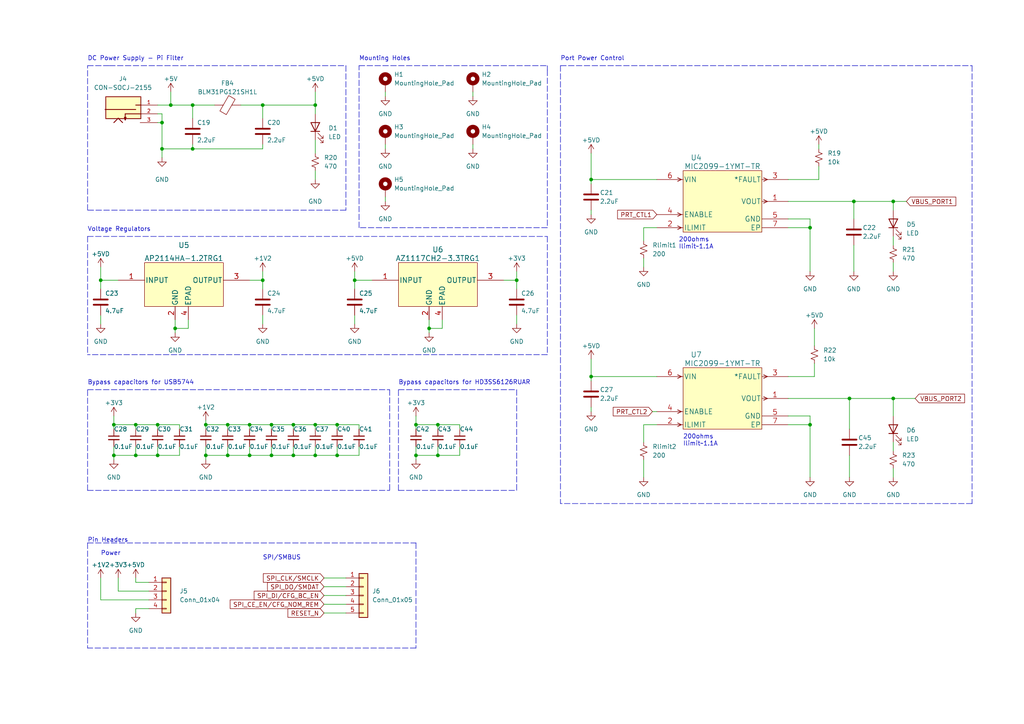
<source format=kicad_sch>
(kicad_sch (version 20211123) (generator eeschema)

  (uuid 6b9b8e27-0256-4803-891e-cdb606e0180c)

  (paper "A4")

  (lib_symbols
    (symbol "+5V_1" (power) (pin_names (offset 0)) (in_bom yes) (on_board yes)
      (property "Reference" "#PWR" (id 0) (at 0 -3.81 0)
        (effects (font (size 1.27 1.27)) hide)
      )
      (property "Value" "+5V_1" (id 1) (at 0 3.556 0)
        (effects (font (size 1.27 1.27)))
      )
      (property "Footprint" "" (id 2) (at 0 0 0)
        (effects (font (size 1.27 1.27)) hide)
      )
      (property "Datasheet" "" (id 3) (at 0 0 0)
        (effects (font (size 1.27 1.27)) hide)
      )
      (property "ki_keywords" "global power" (id 4) (at 0 0 0)
        (effects (font (size 1.27 1.27)) hide)
      )
      (property "ki_description" "Power symbol creates a global label with name \"+5V\"" (id 5) (at 0 0 0)
        (effects (font (size 1.27 1.27)) hide)
      )
      (symbol "+5V_1_0_1"
        (polyline
          (pts
            (xy -0.762 1.27)
            (xy 0 2.54)
          )
          (stroke (width 0) (type default) (color 0 0 0 0))
          (fill (type none))
        )
        (polyline
          (pts
            (xy 0 0)
            (xy 0 2.54)
          )
          (stroke (width 0) (type default) (color 0 0 0 0))
          (fill (type none))
        )
        (polyline
          (pts
            (xy 0 2.54)
            (xy 0.762 1.27)
          )
          (stroke (width 0) (type default) (color 0 0 0 0))
          (fill (type none))
        )
      )
      (symbol "+5V_1_1_1"
        (pin power_in line (at 0 0 90) (length 0) hide
          (name "+5V" (effects (font (size 1.27 1.27))))
          (number "1" (effects (font (size 1.27 1.27))))
        )
      )
    )
    (symbol "AP2114HA-1.2TRG1:AP2114HA-1.2TRG1" (pin_names (offset 0.254)) (in_bom yes) (on_board yes)
      (property "Reference" "U1" (id 0) (at 27.94 10.16 0)
        (effects (font (size 1.524 1.524)))
      )
      (property "Value" "AP2114HA-1.2TRG1" (id 1) (at 27.94 6.35 0)
        (effects (font (size 1.524 1.524)))
      )
      (property "Footprint" "SOT-223_DIO" (id 2) (at 27.94 6.096 0)
        (effects (font (size 1.524 1.524)) hide)
      )
      (property "Datasheet" "" (id 3) (at 0 0 0)
        (effects (font (size 1.524 1.524)))
      )
      (property "ki_locked" "" (id 4) (at 0 0 0)
        (effects (font (size 1.27 1.27)))
      )
      (property "ki_fp_filters" "SOT-223_DIO SOT-223_DIO-M SOT-223_DIO-L" (id 5) (at 0 0 0)
        (effects (font (size 1.27 1.27)) hide)
      )
      (symbol "AP2114HA-1.2TRG1_0_1"
        (rectangle (start 16.51 5.08) (end 39.37 -7.62)
          (stroke (width 0) (type default) (color 0 0 0 0))
          (fill (type background))
        )
      )
      (symbol "AP2114HA-1.2TRG1_1_1"
        (pin input line (at 8.89 0 0) (length 7.62)
          (name "INPUT" (effects (font (size 1.4986 1.4986))))
          (number "1" (effects (font (size 1.4986 1.4986))))
        )
        (pin power_in line (at 25.4 -11.43 90) (length 3.81)
          (name "GND" (effects (font (size 1.4986 1.4986))))
          (number "2" (effects (font (size 1.4986 1.4986))))
        )
        (pin output line (at 46.99 0 180) (length 7.62)
          (name "OUTPUT" (effects (font (size 1.4986 1.4986))))
          (number "3" (effects (font (size 1.4986 1.4986))))
        )
        (pin power_in line (at 29.21 -11.43 90) (length 3.81)
          (name "EPAD" (effects (font (size 1.4986 1.4986))))
          (number "4" (effects (font (size 1.4986 1.4986))))
        )
      )
    )
    (symbol "AZ117CH2-3.3TRG1:AZ1117CH2-3.3TRG1" (pin_names (offset 0.254)) (in_bom yes) (on_board yes)
      (property "Reference" "U?" (id 0) (at 19.05 8.89 0)
        (effects (font (size 1.524 1.524)))
      )
      (property "Value" "AZ1117CH2-3.3TRG1" (id 1) (at 19.05 6.35 0)
        (effects (font (size 1.524 1.524)))
      )
      (property "Footprint" "SOT223_DIO" (id 2) (at 25.4 6.096 0)
        (effects (font (size 1.524 1.524)) hide)
      )
      (property "Datasheet" "" (id 3) (at 0 0 0)
        (effects (font (size 1.524 1.524)))
      )
      (property "ki_locked" "" (id 4) (at 0 0 0)
        (effects (font (size 1.27 1.27)))
      )
      (property "ki_fp_filters" "SOT223_DIO SOT223_DIO-M SOT223_DIO-L" (id 5) (at 0 0 0)
        (effects (font (size 1.27 1.27)) hide)
      )
      (symbol "AZ1117CH2-3.3TRG1_0_1"
        (rectangle (start 7.62 5.08) (end 30.48 -7.62)
          (stroke (width 0) (type default) (color 0 0 0 0))
          (fill (type background))
        )
      )
      (symbol "AZ1117CH2-3.3TRG1_1_1"
        (pin input line (at 0 0 0) (length 7.62)
          (name "INPUT" (effects (font (size 1.4986 1.4986))))
          (number "1" (effects (font (size 1.4986 1.4986))))
        )
        (pin power_in line (at 16.51 -11.43 90) (length 3.81)
          (name "GND" (effects (font (size 1.4986 1.4986))))
          (number "2" (effects (font (size 1.4986 1.4986))))
        )
        (pin output line (at 38.1 0 180) (length 7.62)
          (name "OUTPUT" (effects (font (size 1.4986 1.4986))))
          (number "3" (effects (font (size 1.4986 1.4986))))
        )
        (pin power_in line (at 20.32 -11.43 90) (length 3.81)
          (name "EPAD" (effects (font (size 1.4986 1.4986))))
          (number "4" (effects (font (size 1.4986 1.4986))))
        )
      )
    )
    (symbol "CON-SOCJ-2155:CON-SOCJ-2155" (pin_names (offset 1.016)) (in_bom yes) (on_board yes)
      (property "Reference" "J" (id 0) (at -5.08 5.08 0)
        (effects (font (size 1.27 1.27)) (justify left bottom))
      )
      (property "Value" "CON-SOCJ-2155" (id 1) (at -5.08 -4.318 0)
        (effects (font (size 1.27 1.27)) (justify left top))
      )
      (property "Footprint" "GRAVITECH_CON-SOCJ-2155" (id 2) (at 0 0 0)
        (effects (font (size 1.27 1.27)) (justify bottom) hide)
      )
      (property "Datasheet" "" (id 3) (at 0 0 0)
        (effects (font (size 1.27 1.27)) hide)
      )
      (property "MANUFACTURER" "Gravitech" (id 4) (at 0 0 0)
        (effects (font (size 1.27 1.27)) (justify bottom) hide)
      )
      (property "PARTREV" "NA" (id 5) (at 0 0 0)
        (effects (font (size 1.27 1.27)) (justify bottom) hide)
      )
      (property "STANDARD" "Manufacturer Recommendations" (id 6) (at 0 0 0)
        (effects (font (size 1.27 1.27)) (justify bottom) hide)
      )
      (property "MAXIMUM_PACKAGE_HEIGHT" "11.1 mm" (id 7) (at 0 0 0)
        (effects (font (size 1.27 1.27)) (justify bottom) hide)
      )
      (symbol "CON-SOCJ-2155_0_0"
        (rectangle (start -4.8683 -1.397) (end 5.2917 4.953)
          (stroke (width 0.254) (type default) (color 0 0 0 0))
          (fill (type background))
        )
        (polyline
          (pts
            (xy -2.54 -2.54)
            (xy -1.27 -1.27)
          )
          (stroke (width 0.254) (type default) (color 0 0 0 0))
          (fill (type none))
        )
        (polyline
          (pts
            (xy -1.27 -1.27)
            (xy 0 -2.54)
          )
          (stroke (width 0.254) (type default) (color 0 0 0 0))
          (fill (type none))
        )
        (polyline
          (pts
            (xy 0.762 0)
            (xy 0.762 -1.778)
          )
          (stroke (width 0.254) (type default) (color 0 0 0 0))
          (fill (type none))
        )
        (polyline
          (pts
            (xy 0.762 0)
            (xy 5.08 0)
          )
          (stroke (width 0.254) (type default) (color 0 0 0 0))
          (fill (type none))
        )
        (polyline
          (pts
            (xy 3.81 1.27)
            (xy -5.08 1.27)
          )
          (stroke (width 0.254) (type default) (color 0 0 0 0))
          (fill (type none))
        )
        (polyline
          (pts
            (xy 3.81 2.54)
            (xy 5.08 2.54)
          )
          (stroke (width 0.254) (type default) (color 0 0 0 0))
          (fill (type none))
        )
        (polyline
          (pts
            (xy 0.762 -1.778)
            (xy 0.508 -1.016)
            (xy 1.016 -1.016)
            (xy 0.762 -1.778)
          )
          (stroke (width 0.254) (type default) (color 0 0 0 0))
          (fill (type outline))
        )
        (pin passive line (at 10.16 2.54 180) (length 5.08)
          (name "~" (effects (font (size 1.016 1.016))))
          (number "1" (effects (font (size 1.016 1.016))))
        )
        (pin passive line (at 10.16 0 180) (length 5.08)
          (name "~" (effects (font (size 1.016 1.016))))
          (number "2" (effects (font (size 1.016 1.016))))
        )
        (pin passive line (at 10.16 -2.54 180) (length 5.08)
          (name "~" (effects (font (size 1.016 1.016))))
          (number "3" (effects (font (size 1.016 1.016))))
        )
      )
    )
    (symbol "Connector_Generic:Conn_01x04" (pin_names (offset 1.016) hide) (in_bom yes) (on_board yes)
      (property "Reference" "J" (id 0) (at 0 5.08 0)
        (effects (font (size 1.27 1.27)))
      )
      (property "Value" "Conn_01x04" (id 1) (at 0 -7.62 0)
        (effects (font (size 1.27 1.27)))
      )
      (property "Footprint" "" (id 2) (at 0 0 0)
        (effects (font (size 1.27 1.27)) hide)
      )
      (property "Datasheet" "~" (id 3) (at 0 0 0)
        (effects (font (size 1.27 1.27)) hide)
      )
      (property "ki_keywords" "connector" (id 4) (at 0 0 0)
        (effects (font (size 1.27 1.27)) hide)
      )
      (property "ki_description" "Generic connector, single row, 01x04, script generated (kicad-library-utils/schlib/autogen/connector/)" (id 5) (at 0 0 0)
        (effects (font (size 1.27 1.27)) hide)
      )
      (property "ki_fp_filters" "Connector*:*_1x??_*" (id 6) (at 0 0 0)
        (effects (font (size 1.27 1.27)) hide)
      )
      (symbol "Conn_01x04_1_1"
        (rectangle (start -1.27 -4.953) (end 0 -5.207)
          (stroke (width 0.1524) (type default) (color 0 0 0 0))
          (fill (type none))
        )
        (rectangle (start -1.27 -2.413) (end 0 -2.667)
          (stroke (width 0.1524) (type default) (color 0 0 0 0))
          (fill (type none))
        )
        (rectangle (start -1.27 0.127) (end 0 -0.127)
          (stroke (width 0.1524) (type default) (color 0 0 0 0))
          (fill (type none))
        )
        (rectangle (start -1.27 2.667) (end 0 2.413)
          (stroke (width 0.1524) (type default) (color 0 0 0 0))
          (fill (type none))
        )
        (rectangle (start -1.27 3.81) (end 1.27 -6.35)
          (stroke (width 0.254) (type default) (color 0 0 0 0))
          (fill (type background))
        )
        (pin passive line (at -5.08 2.54 0) (length 3.81)
          (name "Pin_1" (effects (font (size 1.27 1.27))))
          (number "1" (effects (font (size 1.27 1.27))))
        )
        (pin passive line (at -5.08 0 0) (length 3.81)
          (name "Pin_2" (effects (font (size 1.27 1.27))))
          (number "2" (effects (font (size 1.27 1.27))))
        )
        (pin passive line (at -5.08 -2.54 0) (length 3.81)
          (name "Pin_3" (effects (font (size 1.27 1.27))))
          (number "3" (effects (font (size 1.27 1.27))))
        )
        (pin passive line (at -5.08 -5.08 0) (length 3.81)
          (name "Pin_4" (effects (font (size 1.27 1.27))))
          (number "4" (effects (font (size 1.27 1.27))))
        )
      )
    )
    (symbol "Connector_Generic:Conn_01x05" (pin_names (offset 1.016) hide) (in_bom yes) (on_board yes)
      (property "Reference" "J" (id 0) (at 0 7.62 0)
        (effects (font (size 1.27 1.27)))
      )
      (property "Value" "Conn_01x05" (id 1) (at 0 -7.62 0)
        (effects (font (size 1.27 1.27)))
      )
      (property "Footprint" "" (id 2) (at 0 0 0)
        (effects (font (size 1.27 1.27)) hide)
      )
      (property "Datasheet" "~" (id 3) (at 0 0 0)
        (effects (font (size 1.27 1.27)) hide)
      )
      (property "ki_keywords" "connector" (id 4) (at 0 0 0)
        (effects (font (size 1.27 1.27)) hide)
      )
      (property "ki_description" "Generic connector, single row, 01x05, script generated (kicad-library-utils/schlib/autogen/connector/)" (id 5) (at 0 0 0)
        (effects (font (size 1.27 1.27)) hide)
      )
      (property "ki_fp_filters" "Connector*:*_1x??_*" (id 6) (at 0 0 0)
        (effects (font (size 1.27 1.27)) hide)
      )
      (symbol "Conn_01x05_1_1"
        (rectangle (start -1.27 -4.953) (end 0 -5.207)
          (stroke (width 0.1524) (type default) (color 0 0 0 0))
          (fill (type none))
        )
        (rectangle (start -1.27 -2.413) (end 0 -2.667)
          (stroke (width 0.1524) (type default) (color 0 0 0 0))
          (fill (type none))
        )
        (rectangle (start -1.27 0.127) (end 0 -0.127)
          (stroke (width 0.1524) (type default) (color 0 0 0 0))
          (fill (type none))
        )
        (rectangle (start -1.27 2.667) (end 0 2.413)
          (stroke (width 0.1524) (type default) (color 0 0 0 0))
          (fill (type none))
        )
        (rectangle (start -1.27 5.207) (end 0 4.953)
          (stroke (width 0.1524) (type default) (color 0 0 0 0))
          (fill (type none))
        )
        (rectangle (start -1.27 6.35) (end 1.27 -6.35)
          (stroke (width 0.254) (type default) (color 0 0 0 0))
          (fill (type background))
        )
        (pin passive line (at -5.08 5.08 0) (length 3.81)
          (name "Pin_1" (effects (font (size 1.27 1.27))))
          (number "1" (effects (font (size 1.27 1.27))))
        )
        (pin passive line (at -5.08 2.54 0) (length 3.81)
          (name "Pin_2" (effects (font (size 1.27 1.27))))
          (number "2" (effects (font (size 1.27 1.27))))
        )
        (pin passive line (at -5.08 0 0) (length 3.81)
          (name "Pin_3" (effects (font (size 1.27 1.27))))
          (number "3" (effects (font (size 1.27 1.27))))
        )
        (pin passive line (at -5.08 -2.54 0) (length 3.81)
          (name "Pin_4" (effects (font (size 1.27 1.27))))
          (number "4" (effects (font (size 1.27 1.27))))
        )
        (pin passive line (at -5.08 -5.08 0) (length 3.81)
          (name "Pin_5" (effects (font (size 1.27 1.27))))
          (number "5" (effects (font (size 1.27 1.27))))
        )
      )
    )
    (symbol "Device:C" (pin_numbers hide) (pin_names (offset 0.254)) (in_bom yes) (on_board yes)
      (property "Reference" "C" (id 0) (at 0.635 2.54 0)
        (effects (font (size 1.27 1.27)) (justify left))
      )
      (property "Value" "C" (id 1) (at 0.635 -2.54 0)
        (effects (font (size 1.27 1.27)) (justify left))
      )
      (property "Footprint" "" (id 2) (at 0.9652 -3.81 0)
        (effects (font (size 1.27 1.27)) hide)
      )
      (property "Datasheet" "~" (id 3) (at 0 0 0)
        (effects (font (size 1.27 1.27)) hide)
      )
      (property "ki_keywords" "cap capacitor" (id 4) (at 0 0 0)
        (effects (font (size 1.27 1.27)) hide)
      )
      (property "ki_description" "Unpolarized capacitor" (id 5) (at 0 0 0)
        (effects (font (size 1.27 1.27)) hide)
      )
      (property "ki_fp_filters" "C_*" (id 6) (at 0 0 0)
        (effects (font (size 1.27 1.27)) hide)
      )
      (symbol "C_0_1"
        (polyline
          (pts
            (xy -2.032 -0.762)
            (xy 2.032 -0.762)
          )
          (stroke (width 0.508) (type default) (color 0 0 0 0))
          (fill (type none))
        )
        (polyline
          (pts
            (xy -2.032 0.762)
            (xy 2.032 0.762)
          )
          (stroke (width 0.508) (type default) (color 0 0 0 0))
          (fill (type none))
        )
      )
      (symbol "C_1_1"
        (pin passive line (at 0 3.81 270) (length 2.794)
          (name "~" (effects (font (size 1.27 1.27))))
          (number "1" (effects (font (size 1.27 1.27))))
        )
        (pin passive line (at 0 -3.81 90) (length 2.794)
          (name "~" (effects (font (size 1.27 1.27))))
          (number "2" (effects (font (size 1.27 1.27))))
        )
      )
    )
    (symbol "Device:C_Small" (pin_numbers hide) (pin_names (offset 0.254) hide) (in_bom yes) (on_board yes)
      (property "Reference" "C" (id 0) (at 0.254 1.778 0)
        (effects (font (size 1.27 1.27)) (justify left))
      )
      (property "Value" "C_Small" (id 1) (at 0.254 -2.032 0)
        (effects (font (size 1.27 1.27)) (justify left))
      )
      (property "Footprint" "" (id 2) (at 0 0 0)
        (effects (font (size 1.27 1.27)) hide)
      )
      (property "Datasheet" "~" (id 3) (at 0 0 0)
        (effects (font (size 1.27 1.27)) hide)
      )
      (property "ki_keywords" "capacitor cap" (id 4) (at 0 0 0)
        (effects (font (size 1.27 1.27)) hide)
      )
      (property "ki_description" "Unpolarized capacitor, small symbol" (id 5) (at 0 0 0)
        (effects (font (size 1.27 1.27)) hide)
      )
      (property "ki_fp_filters" "C_*" (id 6) (at 0 0 0)
        (effects (font (size 1.27 1.27)) hide)
      )
      (symbol "C_Small_0_1"
        (polyline
          (pts
            (xy -1.524 -0.508)
            (xy 1.524 -0.508)
          )
          (stroke (width 0.3302) (type default) (color 0 0 0 0))
          (fill (type none))
        )
        (polyline
          (pts
            (xy -1.524 0.508)
            (xy 1.524 0.508)
          )
          (stroke (width 0.3048) (type default) (color 0 0 0 0))
          (fill (type none))
        )
      )
      (symbol "C_Small_1_1"
        (pin passive line (at 0 2.54 270) (length 2.032)
          (name "~" (effects (font (size 1.27 1.27))))
          (number "1" (effects (font (size 1.27 1.27))))
        )
        (pin passive line (at 0 -2.54 90) (length 2.032)
          (name "~" (effects (font (size 1.27 1.27))))
          (number "2" (effects (font (size 1.27 1.27))))
        )
      )
    )
    (symbol "Device:FerriteBead" (pin_numbers hide) (pin_names (offset 0)) (in_bom yes) (on_board yes)
      (property "Reference" "FB" (id 0) (at -3.81 0.635 90)
        (effects (font (size 1.27 1.27)))
      )
      (property "Value" "FerriteBead" (id 1) (at 3.81 0 90)
        (effects (font (size 1.27 1.27)))
      )
      (property "Footprint" "" (id 2) (at -1.778 0 90)
        (effects (font (size 1.27 1.27)) hide)
      )
      (property "Datasheet" "~" (id 3) (at 0 0 0)
        (effects (font (size 1.27 1.27)) hide)
      )
      (property "ki_keywords" "L ferrite bead inductor filter" (id 4) (at 0 0 0)
        (effects (font (size 1.27 1.27)) hide)
      )
      (property "ki_description" "Ferrite bead" (id 5) (at 0 0 0)
        (effects (font (size 1.27 1.27)) hide)
      )
      (property "ki_fp_filters" "Inductor_* L_* *Ferrite*" (id 6) (at 0 0 0)
        (effects (font (size 1.27 1.27)) hide)
      )
      (symbol "FerriteBead_0_1"
        (polyline
          (pts
            (xy 0 -1.27)
            (xy 0 -1.2192)
          )
          (stroke (width 0) (type default) (color 0 0 0 0))
          (fill (type none))
        )
        (polyline
          (pts
            (xy 0 1.27)
            (xy 0 1.2954)
          )
          (stroke (width 0) (type default) (color 0 0 0 0))
          (fill (type none))
        )
        (polyline
          (pts
            (xy -2.7686 0.4064)
            (xy -1.7018 2.2606)
            (xy 2.7686 -0.3048)
            (xy 1.6764 -2.159)
            (xy -2.7686 0.4064)
          )
          (stroke (width 0) (type default) (color 0 0 0 0))
          (fill (type none))
        )
      )
      (symbol "FerriteBead_1_1"
        (pin passive line (at 0 3.81 270) (length 2.54)
          (name "~" (effects (font (size 1.27 1.27))))
          (number "1" (effects (font (size 1.27 1.27))))
        )
        (pin passive line (at 0 -3.81 90) (length 2.54)
          (name "~" (effects (font (size 1.27 1.27))))
          (number "2" (effects (font (size 1.27 1.27))))
        )
      )
    )
    (symbol "Device:LED" (pin_numbers hide) (pin_names (offset 1.016) hide) (in_bom yes) (on_board yes)
      (property "Reference" "D" (id 0) (at 0 2.54 0)
        (effects (font (size 1.27 1.27)))
      )
      (property "Value" "LED" (id 1) (at 0 -2.54 0)
        (effects (font (size 1.27 1.27)))
      )
      (property "Footprint" "" (id 2) (at 0 0 0)
        (effects (font (size 1.27 1.27)) hide)
      )
      (property "Datasheet" "~" (id 3) (at 0 0 0)
        (effects (font (size 1.27 1.27)) hide)
      )
      (property "ki_keywords" "LED diode" (id 4) (at 0 0 0)
        (effects (font (size 1.27 1.27)) hide)
      )
      (property "ki_description" "Light emitting diode" (id 5) (at 0 0 0)
        (effects (font (size 1.27 1.27)) hide)
      )
      (property "ki_fp_filters" "LED* LED_SMD:* LED_THT:*" (id 6) (at 0 0 0)
        (effects (font (size 1.27 1.27)) hide)
      )
      (symbol "LED_0_1"
        (polyline
          (pts
            (xy -1.27 -1.27)
            (xy -1.27 1.27)
          )
          (stroke (width 0.254) (type default) (color 0 0 0 0))
          (fill (type none))
        )
        (polyline
          (pts
            (xy -1.27 0)
            (xy 1.27 0)
          )
          (stroke (width 0) (type default) (color 0 0 0 0))
          (fill (type none))
        )
        (polyline
          (pts
            (xy 1.27 -1.27)
            (xy 1.27 1.27)
            (xy -1.27 0)
            (xy 1.27 -1.27)
          )
          (stroke (width 0.254) (type default) (color 0 0 0 0))
          (fill (type none))
        )
        (polyline
          (pts
            (xy -3.048 -0.762)
            (xy -4.572 -2.286)
            (xy -3.81 -2.286)
            (xy -4.572 -2.286)
            (xy -4.572 -1.524)
          )
          (stroke (width 0) (type default) (color 0 0 0 0))
          (fill (type none))
        )
        (polyline
          (pts
            (xy -1.778 -0.762)
            (xy -3.302 -2.286)
            (xy -2.54 -2.286)
            (xy -3.302 -2.286)
            (xy -3.302 -1.524)
          )
          (stroke (width 0) (type default) (color 0 0 0 0))
          (fill (type none))
        )
      )
      (symbol "LED_1_1"
        (pin passive line (at -3.81 0 0) (length 2.54)
          (name "K" (effects (font (size 1.27 1.27))))
          (number "1" (effects (font (size 1.27 1.27))))
        )
        (pin passive line (at 3.81 0 180) (length 2.54)
          (name "A" (effects (font (size 1.27 1.27))))
          (number "2" (effects (font (size 1.27 1.27))))
        )
      )
    )
    (symbol "Device:R_Small_US" (pin_numbers hide) (pin_names (offset 0.254) hide) (in_bom yes) (on_board yes)
      (property "Reference" "R" (id 0) (at 0.762 0.508 0)
        (effects (font (size 1.27 1.27)) (justify left))
      )
      (property "Value" "R_Small_US" (id 1) (at 0.762 -1.016 0)
        (effects (font (size 1.27 1.27)) (justify left))
      )
      (property "Footprint" "" (id 2) (at 0 0 0)
        (effects (font (size 1.27 1.27)) hide)
      )
      (property "Datasheet" "~" (id 3) (at 0 0 0)
        (effects (font (size 1.27 1.27)) hide)
      )
      (property "ki_keywords" "r resistor" (id 4) (at 0 0 0)
        (effects (font (size 1.27 1.27)) hide)
      )
      (property "ki_description" "Resistor, small US symbol" (id 5) (at 0 0 0)
        (effects (font (size 1.27 1.27)) hide)
      )
      (property "ki_fp_filters" "R_*" (id 6) (at 0 0 0)
        (effects (font (size 1.27 1.27)) hide)
      )
      (symbol "R_Small_US_1_1"
        (polyline
          (pts
            (xy 0 0)
            (xy 1.016 -0.381)
            (xy 0 -0.762)
            (xy -1.016 -1.143)
            (xy 0 -1.524)
          )
          (stroke (width 0) (type default) (color 0 0 0 0))
          (fill (type none))
        )
        (polyline
          (pts
            (xy 0 1.524)
            (xy 1.016 1.143)
            (xy 0 0.762)
            (xy -1.016 0.381)
            (xy 0 0)
          )
          (stroke (width 0) (type default) (color 0 0 0 0))
          (fill (type none))
        )
        (pin passive line (at 0 2.54 270) (length 1.016)
          (name "~" (effects (font (size 1.27 1.27))))
          (number "1" (effects (font (size 1.27 1.27))))
        )
        (pin passive line (at 0 -2.54 90) (length 1.016)
          (name "~" (effects (font (size 1.27 1.27))))
          (number "2" (effects (font (size 1.27 1.27))))
        )
      )
    )
    (symbol "GND_1" (power) (pin_names (offset 0)) (in_bom yes) (on_board yes)
      (property "Reference" "#PWR" (id 0) (at 0 -6.35 0)
        (effects (font (size 1.27 1.27)) hide)
      )
      (property "Value" "GND_1" (id 1) (at 0 -3.81 0)
        (effects (font (size 1.27 1.27)))
      )
      (property "Footprint" "" (id 2) (at 0 0 0)
        (effects (font (size 1.27 1.27)) hide)
      )
      (property "Datasheet" "" (id 3) (at 0 0 0)
        (effects (font (size 1.27 1.27)) hide)
      )
      (property "ki_keywords" "global power" (id 4) (at 0 0 0)
        (effects (font (size 1.27 1.27)) hide)
      )
      (property "ki_description" "Power symbol creates a global label with name \"GND\" , ground" (id 5) (at 0 0 0)
        (effects (font (size 1.27 1.27)) hide)
      )
      (symbol "GND_1_0_1"
        (polyline
          (pts
            (xy 0 0)
            (xy 0 -1.27)
            (xy 1.27 -1.27)
            (xy 0 -2.54)
            (xy -1.27 -1.27)
            (xy 0 -1.27)
          )
          (stroke (width 0) (type default) (color 0 0 0 0))
          (fill (type none))
        )
      )
      (symbol "GND_1_1_1"
        (pin power_in line (at 0 0 270) (length 0) hide
          (name "GND" (effects (font (size 1.27 1.27))))
          (number "1" (effects (font (size 1.27 1.27))))
        )
      )
    )
    (symbol "Load Switch:MIC2099-1YMT-TR" (pin_names (offset 0.254)) (in_bom yes) (on_board yes)
      (property "Reference" "U6" (id 0) (at -7.62 11.43 0)
        (effects (font (size 1.524 1.524)))
      )
      (property "Value" "MIC2099-1YMT-TR" (id 1) (at 0 8.89 0)
        (effects (font (size 1.524 1.524)))
      )
      (property "Footprint" "6-UFDN-Exposed-Pad:TMLF-6_MT_MCH" (id 2) (at 3.81 8.89 0)
        (effects (font (size 1.524 1.524)) hide)
      )
      (property "Datasheet" "https://www.mouser.com/ProductDetail/Microchip-Technology/MIC2099-1YMT-TR?qs=Y3Q3JoKAO1TOfJDYcM%252BPYw%3D%3D" (id 3) (at -15.24 1.27 0)
        (effects (font (size 1.524 1.524)) hide)
      )
      (property "ki_locked" "" (id 4) (at 0 0 0)
        (effects (font (size 1.27 1.27)))
      )
      (property "ki_fp_filters" "TMLF-6_MT_MCH TMLF-6_MT_MCH-M TMLF-6_MT_MCH-L" (id 5) (at 0 0 0)
        (effects (font (size 1.27 1.27)) hide)
      )
      (symbol "MIC2099-1YMT-TR_0_1"
        (rectangle (start 11.43 7.62) (end -11.43 -10.16)
          (stroke (width 0) (type default) (color 0 0 0 0))
          (fill (type background))
        )
      )
      (symbol "MIC2099-1YMT-TR_1_1"
        (polyline
          (pts
            (xy -11.938 -8.89)
            (xy -13.0048 -9.398)
          )
          (stroke (width 0.2032) (type default) (color 0 0 0 0))
          (fill (type none))
        )
        (polyline
          (pts
            (xy -11.938 -8.89)
            (xy -13.0048 -8.382)
          )
          (stroke (width 0.2032) (type default) (color 0 0 0 0))
          (fill (type none))
        )
        (polyline
          (pts
            (xy -11.938 -5.08)
            (xy -13.0048 -5.588)
          )
          (stroke (width 0.2032) (type default) (color 0 0 0 0))
          (fill (type none))
        )
        (polyline
          (pts
            (xy -11.938 -5.08)
            (xy -13.0048 -4.572)
          )
          (stroke (width 0.2032) (type default) (color 0 0 0 0))
          (fill (type none))
        )
        (polyline
          (pts
            (xy -11.938 5.08)
            (xy -13.0048 4.572)
          )
          (stroke (width 0.2032) (type default) (color 0 0 0 0))
          (fill (type none))
        )
        (polyline
          (pts
            (xy -11.938 5.08)
            (xy -13.0048 5.588)
          )
          (stroke (width 0.2032) (type default) (color 0 0 0 0))
          (fill (type none))
        )
        (polyline
          (pts
            (xy 11.938 -1.778)
            (xy 13.0048 -1.27)
          )
          (stroke (width 0.2032) (type default) (color 0 0 0 0))
          (fill (type none))
        )
        (polyline
          (pts
            (xy 11.938 -0.762)
            (xy 13.0048 -1.27)
          )
          (stroke (width 0.2032) (type default) (color 0 0 0 0))
          (fill (type none))
        )
        (polyline
          (pts
            (xy 11.938 4.572)
            (xy 13.0048 5.08)
          )
          (stroke (width 0.2032) (type default) (color 0 0 0 0))
          (fill (type none))
        )
        (polyline
          (pts
            (xy 11.938 5.588)
            (xy 13.0048 5.08)
          )
          (stroke (width 0.2032) (type default) (color 0 0 0 0))
          (fill (type none))
        )
        (pin output line (at 19.05 -1.27 180) (length 7.62)
          (name "VOUT" (effects (font (size 1.4986 1.4986))))
          (number "1" (effects (font (size 1.4986 1.4986))))
        )
        (pin input line (at -19.05 -8.89 0) (length 7.62)
          (name "ILIMIT" (effects (font (size 1.4986 1.4986))))
          (number "2" (effects (font (size 1.4986 1.4986))))
        )
        (pin output line (at 19.05 5.08 180) (length 7.62)
          (name "*FAULT" (effects (font (size 1.4986 1.4986))))
          (number "3" (effects (font (size 1.4986 1.4986))))
        )
        (pin input line (at -19.05 -5.08 0) (length 7.62)
          (name "ENABLE" (effects (font (size 1.4986 1.4986))))
          (number "4" (effects (font (size 1.4986 1.4986))))
        )
        (pin power_in line (at 19.05 -6.35 180) (length 7.62)
          (name "GND" (effects (font (size 1.4986 1.4986))))
          (number "5" (effects (font (size 1.4986 1.4986))))
        )
        (pin input line (at -19.05 5.08 0) (length 7.62)
          (name "VIN" (effects (font (size 1.4986 1.4986))))
          (number "6" (effects (font (size 1.4986 1.4986))))
        )
        (pin unspecified line (at 19.05 -8.89 180) (length 7.62)
          (name "EP" (effects (font (size 1.4986 1.4986))))
          (number "7" (effects (font (size 1.4986 1.4986))))
        )
      )
    )
    (symbol "MIC2099-1YMT-TR_1" (pin_names (offset 0.254)) (in_bom yes) (on_board yes)
      (property "Reference" "U7" (id 0) (at -7.62 11.43 0)
        (effects (font (size 1.524 1.524)))
      )
      (property "Value" "MIC2099-1YMT-TR" (id 1) (at 0 8.89 0)
        (effects (font (size 1.524 1.524)))
      )
      (property "Footprint" "6-UFDN-Exposed-Pad:TMLF-6_MT_MCH" (id 2) (at 3.81 8.636 0)
        (effects (font (size 1.524 1.524)) hide)
      )
      (property "Datasheet" "https://www.mouser.com/ProductDetail/Microchip-Technology/MIC2099-1YMT-TR?qs=Y3Q3JoKAO1TOfJDYcM%252BPYw%3D%3D" (id 3) (at -15.24 1.27 0)
        (effects (font (size 1.524 1.524)) hide)
      )
      (property "ki_locked" "" (id 4) (at 0 0 0)
        (effects (font (size 1.27 1.27)))
      )
      (property "ki_fp_filters" "TMLF-6_MT_MCH TMLF-6_MT_MCH-M TMLF-6_MT_MCH-L" (id 5) (at 0 0 0)
        (effects (font (size 1.27 1.27)) hide)
      )
      (symbol "MIC2099-1YMT-TR_1_0_1"
        (rectangle (start 11.43 7.62) (end -11.43 -10.16)
          (stroke (width 0) (type default) (color 0 0 0 0))
          (fill (type background))
        )
      )
      (symbol "MIC2099-1YMT-TR_1_1_1"
        (polyline
          (pts
            (xy -11.938 -8.89)
            (xy -13.0048 -9.398)
          )
          (stroke (width 0.2032) (type default) (color 0 0 0 0))
          (fill (type none))
        )
        (polyline
          (pts
            (xy -11.938 -8.89)
            (xy -13.0048 -8.382)
          )
          (stroke (width 0.2032) (type default) (color 0 0 0 0))
          (fill (type none))
        )
        (polyline
          (pts
            (xy -11.938 -5.08)
            (xy -13.0048 -5.588)
          )
          (stroke (width 0.2032) (type default) (color 0 0 0 0))
          (fill (type none))
        )
        (polyline
          (pts
            (xy -11.938 -5.08)
            (xy -13.0048 -4.572)
          )
          (stroke (width 0.2032) (type default) (color 0 0 0 0))
          (fill (type none))
        )
        (polyline
          (pts
            (xy -11.938 5.08)
            (xy -13.0048 4.572)
          )
          (stroke (width 0.2032) (type default) (color 0 0 0 0))
          (fill (type none))
        )
        (polyline
          (pts
            (xy -11.938 5.08)
            (xy -13.0048 5.588)
          )
          (stroke (width 0.2032) (type default) (color 0 0 0 0))
          (fill (type none))
        )
        (polyline
          (pts
            (xy 11.938 -1.778)
            (xy 13.0048 -1.27)
          )
          (stroke (width 0.2032) (type default) (color 0 0 0 0))
          (fill (type none))
        )
        (polyline
          (pts
            (xy 11.938 -0.762)
            (xy 13.0048 -1.27)
          )
          (stroke (width 0.2032) (type default) (color 0 0 0 0))
          (fill (type none))
        )
        (polyline
          (pts
            (xy 11.938 4.572)
            (xy 13.0048 5.08)
          )
          (stroke (width 0.2032) (type default) (color 0 0 0 0))
          (fill (type none))
        )
        (polyline
          (pts
            (xy 11.938 5.588)
            (xy 13.0048 5.08)
          )
          (stroke (width 0.2032) (type default) (color 0 0 0 0))
          (fill (type none))
        )
        (pin output line (at 19.05 -1.27 180) (length 7.62)
          (name "VOUT" (effects (font (size 1.4986 1.4986))))
          (number "1" (effects (font (size 1.4986 1.4986))))
        )
        (pin input line (at -19.05 -8.89 0) (length 7.62)
          (name "ILIMIT" (effects (font (size 1.4986 1.4986))))
          (number "2" (effects (font (size 1.4986 1.4986))))
        )
        (pin output line (at 19.05 5.08 180) (length 7.62)
          (name "*FAULT" (effects (font (size 1.4986 1.4986))))
          (number "3" (effects (font (size 1.4986 1.4986))))
        )
        (pin input line (at -19.05 -5.08 0) (length 7.62)
          (name "ENABLE" (effects (font (size 1.4986 1.4986))))
          (number "4" (effects (font (size 1.4986 1.4986))))
        )
        (pin power_in line (at 19.05 -6.35 180) (length 7.62)
          (name "GND" (effects (font (size 1.4986 1.4986))))
          (number "5" (effects (font (size 1.4986 1.4986))))
        )
        (pin input line (at -19.05 5.08 0) (length 7.62)
          (name "VIN" (effects (font (size 1.4986 1.4986))))
          (number "6" (effects (font (size 1.4986 1.4986))))
        )
        (pin unspecified line (at 19.05 -8.89 180) (length 7.62)
          (name "EP" (effects (font (size 1.4986 1.4986))))
          (number "7" (effects (font (size 1.4986 1.4986))))
        )
      )
    )
    (symbol "Mechanical:MountingHole_Pad" (pin_numbers hide) (pin_names (offset 1.016) hide) (in_bom yes) (on_board yes)
      (property "Reference" "H" (id 0) (at 0 6.35 0)
        (effects (font (size 1.27 1.27)))
      )
      (property "Value" "MountingHole_Pad" (id 1) (at 0 4.445 0)
        (effects (font (size 1.27 1.27)))
      )
      (property "Footprint" "" (id 2) (at 0 0 0)
        (effects (font (size 1.27 1.27)) hide)
      )
      (property "Datasheet" "~" (id 3) (at 0 0 0)
        (effects (font (size 1.27 1.27)) hide)
      )
      (property "ki_keywords" "mounting hole" (id 4) (at 0 0 0)
        (effects (font (size 1.27 1.27)) hide)
      )
      (property "ki_description" "Mounting Hole with connection" (id 5) (at 0 0 0)
        (effects (font (size 1.27 1.27)) hide)
      )
      (property "ki_fp_filters" "MountingHole*Pad*" (id 6) (at 0 0 0)
        (effects (font (size 1.27 1.27)) hide)
      )
      (symbol "MountingHole_Pad_0_1"
        (circle (center 0 1.27) (radius 1.27)
          (stroke (width 1.27) (type default) (color 0 0 0 0))
          (fill (type none))
        )
      )
      (symbol "MountingHole_Pad_1_1"
        (pin input line (at 0 -2.54 90) (length 2.54)
          (name "1" (effects (font (size 1.27 1.27))))
          (number "1" (effects (font (size 1.27 1.27))))
        )
      )
    )
    (symbol "power:+1V2" (power) (pin_names (offset 0)) (in_bom yes) (on_board yes)
      (property "Reference" "#PWR" (id 0) (at 0 -3.81 0)
        (effects (font (size 1.27 1.27)) hide)
      )
      (property "Value" "+1V2" (id 1) (at 0 3.556 0)
        (effects (font (size 1.27 1.27)))
      )
      (property "Footprint" "" (id 2) (at 0 0 0)
        (effects (font (size 1.27 1.27)) hide)
      )
      (property "Datasheet" "" (id 3) (at 0 0 0)
        (effects (font (size 1.27 1.27)) hide)
      )
      (property "ki_keywords" "power-flag" (id 4) (at 0 0 0)
        (effects (font (size 1.27 1.27)) hide)
      )
      (property "ki_description" "Power symbol creates a global label with name \"+1V2\"" (id 5) (at 0 0 0)
        (effects (font (size 1.27 1.27)) hide)
      )
      (symbol "+1V2_0_1"
        (polyline
          (pts
            (xy -0.762 1.27)
            (xy 0 2.54)
          )
          (stroke (width 0) (type default) (color 0 0 0 0))
          (fill (type none))
        )
        (polyline
          (pts
            (xy 0 0)
            (xy 0 2.54)
          )
          (stroke (width 0) (type default) (color 0 0 0 0))
          (fill (type none))
        )
        (polyline
          (pts
            (xy 0 2.54)
            (xy 0.762 1.27)
          )
          (stroke (width 0) (type default) (color 0 0 0 0))
          (fill (type none))
        )
      )
      (symbol "+1V2_1_1"
        (pin power_in line (at 0 0 90) (length 0) hide
          (name "+1V2" (effects (font (size 1.27 1.27))))
          (number "1" (effects (font (size 1.27 1.27))))
        )
      )
    )
    (symbol "power:+3V3" (power) (pin_names (offset 0)) (in_bom yes) (on_board yes)
      (property "Reference" "#PWR" (id 0) (at 0 -3.81 0)
        (effects (font (size 1.27 1.27)) hide)
      )
      (property "Value" "+3V3" (id 1) (at 0 3.556 0)
        (effects (font (size 1.27 1.27)))
      )
      (property "Footprint" "" (id 2) (at 0 0 0)
        (effects (font (size 1.27 1.27)) hide)
      )
      (property "Datasheet" "" (id 3) (at 0 0 0)
        (effects (font (size 1.27 1.27)) hide)
      )
      (property "ki_keywords" "power-flag" (id 4) (at 0 0 0)
        (effects (font (size 1.27 1.27)) hide)
      )
      (property "ki_description" "Power symbol creates a global label with name \"+3V3\"" (id 5) (at 0 0 0)
        (effects (font (size 1.27 1.27)) hide)
      )
      (symbol "+3V3_0_1"
        (polyline
          (pts
            (xy -0.762 1.27)
            (xy 0 2.54)
          )
          (stroke (width 0) (type default) (color 0 0 0 0))
          (fill (type none))
        )
        (polyline
          (pts
            (xy 0 0)
            (xy 0 2.54)
          )
          (stroke (width 0) (type default) (color 0 0 0 0))
          (fill (type none))
        )
        (polyline
          (pts
            (xy 0 2.54)
            (xy 0.762 1.27)
          )
          (stroke (width 0) (type default) (color 0 0 0 0))
          (fill (type none))
        )
      )
      (symbol "+3V3_1_1"
        (pin power_in line (at 0 0 90) (length 0) hide
          (name "+3V3" (effects (font (size 1.27 1.27))))
          (number "1" (effects (font (size 1.27 1.27))))
        )
      )
    )
    (symbol "power:+5VD" (power) (pin_names (offset 0)) (in_bom yes) (on_board yes)
      (property "Reference" "#PWR" (id 0) (at 0 -3.81 0)
        (effects (font (size 1.27 1.27)) hide)
      )
      (property "Value" "+5VD" (id 1) (at 0 3.556 0)
        (effects (font (size 1.27 1.27)))
      )
      (property "Footprint" "" (id 2) (at 0 0 0)
        (effects (font (size 1.27 1.27)) hide)
      )
      (property "Datasheet" "" (id 3) (at 0 0 0)
        (effects (font (size 1.27 1.27)) hide)
      )
      (property "ki_keywords" "global power" (id 4) (at 0 0 0)
        (effects (font (size 1.27 1.27)) hide)
      )
      (property "ki_description" "Power symbol creates a global label with name \"+5VD\"" (id 5) (at 0 0 0)
        (effects (font (size 1.27 1.27)) hide)
      )
      (symbol "+5VD_0_1"
        (polyline
          (pts
            (xy -0.762 1.27)
            (xy 0 2.54)
          )
          (stroke (width 0) (type default) (color 0 0 0 0))
          (fill (type none))
        )
        (polyline
          (pts
            (xy 0 0)
            (xy 0 2.54)
          )
          (stroke (width 0) (type default) (color 0 0 0 0))
          (fill (type none))
        )
        (polyline
          (pts
            (xy 0 2.54)
            (xy 0.762 1.27)
          )
          (stroke (width 0) (type default) (color 0 0 0 0))
          (fill (type none))
        )
      )
      (symbol "+5VD_1_1"
        (pin power_in line (at 0 0 90) (length 0) hide
          (name "+5VD" (effects (font (size 1.27 1.27))))
          (number "1" (effects (font (size 1.27 1.27))))
        )
      )
    )
    (symbol "power:GND" (power) (pin_names (offset 0)) (in_bom yes) (on_board yes)
      (property "Reference" "#PWR" (id 0) (at 0 -6.35 0)
        (effects (font (size 1.27 1.27)) hide)
      )
      (property "Value" "GND" (id 1) (at 0 -3.81 0)
        (effects (font (size 1.27 1.27)))
      )
      (property "Footprint" "" (id 2) (at 0 0 0)
        (effects (font (size 1.27 1.27)) hide)
      )
      (property "Datasheet" "" (id 3) (at 0 0 0)
        (effects (font (size 1.27 1.27)) hide)
      )
      (property "ki_keywords" "power-flag" (id 4) (at 0 0 0)
        (effects (font (size 1.27 1.27)) hide)
      )
      (property "ki_description" "Power symbol creates a global label with name \"GND\" , ground" (id 5) (at 0 0 0)
        (effects (font (size 1.27 1.27)) hide)
      )
      (symbol "GND_0_1"
        (polyline
          (pts
            (xy 0 0)
            (xy 0 -1.27)
            (xy 1.27 -1.27)
            (xy 0 -2.54)
            (xy -1.27 -1.27)
            (xy 0 -1.27)
          )
          (stroke (width 0) (type default) (color 0 0 0 0))
          (fill (type none))
        )
      )
      (symbol "GND_1_1"
        (pin power_in line (at 0 0 270) (length 0) hide
          (name "GND" (effects (font (size 1.27 1.27))))
          (number "1" (effects (font (size 1.27 1.27))))
        )
      )
    )
  )

  (junction (at 33.02 132.08) (diameter 0) (color 0 0 0 0)
    (uuid 066999e2-60ac-46e2-885d-6564cafdd5c5)
  )
  (junction (at 55.88 43.18) (diameter 0) (color 0 0 0 0)
    (uuid 17f5ad3e-ba52-4aa2-8383-78f271a89147)
  )
  (junction (at 97.79 123.19) (diameter 0) (color 0 0 0 0)
    (uuid 1a3434a2-b494-4325-b8cf-bf6b65eb0ffc)
  )
  (junction (at 102.87 81.28) (diameter 0) (color 0 0 0 0)
    (uuid 1a8ac606-b4cf-4f1c-81c3-c53e27821af9)
  )
  (junction (at 33.02 123.19) (diameter 0) (color 0 0 0 0)
    (uuid 26506149-4c80-482c-95fb-30adb4386941)
  )
  (junction (at 46.99 43.18) (diameter 0) (color 0 0 0 0)
    (uuid 2f739953-6ea7-4b74-a3fe-4c4baca387e6)
  )
  (junction (at 91.44 132.08) (diameter 0) (color 0 0 0 0)
    (uuid 3dd4333d-86c0-4dad-b0c5-1a22c05ffeb4)
  )
  (junction (at 234.95 66.04) (diameter 0) (color 0 0 0 0)
    (uuid 4257a88f-cec2-4642-a382-fffbc9237e1f)
  )
  (junction (at 72.39 132.08) (diameter 0) (color 0 0 0 0)
    (uuid 46393e29-2347-4695-9415-3643878bcbb4)
  )
  (junction (at 50.8 95.25) (diameter 0) (color 0 0 0 0)
    (uuid 48d8ea57-a8f9-40bf-b301-75ed7ce50681)
  )
  (junction (at 247.65 58.42) (diameter 0) (color 0 0 0 0)
    (uuid 54b4c59f-c7b7-4137-9673-e8607bf410d1)
  )
  (junction (at 72.39 123.19) (diameter 0) (color 0 0 0 0)
    (uuid 556731d3-f5a1-4594-b1c4-706c79c1ff3d)
  )
  (junction (at 91.44 123.19) (diameter 0) (color 0 0 0 0)
    (uuid 558aeeb1-81ac-408f-af0c-673e6a87bff7)
  )
  (junction (at 66.04 132.08) (diameter 0) (color 0 0 0 0)
    (uuid 5abdd54b-c6ba-4f20-9747-c8a2a9097040)
  )
  (junction (at 49.53 30.48) (diameter 0) (color 0 0 0 0)
    (uuid 65de2a0a-a84b-473c-a769-cf2b062b5d04)
  )
  (junction (at 171.45 52.07) (diameter 0) (color 0 0 0 0)
    (uuid 761fc91c-262c-4d51-bd89-a5b8d2f1fd1a)
  )
  (junction (at 124.46 95.25) (diameter 0) (color 0 0 0 0)
    (uuid 81eb67d4-8813-4292-870c-2855371b38ce)
  )
  (junction (at 55.88 30.48) (diameter 0) (color 0 0 0 0)
    (uuid 825516c1-9a3d-4148-bcfe-c0ab37860737)
  )
  (junction (at 149.86 81.28) (diameter 0) (color 0 0 0 0)
    (uuid 8a393847-c4dd-4577-b3b7-5300fce14063)
  )
  (junction (at 39.37 132.08) (diameter 0) (color 0 0 0 0)
    (uuid 911f4f09-3809-43a9-94b6-6d886ab51303)
  )
  (junction (at 120.65 132.08) (diameter 0) (color 0 0 0 0)
    (uuid 95264074-d3ac-44ab-b9e6-7b8d18c745ab)
  )
  (junction (at 45.72 123.19) (diameter 0) (color 0 0 0 0)
    (uuid 9d1d4f36-e3e3-4a86-9dc9-1c1dde2449c3)
  )
  (junction (at 45.72 132.08) (diameter 0) (color 0 0 0 0)
    (uuid 9da3c84f-bdc1-4bff-8b64-f2d5dce365f1)
  )
  (junction (at 59.69 132.08) (diameter 0) (color 0 0 0 0)
    (uuid 9f02bdb3-9095-461e-98a9-1ed3739231a8)
  )
  (junction (at 97.79 132.08) (diameter 0) (color 0 0 0 0)
    (uuid a084e763-dafc-415d-bac0-2d25af7ca6a4)
  )
  (junction (at 85.09 123.19) (diameter 0) (color 0 0 0 0)
    (uuid a2a8113e-e325-4beb-af26-642a7715127e)
  )
  (junction (at 76.2 30.48) (diameter 0) (color 0 0 0 0)
    (uuid a68d8798-2fde-4153-9a85-7811e3d2626e)
  )
  (junction (at 259.08 58.42) (diameter 0) (color 0 0 0 0)
    (uuid a6e4aec4-ecd8-43e2-9f2f-75046bc12914)
  )
  (junction (at 120.65 123.19) (diameter 0) (color 0 0 0 0)
    (uuid b4fbb11f-23d1-4851-98fd-a1a6d8f3d14b)
  )
  (junction (at 171.45 109.22) (diameter 0) (color 0 0 0 0)
    (uuid ba312dd7-421e-4c57-b334-d46099932902)
  )
  (junction (at 59.69 123.19) (diameter 0) (color 0 0 0 0)
    (uuid bc294c57-28c5-457c-945e-a6223bebaacd)
  )
  (junction (at 91.44 30.48) (diameter 0) (color 0 0 0 0)
    (uuid c254e23b-123b-4700-8cfa-3632ecfa7d43)
  )
  (junction (at 127 123.19) (diameter 0) (color 0 0 0 0)
    (uuid c400a1f3-6dbb-40d1-a8e7-280aaa810825)
  )
  (junction (at 76.2 81.28) (diameter 0) (color 0 0 0 0)
    (uuid c41e17af-07da-4bf4-b876-950b5da51f6a)
  )
  (junction (at 246.38 115.57) (diameter 0) (color 0 0 0 0)
    (uuid cf8686e1-4384-41b8-b6b9-ae60529e76ee)
  )
  (junction (at 85.09 132.08) (diameter 0) (color 0 0 0 0)
    (uuid d0718622-5350-4ada-88b7-28f1710d28b9)
  )
  (junction (at 78.74 123.19) (diameter 0) (color 0 0 0 0)
    (uuid d1a640f8-a77b-43cf-bff8-d7220f7eb4c1)
  )
  (junction (at 259.08 115.57) (diameter 0) (color 0 0 0 0)
    (uuid d6859b8e-371a-4427-b715-85dc3fa6d462)
  )
  (junction (at 127 132.08) (diameter 0) (color 0 0 0 0)
    (uuid d721a4b4-5722-40d6-a845-8d38aff50440)
  )
  (junction (at 39.37 123.19) (diameter 0) (color 0 0 0 0)
    (uuid de01f4e8-9685-447b-a6cb-1858fe5851f8)
  )
  (junction (at 78.74 132.08) (diameter 0) (color 0 0 0 0)
    (uuid ec29740a-6f48-4de3-b9b4-8debfee1bfa3)
  )
  (junction (at 46.99 35.56) (diameter 0) (color 0 0 0 0)
    (uuid f5bb9b2d-1478-4765-807c-7653f0c371ca)
  )
  (junction (at 234.95 123.19) (diameter 0) (color 0 0 0 0)
    (uuid fadbf157-1c50-4226-91f0-3e8a977f3c8d)
  )
  (junction (at 66.04 123.19) (diameter 0) (color 0 0 0 0)
    (uuid fc785a0e-5019-460d-a0b8-28e7c0c499fc)
  )
  (junction (at 29.21 81.28) (diameter 0) (color 0 0 0 0)
    (uuid fcaf5a32-fe49-49e0-a1b4-96488deaeefa)
  )

  (wire (pts (xy 45.72 30.48) (xy 49.53 30.48))
    (stroke (width 0) (type default) (color 0 0 0 0))
    (uuid 00d69886-4b2c-4471-9ea8-1544acccbe89)
  )
  (wire (pts (xy 124.46 92.71) (xy 124.46 95.25))
    (stroke (width 0) (type default) (color 0 0 0 0))
    (uuid 00fd3134-10e2-46c6-bbbb-c4e80773df2e)
  )
  (polyline (pts (xy 25.4 142.24) (xy 25.4 113.03))
    (stroke (width 0) (type default) (color 0 0 0 0))
    (uuid 026f3e8c-6099-429e-90a2-27db32e6f73b)
  )

  (wire (pts (xy 186.69 66.04) (xy 190.5 66.04))
    (stroke (width 0) (type default) (color 0 0 0 0))
    (uuid 03367f18-2717-4aa2-858c-8be0c9762c72)
  )
  (wire (pts (xy 259.08 115.57) (xy 265.43 115.57))
    (stroke (width 0) (type default) (color 0 0 0 0))
    (uuid 03c42deb-1244-4758-9237-89b7e23356a5)
  )
  (wire (pts (xy 171.45 52.07) (xy 190.5 52.07))
    (stroke (width 0) (type default) (color 0 0 0 0))
    (uuid 071d1129-ac06-43f4-8b59-895cad9e04e6)
  )
  (wire (pts (xy 78.74 123.19) (xy 72.39 123.19))
    (stroke (width 0) (type default) (color 0 0 0 0))
    (uuid 088d3372-8fcb-4788-a39a-6e60594834b6)
  )
  (wire (pts (xy 76.2 30.48) (xy 69.85 30.48))
    (stroke (width 0) (type default) (color 0 0 0 0))
    (uuid 09a75eda-23d2-4f10-bbd6-62bbcb6a358e)
  )
  (wire (pts (xy 127 132.08) (xy 120.65 132.08))
    (stroke (width 0) (type default) (color 0 0 0 0))
    (uuid 0ba63876-2e24-46e0-adbe-e22d6aaafa1d)
  )
  (wire (pts (xy 39.37 176.53) (xy 39.37 177.8))
    (stroke (width 0) (type default) (color 0 0 0 0))
    (uuid 0f29c106-c6d1-4e30-a820-f957a7a39def)
  )
  (wire (pts (xy 234.95 66.04) (xy 234.95 63.5))
    (stroke (width 0) (type default) (color 0 0 0 0))
    (uuid 0f85a4d0-2d9b-4fb4-ac83-4c73bea4a557)
  )
  (wire (pts (xy 85.09 132.08) (xy 78.74 132.08))
    (stroke (width 0) (type default) (color 0 0 0 0))
    (uuid 0ff1697e-d24d-4814-8be3-04d0a501a234)
  )
  (polyline (pts (xy 158.75 66.04) (xy 104.14 66.04))
    (stroke (width 0) (type default) (color 0 0 0 0))
    (uuid 10ffbcbf-8737-469f-89ef-865cd53132d9)
  )

  (wire (pts (xy 39.37 167.64) (xy 39.37 168.91))
    (stroke (width 0) (type default) (color 0 0 0 0))
    (uuid 124a0e3d-b34f-4099-a674-b4147054b24d)
  )
  (polyline (pts (xy 100.33 19.05) (xy 100.33 60.96))
    (stroke (width 0) (type default) (color 0 0 0 0))
    (uuid 13fc206e-b59a-40bf-83f2-0c670ed9dc55)
  )
  (polyline (pts (xy 115.57 142.24) (xy 115.57 113.03))
    (stroke (width 0) (type default) (color 0 0 0 0))
    (uuid 17692e5f-67dc-4a5a-af04-1c5d33999456)
  )

  (wire (pts (xy 171.45 109.22) (xy 190.5 109.22))
    (stroke (width 0) (type default) (color 0 0 0 0))
    (uuid 196af665-0e22-47d3-a772-3452cb5576e0)
  )
  (polyline (pts (xy 25.4 142.24) (xy 113.03 142.24))
    (stroke (width 0) (type default) (color 0 0 0 0))
    (uuid 1f6e5120-e203-422e-ae94-04c2867806bd)
  )

  (wire (pts (xy 91.44 132.08) (xy 97.79 132.08))
    (stroke (width 0) (type default) (color 0 0 0 0))
    (uuid 20e5cb19-3534-4527-804d-dfbaaeba048b)
  )
  (wire (pts (xy 45.72 124.46) (xy 45.72 123.19))
    (stroke (width 0) (type default) (color 0 0 0 0))
    (uuid 219615b9-59d1-47c1-9d23-9297b4a0a6da)
  )
  (wire (pts (xy 55.88 30.48) (xy 62.23 30.48))
    (stroke (width 0) (type default) (color 0 0 0 0))
    (uuid 225d19bf-f5bb-4303-a2a2-176b4087807e)
  )
  (wire (pts (xy 127 123.19) (xy 133.35 123.19))
    (stroke (width 0) (type default) (color 0 0 0 0))
    (uuid 22ed664a-16b8-47f2-aa2d-583c3ccdf40f)
  )
  (wire (pts (xy 186.69 123.19) (xy 190.5 123.19))
    (stroke (width 0) (type default) (color 0 0 0 0))
    (uuid 23532027-1b65-44a4-9f63-fb9740ff9663)
  )
  (wire (pts (xy 45.72 132.08) (xy 39.37 132.08))
    (stroke (width 0) (type default) (color 0 0 0 0))
    (uuid 240d6a31-33be-45cb-9cc0-88d61a624620)
  )
  (wire (pts (xy 234.95 63.5) (xy 228.6 63.5))
    (stroke (width 0) (type default) (color 0 0 0 0))
    (uuid 2630d7aa-40cb-4bd9-8362-9bbcf7ac102f)
  )
  (polyline (pts (xy 104.14 19.05) (xy 158.75 19.05))
    (stroke (width 0) (type default) (color 0 0 0 0))
    (uuid 2674dd2e-469a-4cd6-b5d1-dee5c4c2de59)
  )

  (wire (pts (xy 102.87 81.28) (xy 102.87 83.82))
    (stroke (width 0) (type default) (color 0 0 0 0))
    (uuid 27f4fa9a-33c7-41d2-bef1-66409031dc87)
  )
  (wire (pts (xy 247.65 71.12) (xy 247.65 78.74))
    (stroke (width 0) (type default) (color 0 0 0 0))
    (uuid 290630be-7312-48d5-aa8f-67d343fd5a27)
  )
  (wire (pts (xy 76.2 34.29) (xy 76.2 30.48))
    (stroke (width 0) (type default) (color 0 0 0 0))
    (uuid 2b327bf6-4d84-4c18-9c64-05dbcd4399a9)
  )
  (wire (pts (xy 72.39 124.46) (xy 72.39 123.19))
    (stroke (width 0) (type default) (color 0 0 0 0))
    (uuid 2d011c77-139b-4c0a-8993-a4658928bbdc)
  )
  (wire (pts (xy 78.74 124.46) (xy 78.74 123.19))
    (stroke (width 0) (type default) (color 0 0 0 0))
    (uuid 2d0ecc03-82dd-42cb-939f-873517a282f6)
  )
  (wire (pts (xy 171.45 53.34) (xy 171.45 52.07))
    (stroke (width 0) (type default) (color 0 0 0 0))
    (uuid 2d2491bd-3467-407e-81b7-f05492e6bd8c)
  )
  (wire (pts (xy 127 129.54) (xy 127 132.08))
    (stroke (width 0) (type default) (color 0 0 0 0))
    (uuid 2db53962-15b8-4b66-bc69-dd5121941a3f)
  )
  (wire (pts (xy 43.18 176.53) (xy 39.37 176.53))
    (stroke (width 0) (type default) (color 0 0 0 0))
    (uuid 2dc69b7d-8b12-4dca-b9cb-a0f6c62effd1)
  )
  (polyline (pts (xy 281.94 19.05) (xy 281.94 146.05))
    (stroke (width 0) (type default) (color 0 0 0 0))
    (uuid 2e274877-6ab3-4e9e-8cde-0125deb0dd8b)
  )

  (wire (pts (xy 246.38 115.57) (xy 259.08 115.57))
    (stroke (width 0) (type default) (color 0 0 0 0))
    (uuid 2e2ae596-3923-40f0-af91-936178e8cc07)
  )
  (wire (pts (xy 127 132.08) (xy 133.35 132.08))
    (stroke (width 0) (type default) (color 0 0 0 0))
    (uuid 2e5fd2c0-34a0-4428-881f-9fe7893113b8)
  )
  (wire (pts (xy 246.38 132.08) (xy 246.38 138.43))
    (stroke (width 0) (type default) (color 0 0 0 0))
    (uuid 2e6788d3-308f-4888-9054-761f92495721)
  )
  (wire (pts (xy 259.08 135.89) (xy 259.08 138.43))
    (stroke (width 0) (type default) (color 0 0 0 0))
    (uuid 2f7c6879-08b0-4696-8a09-8c13b6b62f79)
  )
  (polyline (pts (xy 120.65 157.48) (xy 120.65 187.96))
    (stroke (width 0) (type default) (color 0 0 0 0))
    (uuid 2fbeb736-5048-4f90-9c6e-bad1e5b94be5)
  )

  (wire (pts (xy 59.69 129.54) (xy 59.69 132.08))
    (stroke (width 0) (type default) (color 0 0 0 0))
    (uuid 32144d97-1a76-4b81-aeaf-07d34204388e)
  )
  (wire (pts (xy 234.95 120.65) (xy 228.6 120.65))
    (stroke (width 0) (type default) (color 0 0 0 0))
    (uuid 32f6f301-01fc-485e-bb74-239457023ac5)
  )
  (wire (pts (xy 124.46 96.52) (xy 124.46 95.25))
    (stroke (width 0) (type default) (color 0 0 0 0))
    (uuid 3379c107-0edc-4edb-90b9-670f488e0831)
  )
  (wire (pts (xy 171.45 104.14) (xy 171.45 109.22))
    (stroke (width 0) (type default) (color 0 0 0 0))
    (uuid 33ac320e-16b6-47a1-ae16-6230baabc68a)
  )
  (wire (pts (xy 228.6 123.19) (xy 234.95 123.19))
    (stroke (width 0) (type default) (color 0 0 0 0))
    (uuid 3524cd6c-24d6-431b-9eb7-e6e56f9e7266)
  )
  (wire (pts (xy 149.86 78.74) (xy 149.86 81.28))
    (stroke (width 0) (type default) (color 0 0 0 0))
    (uuid 362a9ca7-18d0-4ce7-88c7-4dc44ba2d819)
  )
  (wire (pts (xy 45.72 123.19) (xy 39.37 123.19))
    (stroke (width 0) (type default) (color 0 0 0 0))
    (uuid 3985af04-add2-46a2-b616-93b07ad37de0)
  )
  (wire (pts (xy 93.98 170.18) (xy 100.33 170.18))
    (stroke (width 0) (type default) (color 0 0 0 0))
    (uuid 3a2d4205-4139-4fc0-81ef-0625571e5f2e)
  )
  (wire (pts (xy 50.8 92.71) (xy 50.8 95.25))
    (stroke (width 0) (type default) (color 0 0 0 0))
    (uuid 3c13cec3-ab34-4167-9fda-195260df15e3)
  )
  (wire (pts (xy 104.14 124.46) (xy 104.14 123.19))
    (stroke (width 0) (type default) (color 0 0 0 0))
    (uuid 3c8b0304-c8d3-4ce0-892f-b5a6fccbcd0b)
  )
  (polyline (pts (xy 281.94 146.05) (xy 162.56 146.05))
    (stroke (width 0) (type default) (color 0 0 0 0))
    (uuid 3f656b31-10ea-49c7-96d5-41a901cde3c7)
  )

  (wire (pts (xy 76.2 41.91) (xy 76.2 43.18))
    (stroke (width 0) (type default) (color 0 0 0 0))
    (uuid 401dd00a-9ecc-4e7b-8b48-098252d0a116)
  )
  (wire (pts (xy 137.16 26.67) (xy 137.16 27.94))
    (stroke (width 0) (type default) (color 0 0 0 0))
    (uuid 40d898fa-4372-47b3-8107-73e8370eb475)
  )
  (wire (pts (xy 50.8 95.25) (xy 54.61 95.25))
    (stroke (width 0) (type default) (color 0 0 0 0))
    (uuid 414ae156-c9c4-4b4b-826c-30864c67fd0b)
  )
  (wire (pts (xy 259.08 68.58) (xy 259.08 71.12))
    (stroke (width 0) (type default) (color 0 0 0 0))
    (uuid 42950706-1d7d-4894-840c-bb8187e38027)
  )
  (wire (pts (xy 45.72 33.02) (xy 46.99 33.02))
    (stroke (width 0) (type default) (color 0 0 0 0))
    (uuid 4606250a-5044-4eae-9a53-5983e88c8522)
  )
  (wire (pts (xy 78.74 123.19) (xy 85.09 123.19))
    (stroke (width 0) (type default) (color 0 0 0 0))
    (uuid 463749e7-02e8-4c58-85ce-73b0b67739a7)
  )
  (polyline (pts (xy 115.57 142.24) (xy 149.86 142.24))
    (stroke (width 0) (type default) (color 0 0 0 0))
    (uuid 471a3ad8-9157-4430-bcdc-48f7fe736e44)
  )

  (wire (pts (xy 78.74 132.08) (xy 72.39 132.08))
    (stroke (width 0) (type default) (color 0 0 0 0))
    (uuid 47af8206-1667-4237-9a67-9abb24bde656)
  )
  (wire (pts (xy 171.45 60.96) (xy 171.45 62.23))
    (stroke (width 0) (type default) (color 0 0 0 0))
    (uuid 4b995192-5725-4bfb-a3ca-5e323fbdfedb)
  )
  (wire (pts (xy 104.14 123.19) (xy 97.79 123.19))
    (stroke (width 0) (type default) (color 0 0 0 0))
    (uuid 4befda6a-30a9-4d26-b30f-eb63dff978f0)
  )
  (wire (pts (xy 52.07 124.46) (xy 52.07 123.19))
    (stroke (width 0) (type default) (color 0 0 0 0))
    (uuid 4dcccb1e-414f-40d1-b9f7-675b2d54186a)
  )
  (wire (pts (xy 76.2 83.82) (xy 76.2 81.28))
    (stroke (width 0) (type default) (color 0 0 0 0))
    (uuid 4f769036-924d-416b-9864-200fd32826e3)
  )
  (wire (pts (xy 78.74 129.54) (xy 78.74 132.08))
    (stroke (width 0) (type default) (color 0 0 0 0))
    (uuid 51d1215a-e6f9-4a51-bacc-640961d961e9)
  )
  (wire (pts (xy 49.53 30.48) (xy 55.88 30.48))
    (stroke (width 0) (type default) (color 0 0 0 0))
    (uuid 52991f7c-cf25-496a-ba7f-90bb5dfe6b2e)
  )
  (wire (pts (xy 186.69 69.85) (xy 186.69 66.04))
    (stroke (width 0) (type default) (color 0 0 0 0))
    (uuid 54240d0c-b7c7-4459-8d1d-d0198f700917)
  )
  (wire (pts (xy 104.14 132.08) (xy 97.79 132.08))
    (stroke (width 0) (type default) (color 0 0 0 0))
    (uuid 5595a0fc-8802-47a4-ba6a-78b35e919bba)
  )
  (polyline (pts (xy 158.75 19.05) (xy 158.75 20.32))
    (stroke (width 0) (type default) (color 0 0 0 0))
    (uuid 55a839f5-9971-4596-9bdd-9ee501aea129)
  )

  (wire (pts (xy 102.87 81.28) (xy 107.95 81.28))
    (stroke (width 0) (type default) (color 0 0 0 0))
    (uuid 56da3cc4-606c-4a8a-98b2-329704a8b3ef)
  )
  (polyline (pts (xy 25.4 113.03) (xy 113.03 113.03))
    (stroke (width 0) (type default) (color 0 0 0 0))
    (uuid 58f0bee7-b77e-4c2b-ad75-f0219d0ab0fd)
  )

  (wire (pts (xy 46.99 35.56) (xy 46.99 43.18))
    (stroke (width 0) (type default) (color 0 0 0 0))
    (uuid 5a1cbc8a-7ea8-474f-a6b9-790a6708d65e)
  )
  (wire (pts (xy 236.22 105.41) (xy 236.22 109.22))
    (stroke (width 0) (type default) (color 0 0 0 0))
    (uuid 5b628448-f81d-4bcb-9c67-384d8e23abbf)
  )
  (polyline (pts (xy 158.75 102.87) (xy 25.4 102.87))
    (stroke (width 0) (type default) (color 0 0 0 0))
    (uuid 5c1ccd04-a564-4e90-9c05-00fd91ab298b)
  )

  (wire (pts (xy 149.86 91.44) (xy 149.86 93.98))
    (stroke (width 0) (type default) (color 0 0 0 0))
    (uuid 5c44f67e-decc-4bcf-a6c3-f6aec4bd81d4)
  )
  (wire (pts (xy 246.38 115.57) (xy 246.38 124.46))
    (stroke (width 0) (type default) (color 0 0 0 0))
    (uuid 62ea3c65-8aa7-47d2-abbb-5d9893827201)
  )
  (wire (pts (xy 93.98 177.8) (xy 100.33 177.8))
    (stroke (width 0) (type default) (color 0 0 0 0))
    (uuid 660b00c3-c921-4a12-9399-276411fbd107)
  )
  (wire (pts (xy 228.6 109.22) (xy 236.22 109.22))
    (stroke (width 0) (type default) (color 0 0 0 0))
    (uuid 66f5aa3e-db83-48aa-84b3-cea859e82491)
  )
  (wire (pts (xy 259.08 128.27) (xy 259.08 130.81))
    (stroke (width 0) (type default) (color 0 0 0 0))
    (uuid 67087ce6-82c2-43fa-87ba-450873c97fd1)
  )
  (wire (pts (xy 91.44 123.19) (xy 97.79 123.19))
    (stroke (width 0) (type default) (color 0 0 0 0))
    (uuid 671b8624-5433-403b-910d-9c8f8368a385)
  )
  (polyline (pts (xy 100.33 60.96) (xy 25.4 60.96))
    (stroke (width 0) (type default) (color 0 0 0 0))
    (uuid 67a4422a-72b6-49d1-bc91-b4ba6a71042b)
  )
  (polyline (pts (xy 25.4 68.58) (xy 158.75 68.58))
    (stroke (width 0) (type default) (color 0 0 0 0))
    (uuid 67d6ff7a-94a1-42f9-8387-d7da46bb63f5)
  )

  (wire (pts (xy 34.29 171.45) (xy 34.29 167.64))
    (stroke (width 0) (type default) (color 0 0 0 0))
    (uuid 68899af3-f884-44ab-8781-7921314ea97b)
  )
  (wire (pts (xy 49.53 26.67) (xy 49.53 30.48))
    (stroke (width 0) (type default) (color 0 0 0 0))
    (uuid 6987b54e-a892-4935-ac25-b6d0aa22f378)
  )
  (wire (pts (xy 39.37 132.08) (xy 33.02 132.08))
    (stroke (width 0) (type default) (color 0 0 0 0))
    (uuid 69d83ce4-d1a3-42af-9431-775b53baf651)
  )
  (wire (pts (xy 29.21 81.28) (xy 29.21 83.82))
    (stroke (width 0) (type default) (color 0 0 0 0))
    (uuid 6ced45f6-3aa5-41fc-a68b-b3e504dbd03c)
  )
  (wire (pts (xy 186.69 74.93) (xy 186.69 77.47))
    (stroke (width 0) (type default) (color 0 0 0 0))
    (uuid 6e97b85d-f730-4677-99e5-28e8c2a6b0f9)
  )
  (wire (pts (xy 93.98 172.72) (xy 100.33 172.72))
    (stroke (width 0) (type default) (color 0 0 0 0))
    (uuid 721bb361-5bd2-4660-9d1e-c8bcc6e74a1c)
  )
  (wire (pts (xy 247.65 58.42) (xy 259.08 58.42))
    (stroke (width 0) (type default) (color 0 0 0 0))
    (uuid 757f4b88-7a0e-4e3e-8ecb-0d41decca8b4)
  )
  (wire (pts (xy 66.04 132.08) (xy 59.69 132.08))
    (stroke (width 0) (type default) (color 0 0 0 0))
    (uuid 766dc797-18d7-4831-9d74-bf58cb952524)
  )
  (wire (pts (xy 189.23 119.38) (xy 190.5 119.38))
    (stroke (width 0) (type default) (color 0 0 0 0))
    (uuid 76c9dd31-f4da-4a36-9c92-6286011cbf84)
  )
  (wire (pts (xy 102.87 78.74) (xy 102.87 81.28))
    (stroke (width 0) (type default) (color 0 0 0 0))
    (uuid 77a1eee5-3f14-4cfc-adb6-ba690db1cf96)
  )
  (wire (pts (xy 55.88 43.18) (xy 46.99 43.18))
    (stroke (width 0) (type default) (color 0 0 0 0))
    (uuid 783d294c-e602-4b13-97cb-e63a600b4a33)
  )
  (wire (pts (xy 66.04 129.54) (xy 66.04 132.08))
    (stroke (width 0) (type default) (color 0 0 0 0))
    (uuid 7911a4a1-8638-4104-8b54-7907c6090ca3)
  )
  (polyline (pts (xy 158.75 68.58) (xy 158.75 102.87))
    (stroke (width 0) (type default) (color 0 0 0 0))
    (uuid 79644522-f4b7-44e3-92bd-14b949bcac6a)
  )

  (wire (pts (xy 259.08 76.2) (xy 259.08 78.74))
    (stroke (width 0) (type default) (color 0 0 0 0))
    (uuid 79d85626-7fe3-4258-a996-c3b62809e257)
  )
  (wire (pts (xy 111.76 57.15) (xy 111.76 58.42))
    (stroke (width 0) (type default) (color 0 0 0 0))
    (uuid 7ce7cc6a-e97e-4ace-a3f0-9fa69c27bede)
  )
  (wire (pts (xy 91.44 49.53) (xy 91.44 52.07))
    (stroke (width 0) (type default) (color 0 0 0 0))
    (uuid 7fef17a6-cbbb-40f0-ad49-0d802530cea5)
  )
  (wire (pts (xy 52.07 129.54) (xy 52.07 132.08))
    (stroke (width 0) (type default) (color 0 0 0 0))
    (uuid 806134fa-3e40-4051-acc9-79d6c3db6ecf)
  )
  (wire (pts (xy 29.21 77.47) (xy 29.21 81.28))
    (stroke (width 0) (type default) (color 0 0 0 0))
    (uuid 8165ac97-4cab-4c2f-9174-8a5fcccd568b)
  )
  (wire (pts (xy 247.65 58.42) (xy 247.65 63.5))
    (stroke (width 0) (type default) (color 0 0 0 0))
    (uuid 82b53bae-293e-43dc-bc89-92cb3483d3a5)
  )
  (wire (pts (xy 45.72 132.08) (xy 52.07 132.08))
    (stroke (width 0) (type default) (color 0 0 0 0))
    (uuid 833f4ad2-42fc-46af-b492-c335a7929bc4)
  )
  (wire (pts (xy 228.6 115.57) (xy 246.38 115.57))
    (stroke (width 0) (type default) (color 0 0 0 0))
    (uuid 851c02fc-d59b-4e37-a846-19858ad7555d)
  )
  (wire (pts (xy 228.6 66.04) (xy 234.95 66.04))
    (stroke (width 0) (type default) (color 0 0 0 0))
    (uuid 8540d330-e86c-4d39-a330-275f7542fc98)
  )
  (wire (pts (xy 137.16 41.91) (xy 137.16 43.18))
    (stroke (width 0) (type default) (color 0 0 0 0))
    (uuid 85562649-0c6f-48fa-a268-dd05e968b478)
  )
  (wire (pts (xy 237.49 52.07) (xy 228.6 52.07))
    (stroke (width 0) (type default) (color 0 0 0 0))
    (uuid 873f68f3-a34b-4e5c-a3ae-c9e964e5c9f4)
  )
  (wire (pts (xy 45.72 129.54) (xy 45.72 132.08))
    (stroke (width 0) (type default) (color 0 0 0 0))
    (uuid 88bf680a-868c-4742-8c41-0f77ec7b6394)
  )
  (wire (pts (xy 120.65 132.08) (xy 120.65 129.54))
    (stroke (width 0) (type default) (color 0 0 0 0))
    (uuid 8b34dadc-e480-4fed-a731-03418bb84344)
  )
  (wire (pts (xy 236.22 95.25) (xy 236.22 100.33))
    (stroke (width 0) (type default) (color 0 0 0 0))
    (uuid 8bc8b403-f30a-450b-9968-f6b2edf3cfd3)
  )
  (wire (pts (xy 91.44 124.46) (xy 91.44 123.19))
    (stroke (width 0) (type default) (color 0 0 0 0))
    (uuid 8f72354a-9cbb-4b65-af73-8e470677a125)
  )
  (wire (pts (xy 39.37 129.54) (xy 39.37 132.08))
    (stroke (width 0) (type default) (color 0 0 0 0))
    (uuid 8fde8b9d-cf64-4e97-8fe1-2514e82a428a)
  )
  (polyline (pts (xy 115.57 113.03) (xy 149.86 113.03))
    (stroke (width 0) (type default) (color 0 0 0 0))
    (uuid 9080a1fd-d9de-4eef-bc8b-286a206ac4e9)
  )

  (wire (pts (xy 72.39 129.54) (xy 72.39 132.08))
    (stroke (width 0) (type default) (color 0 0 0 0))
    (uuid 909eda1f-16f8-433b-868d-96010856242d)
  )
  (wire (pts (xy 91.44 132.08) (xy 85.09 132.08))
    (stroke (width 0) (type default) (color 0 0 0 0))
    (uuid 925f7f0c-a225-4dbe-b5d2-e4097f6cba6c)
  )
  (wire (pts (xy 33.02 123.19) (xy 39.37 123.19))
    (stroke (width 0) (type default) (color 0 0 0 0))
    (uuid 92e9ff83-2d02-44b1-8914-03c2fd3ac872)
  )
  (wire (pts (xy 29.21 91.44) (xy 29.21 93.98))
    (stroke (width 0) (type default) (color 0 0 0 0))
    (uuid 93141187-dfc0-44a3-a9e3-f7300bfa54f6)
  )
  (wire (pts (xy 104.14 129.54) (xy 104.14 132.08))
    (stroke (width 0) (type default) (color 0 0 0 0))
    (uuid 9472b8da-a17a-4c5f-9139-7b6277b7d821)
  )
  (wire (pts (xy 91.44 40.64) (xy 91.44 44.45))
    (stroke (width 0) (type default) (color 0 0 0 0))
    (uuid 96b43cab-67cc-4a3d-92cf-bc2f4d6c054d)
  )
  (wire (pts (xy 171.45 118.11) (xy 171.45 119.38))
    (stroke (width 0) (type default) (color 0 0 0 0))
    (uuid 9702fb84-0087-45d4-9a66-a0b5914450c1)
  )
  (wire (pts (xy 33.02 132.08) (xy 33.02 133.35))
    (stroke (width 0) (type default) (color 0 0 0 0))
    (uuid 97ec76d4-aaf5-44f1-93ae-de38e1829b52)
  )
  (wire (pts (xy 97.79 123.19) (xy 97.79 124.46))
    (stroke (width 0) (type default) (color 0 0 0 0))
    (uuid 995bcb68-454a-4e5f-bffe-7006ca78dde4)
  )
  (wire (pts (xy 234.95 123.19) (xy 234.95 138.43))
    (stroke (width 0) (type default) (color 0 0 0 0))
    (uuid 9c67f5d2-468b-4c86-977e-f4f015706d93)
  )
  (wire (pts (xy 59.69 132.08) (xy 59.69 133.35))
    (stroke (width 0) (type default) (color 0 0 0 0))
    (uuid 9f786efc-7c3a-4ac7-b2f1-0b3942e317b5)
  )
  (wire (pts (xy 59.69 123.19) (xy 59.69 124.46))
    (stroke (width 0) (type default) (color 0 0 0 0))
    (uuid a305eb56-dcca-44e8-951f-ab99231c6445)
  )
  (wire (pts (xy 259.08 58.42) (xy 262.89 58.42))
    (stroke (width 0) (type default) (color 0 0 0 0))
    (uuid a320d8a2-4719-4445-b492-caedd822f9ab)
  )
  (wire (pts (xy 72.39 132.08) (xy 66.04 132.08))
    (stroke (width 0) (type default) (color 0 0 0 0))
    (uuid a61010d3-efb2-480c-b9f8-f9b291817822)
  )
  (polyline (pts (xy 158.75 20.32) (xy 158.75 66.04))
    (stroke (width 0) (type default) (color 0 0 0 0))
    (uuid a8e9024f-d930-449c-9cad-7eae2d3edd23)
  )

  (wire (pts (xy 54.61 92.71) (xy 54.61 95.25))
    (stroke (width 0) (type default) (color 0 0 0 0))
    (uuid a99d0984-4bfa-49fc-babb-08d072067b91)
  )
  (polyline (pts (xy 25.4 157.48) (xy 25.4 187.96))
    (stroke (width 0) (type default) (color 0 0 0 0))
    (uuid aa1e66ef-a4ad-4945-af7f-f5f47cb2c2a7)
  )

  (wire (pts (xy 237.49 48.26) (xy 237.49 52.07))
    (stroke (width 0) (type default) (color 0 0 0 0))
    (uuid ab5f7625-6436-47c8-98fb-8bc3f7f15a6f)
  )
  (wire (pts (xy 66.04 123.19) (xy 72.39 123.19))
    (stroke (width 0) (type default) (color 0 0 0 0))
    (uuid acf0fed5-a658-4594-8ca1-08c5f5b7e5b6)
  )
  (wire (pts (xy 124.46 95.25) (xy 128.27 95.25))
    (stroke (width 0) (type default) (color 0 0 0 0))
    (uuid ad5a0942-3ac0-4688-94ea-3310a11b6edd)
  )
  (wire (pts (xy 43.18 171.45) (xy 34.29 171.45))
    (stroke (width 0) (type default) (color 0 0 0 0))
    (uuid adae3852-4ce9-4c01-83e1-ca6cf365517c)
  )
  (wire (pts (xy 50.8 96.52) (xy 50.8 95.25))
    (stroke (width 0) (type default) (color 0 0 0 0))
    (uuid ae52847a-6cd7-4c7b-a627-ae188a5f330d)
  )
  (wire (pts (xy 33.02 132.08) (xy 33.02 129.54))
    (stroke (width 0) (type default) (color 0 0 0 0))
    (uuid b2d21c3f-04c3-4912-8ce8-69468393f271)
  )
  (wire (pts (xy 45.72 35.56) (xy 46.99 35.56))
    (stroke (width 0) (type default) (color 0 0 0 0))
    (uuid b3ba5cfd-86c0-43bf-9b45-a8162c2c1492)
  )
  (wire (pts (xy 29.21 173.99) (xy 43.18 173.99))
    (stroke (width 0) (type default) (color 0 0 0 0))
    (uuid b6603e49-8316-4d1b-bbd0-14194c7f49a0)
  )
  (wire (pts (xy 237.49 41.91) (xy 237.49 43.18))
    (stroke (width 0) (type default) (color 0 0 0 0))
    (uuid b823675a-6b38-4a63-b534-eae9cdf7baf5)
  )
  (wire (pts (xy 149.86 81.28) (xy 146.05 81.28))
    (stroke (width 0) (type default) (color 0 0 0 0))
    (uuid b921b3dc-4352-44f0-8ebf-c8ec3ee2d8cd)
  )
  (wire (pts (xy 59.69 123.19) (xy 66.04 123.19))
    (stroke (width 0) (type default) (color 0 0 0 0))
    (uuid b9d05edd-e370-4aea-94d1-b08873bb307a)
  )
  (polyline (pts (xy 25.4 19.05) (xy 31.75 19.05))
    (stroke (width 0) (type default) (color 0 0 0 0))
    (uuid ba1c0534-92b7-477d-9062-c1af3d5e06ec)
  )

  (wire (pts (xy 76.2 91.44) (xy 76.2 93.98))
    (stroke (width 0) (type default) (color 0 0 0 0))
    (uuid bcd73652-7227-4a3b-a222-da0b0b598d60)
  )
  (wire (pts (xy 66.04 124.46) (xy 66.04 123.19))
    (stroke (width 0) (type default) (color 0 0 0 0))
    (uuid bcd84e32-8c07-49cc-98e0-3597cdcf34a5)
  )
  (wire (pts (xy 120.65 123.19) (xy 127 123.19))
    (stroke (width 0) (type default) (color 0 0 0 0))
    (uuid bd5c46a6-a834-424e-aa11-1b4e1c897460)
  )
  (wire (pts (xy 85.09 129.54) (xy 85.09 132.08))
    (stroke (width 0) (type default) (color 0 0 0 0))
    (uuid be0b2b66-e197-47c6-9565-719b06684bc5)
  )
  (wire (pts (xy 91.44 26.67) (xy 91.44 30.48))
    (stroke (width 0) (type default) (color 0 0 0 0))
    (uuid bef3b64a-b8a3-46b7-9d06-7243051ae89c)
  )
  (wire (pts (xy 93.98 167.64) (xy 100.33 167.64))
    (stroke (width 0) (type default) (color 0 0 0 0))
    (uuid bf039103-3f10-4184-8a15-ebb25a09d23d)
  )
  (wire (pts (xy 120.65 132.08) (xy 120.65 133.35))
    (stroke (width 0) (type default) (color 0 0 0 0))
    (uuid c10b32af-f683-4dac-8884-9c1edecbf002)
  )
  (wire (pts (xy 259.08 60.96) (xy 259.08 58.42))
    (stroke (width 0) (type default) (color 0 0 0 0))
    (uuid c142806f-ef5b-4522-8d9e-17064ee3934a)
  )
  (wire (pts (xy 234.95 123.19) (xy 234.95 120.65))
    (stroke (width 0) (type default) (color 0 0 0 0))
    (uuid c167a84b-ea14-4ffe-8ce5-675ea59fadd8)
  )
  (polyline (pts (xy 162.56 19.05) (xy 162.56 146.05))
    (stroke (width 0) (type default) (color 0 0 0 0))
    (uuid c3cddb22-5309-48c7-b46b-49669d58ed87)
  )

  (wire (pts (xy 93.98 175.26) (xy 100.33 175.26))
    (stroke (width 0) (type default) (color 0 0 0 0))
    (uuid c8824c16-c5fc-40c6-8d1d-9e5b6aeb29ec)
  )
  (wire (pts (xy 133.35 129.54) (xy 133.35 132.08))
    (stroke (width 0) (type default) (color 0 0 0 0))
    (uuid cbe1a8dd-e9d3-4f3d-b1be-c3259439462e)
  )
  (wire (pts (xy 186.69 128.27) (xy 186.69 123.19))
    (stroke (width 0) (type default) (color 0 0 0 0))
    (uuid cc8e901e-756d-496b-ad27-2d801a8c861d)
  )
  (polyline (pts (xy 162.56 19.05) (xy 281.94 19.05))
    (stroke (width 0) (type default) (color 0 0 0 0))
    (uuid ccb3b2fd-f349-4cfb-bd17-fd927b3c164c)
  )

  (wire (pts (xy 111.76 41.91) (xy 111.76 43.18))
    (stroke (width 0) (type default) (color 0 0 0 0))
    (uuid cdff17a9-cc1a-45e5-8f1b-de8975a442c9)
  )
  (wire (pts (xy 171.45 44.45) (xy 171.45 52.07))
    (stroke (width 0) (type default) (color 0 0 0 0))
    (uuid ce343ae3-1c06-40e3-9f45-2c510f5f02f0)
  )
  (polyline (pts (xy 25.4 68.58) (xy 25.4 102.87))
    (stroke (width 0) (type default) (color 0 0 0 0))
    (uuid cfb4ca44-ae90-4d6e-a7a0-06270faf565d)
  )

  (wire (pts (xy 102.87 91.44) (xy 102.87 93.98))
    (stroke (width 0) (type default) (color 0 0 0 0))
    (uuid d106e1dc-98ed-4483-8df1-8e8984c9d053)
  )
  (wire (pts (xy 52.07 123.19) (xy 45.72 123.19))
    (stroke (width 0) (type default) (color 0 0 0 0))
    (uuid d125e889-1a33-4a49-a2c4-e9aebf7f93e9)
  )
  (wire (pts (xy 149.86 83.82) (xy 149.86 81.28))
    (stroke (width 0) (type default) (color 0 0 0 0))
    (uuid d16bccbd-1079-4e1f-ab6f-7cffc949126e)
  )
  (wire (pts (xy 55.88 30.48) (xy 55.88 34.29))
    (stroke (width 0) (type default) (color 0 0 0 0))
    (uuid d3107dde-4b19-4c29-b79e-caf8abe10670)
  )
  (wire (pts (xy 76.2 81.28) (xy 72.39 81.28))
    (stroke (width 0) (type default) (color 0 0 0 0))
    (uuid d415633a-42e2-41f9-93ed-a42fceb44d2f)
  )
  (polyline (pts (xy 113.03 113.03) (xy 113.03 142.24))
    (stroke (width 0) (type default) (color 0 0 0 0))
    (uuid d645220f-e43b-40eb-9e1b-95d1d9ffff14)
  )

  (wire (pts (xy 39.37 168.91) (xy 43.18 168.91))
    (stroke (width 0) (type default) (color 0 0 0 0))
    (uuid d734cff6-64b8-4e7b-b24a-64012e201c4c)
  )
  (wire (pts (xy 91.44 30.48) (xy 91.44 33.02))
    (stroke (width 0) (type default) (color 0 0 0 0))
    (uuid d8d5646f-f95b-4430-847a-3f24a85045ec)
  )
  (polyline (pts (xy 25.4 60.96) (xy 25.4 19.05))
    (stroke (width 0) (type default) (color 0 0 0 0))
    (uuid d8db7d64-23ad-4b37-8a47-e7abf6a5d3a8)
  )

  (wire (pts (xy 33.02 124.46) (xy 33.02 123.19))
    (stroke (width 0) (type default) (color 0 0 0 0))
    (uuid d9c6fe50-cebd-4dfd-8cce-cd1ebba83ed6)
  )
  (wire (pts (xy 55.88 41.91) (xy 55.88 43.18))
    (stroke (width 0) (type default) (color 0 0 0 0))
    (uuid de4014f9-bfa6-48d4-8eda-c3d99b3039f0)
  )
  (wire (pts (xy 85.09 124.46) (xy 85.09 123.19))
    (stroke (width 0) (type default) (color 0 0 0 0))
    (uuid dea50d89-016e-45ab-a911-955ef5d1eea0)
  )
  (wire (pts (xy 29.21 81.28) (xy 34.29 81.28))
    (stroke (width 0) (type default) (color 0 0 0 0))
    (uuid deb7d615-5151-46aa-98e0-2faa838ddb82)
  )
  (wire (pts (xy 76.2 30.48) (xy 91.44 30.48))
    (stroke (width 0) (type default) (color 0 0 0 0))
    (uuid e011aaa0-c590-48d0-a559-b0740697d1aa)
  )
  (wire (pts (xy 46.99 33.02) (xy 46.99 35.56))
    (stroke (width 0) (type default) (color 0 0 0 0))
    (uuid e07da29d-2f7e-4fc5-942c-f11662040c44)
  )
  (polyline (pts (xy 120.65 187.96) (xy 25.4 187.96))
    (stroke (width 0) (type default) (color 0 0 0 0))
    (uuid e09913f2-90c4-41b5-a182-47ea177876f9)
  )
  (polyline (pts (xy 25.4 157.48) (xy 120.65 157.48))
    (stroke (width 0) (type default) (color 0 0 0 0))
    (uuid e1b1d45b-7a10-42b1-8f9a-68ecc84a58f0)
  )

  (wire (pts (xy 29.21 167.64) (xy 29.21 173.99))
    (stroke (width 0) (type default) (color 0 0 0 0))
    (uuid e2de5d11-7697-462a-91bf-78ef0fb1b237)
  )
  (wire (pts (xy 111.76 26.67) (xy 111.76 27.94))
    (stroke (width 0) (type default) (color 0 0 0 0))
    (uuid e470afab-c949-42e9-9976-9acca09e1043)
  )
  (wire (pts (xy 76.2 43.18) (xy 55.88 43.18))
    (stroke (width 0) (type default) (color 0 0 0 0))
    (uuid e6c5ed05-c92f-4e89-b26c-f80f3308244b)
  )
  (wire (pts (xy 46.99 43.18) (xy 46.99 45.72))
    (stroke (width 0) (type default) (color 0 0 0 0))
    (uuid e6f48565-d51b-4900-992f-6588e2f77d5c)
  )
  (wire (pts (xy 228.6 58.42) (xy 247.65 58.42))
    (stroke (width 0) (type default) (color 0 0 0 0))
    (uuid e6f65db2-0d0e-496f-9968-a6d54d34f0c4)
  )
  (wire (pts (xy 59.69 121.92) (xy 59.69 123.19))
    (stroke (width 0) (type default) (color 0 0 0 0))
    (uuid e7c038d8-df57-468d-a89f-9b35130e1f95)
  )
  (wire (pts (xy 120.65 124.46) (xy 120.65 123.19))
    (stroke (width 0) (type default) (color 0 0 0 0))
    (uuid e8fa3b10-74b5-466e-9868-fbd443e1ac8d)
  )
  (wire (pts (xy 97.79 129.54) (xy 97.79 132.08))
    (stroke (width 0) (type default) (color 0 0 0 0))
    (uuid ea0968f2-92e6-469f-83ef-825433b32a2c)
  )
  (polyline (pts (xy 104.14 66.04) (xy 104.14 19.05))
    (stroke (width 0) (type default) (color 0 0 0 0))
    (uuid ea5ac41d-dbf4-43f0-b0b0-83bc3d253404)
  )

  (wire (pts (xy 33.02 120.65) (xy 33.02 123.19))
    (stroke (width 0) (type default) (color 0 0 0 0))
    (uuid eb12ad71-ad5f-4568-a0ec-45425e8b6097)
  )
  (polyline (pts (xy 31.75 19.05) (xy 100.33 19.05))
    (stroke (width 0) (type default) (color 0 0 0 0))
    (uuid eb2940b5-9f8f-4f88-ba0b-8decb463f642)
  )

  (wire (pts (xy 127 124.46) (xy 127 123.19))
    (stroke (width 0) (type default) (color 0 0 0 0))
    (uuid eb413404-dc91-4768-994c-ab6506703642)
  )
  (wire (pts (xy 259.08 115.57) (xy 259.08 120.65))
    (stroke (width 0) (type default) (color 0 0 0 0))
    (uuid ecf5bf1c-688b-46d5-bcd0-b4fc58e8fcf8)
  )
  (wire (pts (xy 39.37 124.46) (xy 39.37 123.19))
    (stroke (width 0) (type default) (color 0 0 0 0))
    (uuid ecfa7289-0fe8-468e-bc02-f11ea102ecd6)
  )
  (wire (pts (xy 120.65 120.65) (xy 120.65 123.19))
    (stroke (width 0) (type default) (color 0 0 0 0))
    (uuid ee6487a6-d925-4cc3-adeb-2d967da48c9c)
  )
  (wire (pts (xy 133.35 124.46) (xy 133.35 123.19))
    (stroke (width 0) (type default) (color 0 0 0 0))
    (uuid f214614c-7ede-4b70-9add-13f9632b89c4)
  )
  (wire (pts (xy 128.27 92.71) (xy 128.27 95.25))
    (stroke (width 0) (type default) (color 0 0 0 0))
    (uuid f4903867-13d9-4b24-9219-df7439cd7a00)
  )
  (wire (pts (xy 85.09 123.19) (xy 91.44 123.19))
    (stroke (width 0) (type default) (color 0 0 0 0))
    (uuid f88b2ff1-5b49-43e8-96e0-9ffbaecc8b75)
  )
  (wire (pts (xy 91.44 129.54) (xy 91.44 132.08))
    (stroke (width 0) (type default) (color 0 0 0 0))
    (uuid f9400cbb-67b7-42e8-9806-c58a9a15686d)
  )
  (polyline (pts (xy 149.86 113.03) (xy 149.86 142.24))
    (stroke (width 0) (type default) (color 0 0 0 0))
    (uuid f9a3b26a-684a-470d-8230-8cfd0da5084a)
  )

  (wire (pts (xy 76.2 78.74) (xy 76.2 81.28))
    (stroke (width 0) (type default) (color 0 0 0 0))
    (uuid fb52c889-5472-4ff8-9051-5dd12e5ee0c5)
  )
  (wire (pts (xy 186.69 133.35) (xy 186.69 138.43))
    (stroke (width 0) (type default) (color 0 0 0 0))
    (uuid fc89aee7-0c8d-4a01-a6dc-49df11c92d24)
  )
  (wire (pts (xy 171.45 110.49) (xy 171.45 109.22))
    (stroke (width 0) (type default) (color 0 0 0 0))
    (uuid fd2b825b-7470-4299-a37a-a37251b58ef3)
  )
  (wire (pts (xy 234.95 66.04) (xy 234.95 78.74))
    (stroke (width 0) (type default) (color 0 0 0 0))
    (uuid fdd25633-f54b-4a3f-b63b-36380c4380f6)
  )

  (text "DC Power Supply - Pi Filter" (at 25.4 17.78 0)
    (effects (font (size 1.27 1.27)) (justify left bottom))
    (uuid 088d72e8-865f-4b96-a204-00bcb18baf48)
  )
  (text "Power" (at 29.21 161.29 0)
    (effects (font (size 1.27 1.27)) (justify left bottom))
    (uuid 14da4abb-fcfc-4ee3-b325-d344f46fe062)
  )
  (text "200ohms\nIlimit~1.1A" (at 196.85 72.39 0)
    (effects (font (size 1.27 1.27)) (justify left bottom))
    (uuid 1d5d3316-9264-4939-ba1b-864cf8e4535e)
  )
  (text "SPI/SMBUS" (at 76.2 162.56 0)
    (effects (font (size 1.27 1.27)) (justify left bottom))
    (uuid 3095f644-093d-4754-84f5-0a2b9058f90d)
  )
  (text "Bypass capacitors for USB5744" (at 25.4 111.76 0)
    (effects (font (size 1.27 1.27)) (justify left bottom))
    (uuid 35f62339-cbff-45ea-8fc8-0e62913c9e1c)
  )
  (text "Pin Headers" (at 25.4 157.48 0)
    (effects (font (size 1.27 1.27)) (justify left bottom))
    (uuid 49cc3b22-e111-4208-b60a-adee8951fed6)
  )
  (text "Port Power Control" (at 162.56 17.78 0)
    (effects (font (size 1.27 1.27)) (justify left bottom))
    (uuid 77eebda3-98aa-4bbd-856b-4c3ed664c911)
  )
  (text "Mounting Holes" (at 104.14 17.78 0)
    (effects (font (size 1.27 1.27)) (justify left bottom))
    (uuid 7c106bd5-fc9d-44d9-9729-956025003dad)
  )
  (text "Bypass capacitors for HD3SS6126RUAR\n" (at 115.57 111.76 0)
    (effects (font (size 1.27 1.27)) (justify left bottom))
    (uuid 87da9c6a-755b-46ae-88c8-ffcb85e087f6)
  )
  (text "Voltage Regulators\n" (at 25.4 67.31 0)
    (effects (font (size 1.27 1.27)) (justify left bottom))
    (uuid a061935c-983e-4050-acc8-df1f202da0ca)
  )
  (text "200ohms\nIlimit~1.1A" (at 198.12 129.54 0)
    (effects (font (size 1.27 1.27)) (justify left bottom))
    (uuid bead0981-4b58-4c1d-b9a2-1936bef360ae)
  )

  (global_label "VBUS_PORT1" (shape input) (at 262.89 58.42 0) (fields_autoplaced)
    (effects (font (size 1.27 1.27)) (justify left))
    (uuid 07b5afee-cb3c-4e18-8e9e-b41214c8568a)
    (property "Intersheet References" "${INTERSHEET_REFS}" (id 0) (at 277.2169 58.4994 0)
      (effects (font (size 1.27 1.27)) (justify left) hide)
    )
  )
  (global_label "SPI_CE_EN{slash}CFG_NOM_REM" (shape input) (at 93.98 175.26 180) (fields_autoplaced)
    (effects (font (size 1.27 1.27)) (justify right))
    (uuid 34ea9825-e55c-44a5-abaa-acf849b5ac39)
    (property "Intersheet References" "${INTERSHEET_REFS}" (id 0) (at 66.7717 175.1806 0)
      (effects (font (size 1.27 1.27)) (justify right) hide)
    )
  )
  (global_label "SPI_DO{slash}SMDAT" (shape input) (at 93.98 170.18 180) (fields_autoplaced)
    (effects (font (size 1.27 1.27)) (justify right))
    (uuid 5ef56f51-dd90-4091-8863-aaaf1a6e0124)
    (property "Intersheet References" "${INTERSHEET_REFS}" (id 0) (at 77.5969 170.1006 0)
      (effects (font (size 1.27 1.27)) (justify right) hide)
    )
  )
  (global_label "SPI_DI{slash}CFG_BC_EN" (shape input) (at 93.98 172.72 180) (fields_autoplaced)
    (effects (font (size 1.27 1.27)) (justify right))
    (uuid 6de04ff1-c8b1-4e4a-b444-c888cd0ca649)
    (property "Intersheet References" "${INTERSHEET_REFS}" (id 0) (at 73.7264 172.6406 0)
      (effects (font (size 1.27 1.27)) (justify right) hide)
    )
  )
  (global_label "SPI_CLK{slash}SMCLK" (shape input) (at 93.98 167.64 180) (fields_autoplaced)
    (effects (font (size 1.27 1.27)) (justify right))
    (uuid 91d3ccf4-08de-4a11-b9e1-1e5b268d31e5)
    (property "Intersheet References" "${INTERSHEET_REFS}" (id 0) (at 76.3874 167.5606 0)
      (effects (font (size 1.27 1.27)) (justify right) hide)
    )
  )
  (global_label "VBUS_PORT2" (shape input) (at 265.43 115.57 0) (fields_autoplaced)
    (effects (font (size 1.27 1.27)) (justify left))
    (uuid d6bca5c6-efc8-4e8a-8721-0dd3d61b0158)
    (property "Intersheet References" "${INTERSHEET_REFS}" (id 0) (at 279.7569 115.6494 0)
      (effects (font (size 1.27 1.27)) (justify left) hide)
    )
  )
  (global_label "PRT_CTL2" (shape input) (at 189.23 119.38 180) (fields_autoplaced)
    (effects (font (size 1.27 1.27)) (justify right))
    (uuid dac0d9a1-2a6c-4a3e-a1fb-23ce7122843d)
    (property "Intersheet References" "${INTERSHEET_REFS}" (id 0) (at 177.8664 119.4594 0)
      (effects (font (size 1.27 1.27)) (justify right) hide)
    )
  )
  (global_label "PRT_CTL1" (shape input) (at 190.5 62.23 180) (fields_autoplaced)
    (effects (font (size 1.27 1.27)) (justify right))
    (uuid f68000d9-8685-4df1-964e-fff05ffdaf09)
    (property "Intersheet References" "${INTERSHEET_REFS}" (id 0) (at 179.1364 62.1506 0)
      (effects (font (size 1.27 1.27)) (justify right) hide)
    )
  )
  (global_label "RESET_N" (shape input) (at 93.98 177.8 180) (fields_autoplaced)
    (effects (font (size 1.27 1.27)) (justify right))
    (uuid fb577eb2-d3d9-4620-8896-77289be910ce)
    (property "Intersheet References" "${INTERSHEET_REFS}" (id 0) (at 83.5236 177.7206 0)
      (effects (font (size 1.27 1.27)) (justify right) hide)
    )
  )

  (symbol (lib_id "Device:C_Small") (at 97.79 127 0) (unit 1)
    (in_bom yes) (on_board yes)
    (uuid 01059c4b-1d31-4c61-a1c3-4875a934face)
    (property "Reference" "C40" (id 0) (at 97.79 124.46 0)
      (effects (font (size 1.27 1.27)) (justify left))
    )
    (property "Value" "0.1uF" (id 1) (at 97.79 129.54 0)
      (effects (font (size 1.27 1.27)) (justify left))
    )
    (property "Footprint" "Capacitor_SMD:C_0402_1005Metric" (id 2) (at 97.79 127 0)
      (effects (font (size 1.27 1.27)) hide)
    )
    (property "Datasheet" "~" (id 3) (at 97.79 127 0)
      (effects (font (size 1.27 1.27)) hide)
    )
    (property "MFR#" "CL05A104KA5NNNC" (id 4) (at 97.79 127 0)
      (effects (font (size 1.27 1.27)) hide)
    )
    (pin "1" (uuid 79a591b7-419d-4ae2-8b57-ac5fc760c7ee))
    (pin "2" (uuid f83fbe40-5241-4dac-97c0-ef6bbdfb6e5b))
  )

  (symbol (lib_id "CON-SOCJ-2155:CON-SOCJ-2155") (at 35.56 33.02 0) (unit 1)
    (in_bom yes) (on_board yes) (fields_autoplaced)
    (uuid 026012fd-5a54-43f4-ad7d-2fc0f24abfe2)
    (property "Reference" "J4" (id 0) (at 35.6658 22.86 0))
    (property "Value" "CON-SOCJ-2155" (id 1) (at 35.6658 25.4 0))
    (property "Footprint" "CON-SOCJ-2155:GRAVITECH_CON-SOCJ-2155" (id 2) (at 35.56 33.02 0)
      (effects (font (size 1.27 1.27)) (justify bottom) hide)
    )
    (property "Datasheet" "~https://www.mouser.com/ProductDetail/Gravitech/CON-SOCJ-2155?qs=fkzBJ5HM%252BdCcpvFQyQZHtA%3D%3D" (id 3) (at 35.56 33.02 0)
      (effects (font (size 1.27 1.27)) hide)
    )
    (property "MANUFACTURER" "Gravitech" (id 4) (at 35.56 33.02 0)
      (effects (font (size 1.27 1.27)) (justify bottom) hide)
    )
    (property "PARTREV" "NA" (id 5) (at 35.56 33.02 0)
      (effects (font (size 1.27 1.27)) (justify bottom) hide)
    )
    (property "STANDARD" "Manufacturer Recommendations" (id 6) (at 35.56 33.02 0)
      (effects (font (size 1.27 1.27)) (justify bottom) hide)
    )
    (property "MAXIMUM_PACKAGE_HEIGHT" "11.1 mm" (id 7) (at 35.56 33.02 0)
      (effects (font (size 1.27 1.27)) (justify bottom) hide)
    )
    (pin "1" (uuid a60fdece-ce26-45cf-b9b8-693af8ef5a2b))
    (pin "2" (uuid b123b91a-4ef0-4bdf-a70b-8699a41b3240))
    (pin "3" (uuid 448a5963-b223-4ce5-8ec9-24df3a243ab7))
  )

  (symbol (lib_id "power:GND") (at 246.38 138.43 0) (unit 1)
    (in_bom yes) (on_board yes) (fields_autoplaced)
    (uuid 03ba74d4-4c95-4c6a-b835-be140f40292e)
    (property "Reference" "#PWR062" (id 0) (at 246.38 144.78 0)
      (effects (font (size 1.27 1.27)) hide)
    )
    (property "Value" "GND" (id 1) (at 246.38 143.51 0))
    (property "Footprint" "" (id 2) (at 246.38 138.43 0)
      (effects (font (size 1.27 1.27)) hide)
    )
    (property "Datasheet" "" (id 3) (at 246.38 138.43 0)
      (effects (font (size 1.27 1.27)) hide)
    )
    (pin "1" (uuid b84bfa61-efd2-46a6-a4f0-93b991264100))
  )

  (symbol (lib_id "power:GND") (at 259.08 78.74 0) (unit 1)
    (in_bom yes) (on_board yes) (fields_autoplaced)
    (uuid 05d2e152-8aa6-4035-82d6-011a6af61dca)
    (property "Reference" "#PWR040" (id 0) (at 259.08 85.09 0)
      (effects (font (size 1.27 1.27)) hide)
    )
    (property "Value" "GND" (id 1) (at 259.08 83.82 0))
    (property "Footprint" "" (id 2) (at 259.08 78.74 0)
      (effects (font (size 1.27 1.27)) hide)
    )
    (property "Datasheet" "" (id 3) (at 259.08 78.74 0)
      (effects (font (size 1.27 1.27)) hide)
    )
    (pin "1" (uuid d01a5692-bdb8-4ccb-980e-9933083f8f20))
  )

  (symbol (lib_id "Device:LED") (at 91.44 36.83 90) (unit 1)
    (in_bom yes) (on_board yes) (fields_autoplaced)
    (uuid 08261846-10e2-4b6f-886b-5500cb863d8d)
    (property "Reference" "D1" (id 0) (at 95.25 37.1474 90)
      (effects (font (size 1.27 1.27)) (justify right))
    )
    (property "Value" "LED" (id 1) (at 95.25 39.6874 90)
      (effects (font (size 1.27 1.27)) (justify right))
    )
    (property "Footprint" "LED_SMD:LED_0603_1608Metric" (id 2) (at 91.44 36.83 0)
      (effects (font (size 1.27 1.27)) hide)
    )
    (property "Datasheet" "https://www.digikey.com/en/products/detail/liteon/LTST-C191KRKT/386837" (id 3) (at 91.44 36.83 0)
      (effects (font (size 1.27 1.27)) hide)
    )
    (property "MFR#" "LTST-C191KRKT" (id 4) (at 91.44 36.83 90)
      (effects (font (size 1.27 1.27)) hide)
    )
    (pin "1" (uuid 0dd828ac-feb2-45f3-9028-52dd6d93d1c3))
    (pin "2" (uuid 32c23413-0904-42a7-b336-8d48e12c021b))
  )

  (symbol (lib_id "power:GND") (at 259.08 138.43 0) (unit 1)
    (in_bom yes) (on_board yes) (fields_autoplaced)
    (uuid 0c4ea84b-c827-46cb-b4ea-dcfe06a43345)
    (property "Reference" "#PWR063" (id 0) (at 259.08 144.78 0)
      (effects (font (size 1.27 1.27)) hide)
    )
    (property "Value" "GND" (id 1) (at 259.08 143.51 0))
    (property "Footprint" "" (id 2) (at 259.08 138.43 0)
      (effects (font (size 1.27 1.27)) hide)
    )
    (property "Datasheet" "" (id 3) (at 259.08 138.43 0)
      (effects (font (size 1.27 1.27)) hide)
    )
    (pin "1" (uuid 9e8dece6-da61-4cdb-9c5f-aeac2b689db6))
  )

  (symbol (lib_id "power:+1V2") (at 59.69 121.92 0) (unit 1)
    (in_bom yes) (on_board yes) (fields_autoplaced)
    (uuid 0d212cef-a2aa-41c0-82ca-4e91f4b4ea34)
    (property "Reference" "#PWR056" (id 0) (at 59.69 125.73 0)
      (effects (font (size 1.27 1.27)) hide)
    )
    (property "Value" "+1V2" (id 1) (at 59.69 118.11 0))
    (property "Footprint" "" (id 2) (at 59.69 121.92 0)
      (effects (font (size 1.27 1.27)) hide)
    )
    (property "Datasheet" "" (id 3) (at 59.69 121.92 0)
      (effects (font (size 1.27 1.27)) hide)
    )
    (pin "1" (uuid 21788d9a-7adb-4809-b9a2-0f755fba0f5c))
  )

  (symbol (lib_id "Device:C") (at 149.86 87.63 0) (unit 1)
    (in_bom yes) (on_board yes)
    (uuid 0d633c5f-2f66-45c9-aa3d-04dfb7ad010e)
    (property "Reference" "C26" (id 0) (at 151.13 85.09 0)
      (effects (font (size 1.27 1.27)) (justify left))
    )
    (property "Value" "4.7uF" (id 1) (at 151.13 90.17 0)
      (effects (font (size 1.27 1.27)) (justify left))
    )
    (property "Footprint" "Capacitor_SMD:C_0603_1608Metric" (id 2) (at 150.8252 91.44 0)
      (effects (font (size 1.27 1.27)) hide)
    )
    (property "Datasheet" "https://www.digikey.com/en/products/detail/samsung-electro-mechanics/CL10A475KQ8NNNC/3886703" (id 3) (at 149.86 87.63 0)
      (effects (font (size 1.27 1.27)) hide)
    )
    (property "MFR#" "CL10A475KQ8NNNC" (id 4) (at 149.86 87.63 0)
      (effects (font (size 1.27 1.27)) hide)
    )
    (pin "1" (uuid dea18fb6-367d-49f5-ba51-9eddca95fdd0))
    (pin "2" (uuid cab04f24-73a3-4abc-8c30-c04d355fa995))
  )

  (symbol (lib_id "power:GND") (at 137.16 43.18 0) (unit 1)
    (in_bom yes) (on_board yes) (fields_autoplaced)
    (uuid 104605e6-b063-498f-b19b-08c89e07b5c8)
    (property "Reference" "#PWR0108" (id 0) (at 137.16 49.53 0)
      (effects (font (size 1.27 1.27)) hide)
    )
    (property "Value" "GND" (id 1) (at 137.16 48.26 0))
    (property "Footprint" "" (id 2) (at 137.16 43.18 0)
      (effects (font (size 1.27 1.27)) hide)
    )
    (property "Datasheet" "" (id 3) (at 137.16 43.18 0)
      (effects (font (size 1.27 1.27)) hide)
    )
    (pin "1" (uuid 830e2579-9bfb-4e29-bead-de131a4ff87a))
  )

  (symbol (lib_id "Device:LED") (at 259.08 64.77 90) (unit 1)
    (in_bom yes) (on_board yes) (fields_autoplaced)
    (uuid 11738f76-b584-4695-9cbd-0fccba459af6)
    (property "Reference" "D5" (id 0) (at 262.89 65.0874 90)
      (effects (font (size 1.27 1.27)) (justify right))
    )
    (property "Value" "LED" (id 1) (at 262.89 67.6274 90)
      (effects (font (size 1.27 1.27)) (justify right))
    )
    (property "Footprint" "LED_SMD:LED_0603_1608Metric" (id 2) (at 259.08 64.77 0)
      (effects (font (size 1.27 1.27)) hide)
    )
    (property "Datasheet" "https://www.digikey.com/en/products/detail/liteon/LTST-C191KRKT/386837" (id 3) (at 259.08 64.77 0)
      (effects (font (size 1.27 1.27)) hide)
    )
    (property "MFR#" "LTST-C191KRKT" (id 4) (at 259.08 64.77 90)
      (effects (font (size 1.27 1.27)) hide)
    )
    (pin "1" (uuid f2aa9238-0de1-4926-bc98-1c61a725cc7c))
    (pin "2" (uuid 96aad6a8-61c3-4241-aa5a-c6d4938c7d71))
  )

  (symbol (lib_id "Device:C_Small") (at 104.14 127 0) (unit 1)
    (in_bom yes) (on_board yes)
    (uuid 14f3ad15-ad26-4ae5-af30-a4bf018fb650)
    (property "Reference" "C41" (id 0) (at 104.14 124.46 0)
      (effects (font (size 1.27 1.27)) (justify left))
    )
    (property "Value" "0.1uF" (id 1) (at 104.14 129.54 0)
      (effects (font (size 1.27 1.27)) (justify left))
    )
    (property "Footprint" "Capacitor_SMD:C_0402_1005Metric" (id 2) (at 104.14 127 0)
      (effects (font (size 1.27 1.27)) hide)
    )
    (property "Datasheet" "~" (id 3) (at 104.14 127 0)
      (effects (font (size 1.27 1.27)) hide)
    )
    (property "MFR#" "CL05A104KA5NNNC" (id 4) (at 104.14 127 0)
      (effects (font (size 1.27 1.27)) hide)
    )
    (pin "1" (uuid 70aeba09-bb0a-46fb-976c-24ed024d3f5c))
    (pin "2" (uuid 5e1e31d1-16f0-40aa-a133-db6adb467ea8))
  )

  (symbol (lib_id "power:GND") (at 124.46 96.52 0) (unit 1)
    (in_bom yes) (on_board yes) (fields_autoplaced)
    (uuid 173ce3e0-7b3e-4c34-906f-cd276c349a79)
    (property "Reference" "#PWR051" (id 0) (at 124.46 102.87 0)
      (effects (font (size 1.27 1.27)) hide)
    )
    (property "Value" "GND" (id 1) (at 124.46 101.6 0))
    (property "Footprint" "" (id 2) (at 124.46 96.52 0)
      (effects (font (size 1.27 1.27)) hide)
    )
    (property "Datasheet" "" (id 3) (at 124.46 96.52 0)
      (effects (font (size 1.27 1.27)) hide)
    )
    (pin "1" (uuid 5538828b-e0b4-45b1-96fa-363748123928))
  )

  (symbol (lib_id "Device:FerriteBead") (at 66.04 30.48 90) (unit 1)
    (in_bom yes) (on_board yes) (fields_autoplaced)
    (uuid 18c2eafb-563f-458b-b896-c679c588cc27)
    (property "Reference" "FB4" (id 0) (at 65.9892 24.13 90))
    (property "Value" "BLM31PG121SH1L" (id 1) (at 65.9892 26.67 90))
    (property "Footprint" "Resistor_SMD:R_1206_3216Metric" (id 2) (at 66.04 32.258 90)
      (effects (font (size 1.27 1.27)) hide)
    )
    (property "Datasheet" "~https://www.digikey.com/en/products/detail/murata-electronics/BLM31PG121SH1L/2588129" (id 3) (at 66.04 30.48 0)
      (effects (font (size 1.27 1.27)) hide)
    )
    (pin "1" (uuid 031a2247-cfa6-4daa-ab00-db100652c50a))
    (pin "2" (uuid 8a4d36bb-b5c2-4516-898d-a86eaa255b86))
  )

  (symbol (lib_id "Device:C") (at 246.38 128.27 0) (unit 1)
    (in_bom yes) (on_board yes)
    (uuid 1b2c2662-778c-466c-ab0b-48d35158ae47)
    (property "Reference" "C45" (id 0) (at 248.92 127 0)
      (effects (font (size 1.27 1.27)) (justify left))
    )
    (property "Value" "2.2uF" (id 1) (at 248.92 129.54 0)
      (effects (font (size 1.27 1.27)) (justify left))
    )
    (property "Footprint" "Capacitor_SMD:C_0603_1608Metric" (id 2) (at 247.3452 132.08 0)
      (effects (font (size 1.27 1.27)) hide)
    )
    (property "Datasheet" "https://www.digikey.com/en/products/detail/samsung-electro-mechanics/CL10A225KO8NNNC/3886698" (id 3) (at 246.38 128.27 0)
      (effects (font (size 1.27 1.27)) hide)
    )
    (property "MFR#" "CL10A225KO8NNNC" (id 4) (at 246.38 128.27 0)
      (effects (font (size 1.27 1.27)) hide)
    )
    (pin "1" (uuid e2a61b53-93c3-42a3-be21-ece6c66c052c))
    (pin "2" (uuid 928e1b10-d321-4119-9ec3-1d2ba9d83304))
  )

  (symbol (lib_id "power:GND") (at 111.76 27.94 0) (unit 1)
    (in_bom yes) (on_board yes) (fields_autoplaced)
    (uuid 1c9a86d6-f559-49d6-ab4b-d7509949a557)
    (property "Reference" "#PWR0105" (id 0) (at 111.76 34.29 0)
      (effects (font (size 1.27 1.27)) hide)
    )
    (property "Value" "GND" (id 1) (at 111.76 33.02 0))
    (property "Footprint" "" (id 2) (at 111.76 27.94 0)
      (effects (font (size 1.27 1.27)) hide)
    )
    (property "Datasheet" "" (id 3) (at 111.76 27.94 0)
      (effects (font (size 1.27 1.27)) hide)
    )
    (pin "1" (uuid 4ce51f23-4335-45e3-a69a-1cfff62522b3))
  )

  (symbol (lib_id "Device:C") (at 102.87 87.63 0) (unit 1)
    (in_bom yes) (on_board yes)
    (uuid 1d4992c8-d0ea-436b-b4d2-598f4cdfcb41)
    (property "Reference" "C25" (id 0) (at 104.14 85.09 0)
      (effects (font (size 1.27 1.27)) (justify left))
    )
    (property "Value" "4.7uF" (id 1) (at 104.14 90.17 0)
      (effects (font (size 1.27 1.27)) (justify left))
    )
    (property "Footprint" "Capacitor_SMD:C_0603_1608Metric" (id 2) (at 103.8352 91.44 0)
      (effects (font (size 1.27 1.27)) hide)
    )
    (property "Datasheet" "https://www.digikey.com/en/products/detail/samsung-electro-mechanics/CL10A475KQ8NNNC/3886703" (id 3) (at 102.87 87.63 0)
      (effects (font (size 1.27 1.27)) hide)
    )
    (property "MFR#" "CL10A475KQ8NNNC" (id 4) (at 102.87 87.63 0)
      (effects (font (size 1.27 1.27)) hide)
    )
    (pin "1" (uuid caf7ef3b-9545-4296-8c10-758f1c7f384d))
    (pin "2" (uuid 6e0c4094-9d3f-4b4b-b1ed-24d89bfeabf6))
  )

  (symbol (lib_id "Device:C_Small") (at 59.69 127 0) (unit 1)
    (in_bom yes) (on_board yes)
    (uuid 232c296f-8a83-470b-bda0-d9cccecc5f51)
    (property "Reference" "C32" (id 0) (at 59.69 124.46 0)
      (effects (font (size 1.27 1.27)) (justify left))
    )
    (property "Value" "0.1uF" (id 1) (at 59.69 129.54 0)
      (effects (font (size 1.27 1.27)) (justify left))
    )
    (property "Footprint" "Capacitor_SMD:C_0402_1005Metric" (id 2) (at 59.69 127 0)
      (effects (font (size 1.27 1.27)) hide)
    )
    (property "Datasheet" "https://www.digikey.com/en/products/detail/samsung-electro-mechanics/CL05A104KA5NNNC/3886701" (id 3) (at 59.69 127 0)
      (effects (font (size 1.27 1.27)) hide)
    )
    (property "MFR#" "CL05A104KA5NNNC" (id 4) (at 59.69 127 0)
      (effects (font (size 1.27 1.27)) hide)
    )
    (pin "1" (uuid 19263193-1c2a-4653-af6a-c665c8e3fd6b))
    (pin "2" (uuid 746e798a-75c9-4daf-9657-03b6a359f60f))
  )

  (symbol (lib_id "power:GND") (at 186.69 77.47 0) (unit 1)
    (in_bom yes) (on_board yes) (fields_autoplaced)
    (uuid 273e646f-d1aa-4202-9ad5-ea2e6659f583)
    (property "Reference" "#PWR037" (id 0) (at 186.69 83.82 0)
      (effects (font (size 1.27 1.27)) hide)
    )
    (property "Value" "GND" (id 1) (at 186.69 82.55 0))
    (property "Footprint" "" (id 2) (at 186.69 77.47 0)
      (effects (font (size 1.27 1.27)) hide)
    )
    (property "Datasheet" "" (id 3) (at 186.69 77.47 0)
      (effects (font (size 1.27 1.27)) hide)
    )
    (pin "1" (uuid 38ad0f5a-2e26-475e-bdc0-3d979766088b))
  )

  (symbol (lib_id "power:+5VD") (at 171.45 44.45 0) (unit 1)
    (in_bom yes) (on_board yes) (fields_autoplaced)
    (uuid 2d28ed63-e0bf-4622-b76e-8ee315ad5440)
    (property "Reference" "#PWR010" (id 0) (at 171.45 48.26 0)
      (effects (font (size 1.27 1.27)) hide)
    )
    (property "Value" "+5VD" (id 1) (at 171.45 40.64 0))
    (property "Footprint" "" (id 2) (at 171.45 44.45 0)
      (effects (font (size 1.27 1.27)) hide)
    )
    (property "Datasheet" "" (id 3) (at 171.45 44.45 0)
      (effects (font (size 1.27 1.27)) hide)
    )
    (pin "1" (uuid 5a4ab99a-953a-438d-87a1-1e03c12ce8ed))
  )

  (symbol (lib_id "Device:R_Small_US") (at 259.08 73.66 0) (unit 1)
    (in_bom yes) (on_board yes) (fields_autoplaced)
    (uuid 2e930ea4-066b-4d20-9e22-9d8fc62a56dc)
    (property "Reference" "R21" (id 0) (at 261.62 72.3899 0)
      (effects (font (size 1.27 1.27)) (justify left))
    )
    (property "Value" "470" (id 1) (at 261.62 74.9299 0)
      (effects (font (size 1.27 1.27)) (justify left))
    )
    (property "Footprint" "Resistor_SMD:R_0402_1005Metric" (id 2) (at 259.08 73.66 0)
      (effects (font (size 1.27 1.27)) hide)
    )
    (property "Datasheet" "https://www.digikey.com/en/products/detail/walsin-technology-corporation/WR04X4700FTL/13238725" (id 3) (at 259.08 73.66 0)
      (effects (font (size 1.27 1.27)) hide)
    )
    (property "MFR#" "WR04X4700FTL" (id 4) (at 259.08 73.66 0)
      (effects (font (size 1.27 1.27)) hide)
    )
    (pin "1" (uuid 1069707a-b9d3-451a-8c50-da0f9d35e291))
    (pin "2" (uuid 4cc09ca4-165d-4fca-8ce1-c954ffbc3d44))
  )

  (symbol (lib_id "Load Switch:MIC2099-1YMT-TR") (at 209.55 57.15 0) (unit 1)
    (in_bom yes) (on_board yes)
    (uuid 35c13942-602c-4d02-8301-a2602dd09a62)
    (property "Reference" "U4" (id 0) (at 201.93 45.72 0)
      (effects (font (size 1.524 1.524)))
    )
    (property "Value" "MIC2099-1YMT-TR" (id 1) (at 209.55 48.26 0)
      (effects (font (size 1.524 1.524)))
    )
    (property "Footprint" "6-UFDN-Exposed-Pad:TMLF-6_MT_MCH" (id 2) (at 213.36 48.26 0)
      (effects (font (size 1.524 1.524)) hide)
    )
    (property "Datasheet" "https://www.mouser.com/ProductDetail/Microchip-Technology/MIC2099-1YMT-TR?qs=Y3Q3JoKAO1TOfJDYcM%252BPYw%3D%3D" (id 3) (at 194.31 55.88 0)
      (effects (font (size 1.524 1.524)) hide)
    )
    (pin "1" (uuid 6b0fc332-7065-4c72-b9bc-2ed7c076e6fb))
    (pin "2" (uuid babbcc9f-2c12-4cae-882b-aed20da9495d))
    (pin "3" (uuid f73e0017-c443-44f7-8994-c760a3ad5ff6))
    (pin "4" (uuid abcb4760-e58f-4e66-bef9-195eb6300e55))
    (pin "5" (uuid 482e53b0-7f58-4a7f-8315-ed0b75d6d3e6))
    (pin "6" (uuid 532a1854-e24e-4d19-80dd-16732acfbf97))
    (pin "7" (uuid bf0e02a4-4969-4867-a35a-0d294b2c3a1c))
  )

  (symbol (lib_id "power:+5VD") (at 91.44 26.67 0) (unit 1)
    (in_bom yes) (on_board yes) (fields_autoplaced)
    (uuid 3637ae93-c156-4d68-a9f8-f2333976f372)
    (property "Reference" "#PWR05" (id 0) (at 91.44 30.48 0)
      (effects (font (size 1.27 1.27)) hide)
    )
    (property "Value" "+5VD" (id 1) (at 91.44 22.86 0))
    (property "Footprint" "" (id 2) (at 91.44 26.67 0)
      (effects (font (size 1.27 1.27)) hide)
    )
    (property "Datasheet" "" (id 3) (at 91.44 26.67 0)
      (effects (font (size 1.27 1.27)) hide)
    )
    (pin "1" (uuid d7502e15-7923-47ab-b7e5-bb19c0400552))
  )

  (symbol (lib_id "power:+3V3") (at 120.65 120.65 0) (unit 1)
    (in_bom yes) (on_board yes) (fields_autoplaced)
    (uuid 38f8c3cf-c9b4-4f8f-bda1-9e828f154c4e)
    (property "Reference" "#PWR055" (id 0) (at 120.65 124.46 0)
      (effects (font (size 1.27 1.27)) hide)
    )
    (property "Value" "+3V3" (id 1) (at 120.65 116.84 0))
    (property "Footprint" "" (id 2) (at 120.65 120.65 0)
      (effects (font (size 1.27 1.27)) hide)
    )
    (property "Datasheet" "" (id 3) (at 120.65 120.65 0)
      (effects (font (size 1.27 1.27)) hide)
    )
    (pin "1" (uuid 3414b439-b78a-485e-9505-1ff8bb2efb61))
  )

  (symbol (lib_name "GND_1") (lib_id "power:GND") (at 46.99 45.72 0) (unit 1)
    (in_bom yes) (on_board yes) (fields_autoplaced)
    (uuid 3c066db4-21a3-4178-b80d-afc27f4a33e8)
    (property "Reference" "#PWR034" (id 0) (at 46.99 52.07 0)
      (effects (font (size 1.27 1.27)) hide)
    )
    (property "Value" "GND" (id 1) (at 46.99 52.07 0))
    (property "Footprint" "" (id 2) (at 46.99 45.72 0)
      (effects (font (size 1.27 1.27)) hide)
    )
    (property "Datasheet" "" (id 3) (at 46.99 45.72 0)
      (effects (font (size 1.27 1.27)) hide)
    )
    (pin "1" (uuid c48ade84-6976-4c39-8c37-7a7570c786c9))
  )

  (symbol (lib_id "power:GND") (at 149.86 93.98 0) (unit 1)
    (in_bom yes) (on_board yes) (fields_autoplaced)
    (uuid 3dca49fd-7acc-423e-a06f-783cff4a2645)
    (property "Reference" "#PWR048" (id 0) (at 149.86 100.33 0)
      (effects (font (size 1.27 1.27)) hide)
    )
    (property "Value" "GND" (id 1) (at 149.86 99.06 0))
    (property "Footprint" "" (id 2) (at 149.86 93.98 0)
      (effects (font (size 1.27 1.27)) hide)
    )
    (property "Datasheet" "" (id 3) (at 149.86 93.98 0)
      (effects (font (size 1.27 1.27)) hide)
    )
    (pin "1" (uuid 14eeb70b-9d6d-4c06-b6ce-5ccb6303a6b9))
  )

  (symbol (lib_id "Device:C") (at 76.2 87.63 0) (unit 1)
    (in_bom yes) (on_board yes)
    (uuid 3f40d856-7ba7-4474-9b04-2b0d782fbac7)
    (property "Reference" "C24" (id 0) (at 77.47 85.09 0)
      (effects (font (size 1.27 1.27)) (justify left))
    )
    (property "Value" "4.7uF" (id 1) (at 77.47 90.17 0)
      (effects (font (size 1.27 1.27)) (justify left))
    )
    (property "Footprint" "Capacitor_SMD:C_0603_1608Metric" (id 2) (at 77.1652 91.44 0)
      (effects (font (size 1.27 1.27)) hide)
    )
    (property "Datasheet" "https://www.digikey.com/en/products/detail/samsung-electro-mechanics/CL10A475KQ8NNNC/3886703" (id 3) (at 76.2 87.63 0)
      (effects (font (size 1.27 1.27)) hide)
    )
    (property "MFR#" "CL10A475KQ8NNNC" (id 4) (at 76.2 87.63 0)
      (effects (font (size 1.27 1.27)) hide)
    )
    (pin "1" (uuid 246165fc-ba7d-406a-a739-72bb0310a706))
    (pin "2" (uuid 9fdeb097-58b5-4bc5-b3fe-f5e572ace038))
  )

  (symbol (lib_name "MIC2099-1YMT-TR_1") (lib_id "Load Switch:MIC2099-1YMT-TR") (at 209.55 114.3 0) (unit 1)
    (in_bom yes) (on_board yes)
    (uuid 40fe9b24-ddae-4580-973b-60ab2df466ed)
    (property "Reference" "U7" (id 0) (at 201.93 102.87 0)
      (effects (font (size 1.524 1.524)))
    )
    (property "Value" "MIC2099-1YMT-TR" (id 1) (at 209.55 105.41 0)
      (effects (font (size 1.524 1.524)))
    )
    (property "Footprint" "6-UFDN-Exposed-Pad:TMLF-6_MT_MCH" (id 2) (at 213.36 105.664 0)
      (effects (font (size 1.524 1.524)) hide)
    )
    (property "Datasheet" "https://www.mouser.com/ProductDetail/Microchip-Technology/MIC2099-1YMT-TR?qs=Y3Q3JoKAO1TOfJDYcM%252BPYw%3D%3D" (id 3) (at 194.31 113.03 0)
      (effects (font (size 1.524 1.524)) hide)
    )
    (pin "1" (uuid 3229f440-379f-461e-a17a-09fd5f34049c))
    (pin "2" (uuid c54e2133-1c4e-40e2-b7ea-9071f7bba96a))
    (pin "3" (uuid 7b721615-6135-41f7-9b8b-7522552b56ab))
    (pin "4" (uuid 6a004f91-9828-40f4-9a31-0cd48a5c07a6))
    (pin "5" (uuid ff5245b6-886b-4a0f-9b00-14c2300398f0))
    (pin "6" (uuid 017846c4-4d20-48fd-b368-6ab075f9d094))
    (pin "7" (uuid 2ad1b45a-9311-4703-9257-a773adf00815))
  )

  (symbol (lib_id "Device:C_Small") (at 85.09 127 0) (unit 1)
    (in_bom yes) (on_board yes)
    (uuid 40ff6d3c-489b-4635-b00c-3ad661dc6ddc)
    (property "Reference" "C36" (id 0) (at 85.09 124.46 0)
      (effects (font (size 1.27 1.27)) (justify left))
    )
    (property "Value" "0.1uF" (id 1) (at 85.09 129.54 0)
      (effects (font (size 1.27 1.27)) (justify left))
    )
    (property "Footprint" "Capacitor_SMD:C_0402_1005Metric" (id 2) (at 85.09 127 0)
      (effects (font (size 1.27 1.27)) hide)
    )
    (property "Datasheet" "~" (id 3) (at 85.09 127 0)
      (effects (font (size 1.27 1.27)) hide)
    )
    (property "MFR#" "CL05A104KA5NNNC" (id 4) (at 85.09 127 0)
      (effects (font (size 1.27 1.27)) hide)
    )
    (pin "1" (uuid 991a400a-5a60-4ead-b5b2-773b52def4ea))
    (pin "2" (uuid ca9a8f06-4eaf-410f-b4b0-dde510165548))
  )

  (symbol (lib_id "Device:C_Small") (at 127 127 0) (unit 1)
    (in_bom yes) (on_board yes)
    (uuid 4135777d-0832-40b4-ba32-fe2e1ecd78b4)
    (property "Reference" "C43" (id 0) (at 127 124.46 0)
      (effects (font (size 1.27 1.27)) (justify left))
    )
    (property "Value" "0.1uF" (id 1) (at 127 129.54 0)
      (effects (font (size 1.27 1.27)) (justify left))
    )
    (property "Footprint" "Capacitor_SMD:C_0402_1005Metric" (id 2) (at 127 127 0)
      (effects (font (size 1.27 1.27)) hide)
    )
    (property "Datasheet" "~" (id 3) (at 127 127 0)
      (effects (font (size 1.27 1.27)) hide)
    )
    (property "MFR#" "CL05A104KA5NNNC" (id 4) (at 127 127 0)
      (effects (font (size 1.27 1.27)) hide)
    )
    (pin "1" (uuid dd3ddc2a-e7ba-4282-b1ad-bd5eac777862))
    (pin "2" (uuid 97578dd9-3190-4d74-ba10-5d9e24e9812c))
  )

  (symbol (lib_id "Device:C_Small") (at 72.39 127 0) (unit 1)
    (in_bom yes) (on_board yes)
    (uuid 45d8cfcc-f3aa-4e88-b668-3e29316c5cf9)
    (property "Reference" "C34" (id 0) (at 72.39 124.46 0)
      (effects (font (size 1.27 1.27)) (justify left))
    )
    (property "Value" "0.1uF" (id 1) (at 72.39 129.54 0)
      (effects (font (size 1.27 1.27)) (justify left))
    )
    (property "Footprint" "Capacitor_SMD:C_0402_1005Metric" (id 2) (at 72.39 127 0)
      (effects (font (size 1.27 1.27)) hide)
    )
    (property "Datasheet" "~" (id 3) (at 72.39 127 0)
      (effects (font (size 1.27 1.27)) hide)
    )
    (property "MFR#" "CL05A104KA5NNNC" (id 4) (at 72.39 127 0)
      (effects (font (size 1.27 1.27)) hide)
    )
    (pin "1" (uuid bafa0f24-29d8-40c6-bfb3-f9b1ef067ca2))
    (pin "2" (uuid 703760aa-f22c-4ac3-bf5a-f5185988e52c))
  )

  (symbol (lib_name "+5V_1") (lib_id "power:+5V") (at 49.53 26.67 0) (unit 1)
    (in_bom yes) (on_board yes) (fields_autoplaced)
    (uuid 4cf3bfcc-a92d-4f42-a2b7-8882135fd526)
    (property "Reference" "#PWR04" (id 0) (at 49.53 30.48 0)
      (effects (font (size 1.27 1.27)) hide)
    )
    (property "Value" "+5V" (id 1) (at 49.53 22.86 0))
    (property "Footprint" "" (id 2) (at 49.53 26.67 0)
      (effects (font (size 1.27 1.27)) hide)
    )
    (property "Datasheet" "" (id 3) (at 49.53 26.67 0)
      (effects (font (size 1.27 1.27)) hide)
    )
    (pin "1" (uuid 3d45df23-03df-4e89-9493-7c0a0c81bcc7))
  )

  (symbol (lib_id "power:GND") (at 102.87 93.98 0) (unit 1)
    (in_bom yes) (on_board yes) (fields_autoplaced)
    (uuid 4dd8dcae-9f92-4b31-9f25-c8617019dd07)
    (property "Reference" "#PWR047" (id 0) (at 102.87 100.33 0)
      (effects (font (size 1.27 1.27)) hide)
    )
    (property "Value" "GND" (id 1) (at 102.87 99.06 0))
    (property "Footprint" "" (id 2) (at 102.87 93.98 0)
      (effects (font (size 1.27 1.27)) hide)
    )
    (property "Datasheet" "" (id 3) (at 102.87 93.98 0)
      (effects (font (size 1.27 1.27)) hide)
    )
    (pin "1" (uuid 9294a5e0-d24c-4fbe-a5fa-639ef980c94e))
  )

  (symbol (lib_id "Device:C") (at 29.21 87.63 0) (unit 1)
    (in_bom yes) (on_board yes)
    (uuid 51098494-2252-48d4-b078-df912f545f37)
    (property "Reference" "C23" (id 0) (at 30.48 85.09 0)
      (effects (font (size 1.27 1.27)) (justify left))
    )
    (property "Value" "4.7uF" (id 1) (at 30.48 90.17 0)
      (effects (font (size 1.27 1.27)) (justify left))
    )
    (property "Footprint" "Capacitor_SMD:C_0603_1608Metric" (id 2) (at 30.1752 91.44 0)
      (effects (font (size 1.27 1.27)) hide)
    )
    (property "Datasheet" "https://www.digikey.com/en/products/detail/samsung-electro-mechanics/CL10A475KQ8NNNC/3886703" (id 3) (at 29.21 87.63 0)
      (effects (font (size 1.27 1.27)) hide)
    )
    (property "MFR#" "CL10A475KQ8NNNC" (id 4) (at 29.21 87.63 0)
      (effects (font (size 1.27 1.27)) hide)
    )
    (pin "1" (uuid 69f67e4d-3f92-49dd-b758-1bcc65e02a67))
    (pin "2" (uuid 07ca33e6-662c-4fda-a0a8-57d1db07f808))
  )

  (symbol (lib_id "power:+5VD") (at 237.49 41.91 0) (unit 1)
    (in_bom yes) (on_board yes) (fields_autoplaced)
    (uuid 530d22c9-d5ff-4e49-8714-5a7d9e28004c)
    (property "Reference" "#PWR09" (id 0) (at 237.49 45.72 0)
      (effects (font (size 1.27 1.27)) hide)
    )
    (property "Value" "+5VD" (id 1) (at 237.49 38.1 0))
    (property "Footprint" "" (id 2) (at 237.49 41.91 0)
      (effects (font (size 1.27 1.27)) hide)
    )
    (property "Datasheet" "" (id 3) (at 237.49 41.91 0)
      (effects (font (size 1.27 1.27)) hide)
    )
    (pin "1" (uuid f95519a7-fde4-4d64-9568-5b434e6d1d35))
  )

  (symbol (lib_id "Mechanical:MountingHole_Pad") (at 111.76 24.13 0) (unit 1)
    (in_bom yes) (on_board yes) (fields_autoplaced)
    (uuid 53e15376-aa59-4944-a5ad-d7176a31af31)
    (property "Reference" "H1" (id 0) (at 114.3 21.5899 0)
      (effects (font (size 1.27 1.27)) (justify left))
    )
    (property "Value" "MountingHole_Pad" (id 1) (at 114.3 24.1299 0)
      (effects (font (size 1.27 1.27)) (justify left))
    )
    (property "Footprint" "MountingHole:MountingHole_3mm_Pad_Via" (id 2) (at 111.76 24.13 0)
      (effects (font (size 1.27 1.27)) hide)
    )
    (property "Datasheet" "~" (id 3) (at 111.76 24.13 0)
      (effects (font (size 1.27 1.27)) hide)
    )
    (pin "1" (uuid 63183535-42fa-4e4b-8390-826acf89748f))
  )

  (symbol (lib_id "power:+5VD") (at 102.87 78.74 0) (unit 1)
    (in_bom yes) (on_board yes) (fields_autoplaced)
    (uuid 56d3e7a3-c4a2-49c6-926a-d5d86a3f2013)
    (property "Reference" "#PWR043" (id 0) (at 102.87 82.55 0)
      (effects (font (size 1.27 1.27)) hide)
    )
    (property "Value" "+5VD" (id 1) (at 102.87 74.93 0))
    (property "Footprint" "" (id 2) (at 102.87 78.74 0)
      (effects (font (size 1.27 1.27)) hide)
    )
    (property "Datasheet" "" (id 3) (at 102.87 78.74 0)
      (effects (font (size 1.27 1.27)) hide)
    )
    (pin "1" (uuid fd5d5603-e6a1-4cf6-b7bd-28541801c414))
  )

  (symbol (lib_id "Mechanical:MountingHole_Pad") (at 111.76 54.61 0) (unit 1)
    (in_bom yes) (on_board yes) (fields_autoplaced)
    (uuid 5975151e-2c1d-444c-8d6a-36206b6134f0)
    (property "Reference" "H5" (id 0) (at 114.3 52.0699 0)
      (effects (font (size 1.27 1.27)) (justify left))
    )
    (property "Value" "MountingHole_Pad" (id 1) (at 114.3 54.6099 0)
      (effects (font (size 1.27 1.27)) (justify left))
    )
    (property "Footprint" "MountingHole:MountingHole_3mm_Pad_Via" (id 2) (at 111.76 54.61 0)
      (effects (font (size 1.27 1.27)) hide)
    )
    (property "Datasheet" "~" (id 3) (at 111.76 54.61 0)
      (effects (font (size 1.27 1.27)) hide)
    )
    (pin "1" (uuid 52b38169-46e3-4659-bd44-5fc1ca392e55))
  )

  (symbol (lib_id "power:GND") (at 234.95 78.74 0) (unit 1)
    (in_bom yes) (on_board yes) (fields_autoplaced)
    (uuid 5ed656b7-0203-4793-9970-923a6242abf2)
    (property "Reference" "#PWR038" (id 0) (at 234.95 85.09 0)
      (effects (font (size 1.27 1.27)) hide)
    )
    (property "Value" "GND" (id 1) (at 234.95 83.82 0))
    (property "Footprint" "" (id 2) (at 234.95 78.74 0)
      (effects (font (size 1.27 1.27)) hide)
    )
    (property "Datasheet" "" (id 3) (at 234.95 78.74 0)
      (effects (font (size 1.27 1.27)) hide)
    )
    (pin "1" (uuid 3123b347-bb8e-4724-8ad4-7682d09224da))
  )

  (symbol (lib_id "Device:R_Small_US") (at 91.44 46.99 0) (unit 1)
    (in_bom yes) (on_board yes) (fields_autoplaced)
    (uuid 645316b7-6d12-4c84-a6f3-15cce721fa32)
    (property "Reference" "R20" (id 0) (at 93.98 45.7199 0)
      (effects (font (size 1.27 1.27)) (justify left))
    )
    (property "Value" "470" (id 1) (at 93.98 48.2599 0)
      (effects (font (size 1.27 1.27)) (justify left))
    )
    (property "Footprint" "Resistor_SMD:R_0402_1005Metric" (id 2) (at 91.44 46.99 0)
      (effects (font (size 1.27 1.27)) hide)
    )
    (property "Datasheet" "https://www.digikey.com/en/products/detail/walsin-technology-corporation/WR04X4700FTL/13238725" (id 3) (at 91.44 46.99 0)
      (effects (font (size 1.27 1.27)) hide)
    )
    (property "MFR#" "WR04X4700FTL" (id 4) (at 91.44 46.99 0)
      (effects (font (size 1.27 1.27)) hide)
    )
    (pin "1" (uuid 356c7530-edb7-464a-8baf-5ba5f59a365c))
    (pin "2" (uuid 372f612e-904e-4e9d-af31-d651aa58932b))
  )

  (symbol (lib_name "GND_1") (lib_id "power:GND") (at 91.44 52.07 0) (unit 1)
    (in_bom yes) (on_board yes)
    (uuid 66b17abf-49cf-4e2d-b872-b85d1fe6a42d)
    (property "Reference" "#PWR036" (id 0) (at 91.44 58.42 0)
      (effects (font (size 1.27 1.27)) hide)
    )
    (property "Value" "GND" (id 1) (at 91.44 58.42 0))
    (property "Footprint" "" (id 2) (at 91.44 52.07 0)
      (effects (font (size 1.27 1.27)) hide)
    )
    (property "Datasheet" "" (id 3) (at 91.44 52.07 0)
      (effects (font (size 1.27 1.27)) hide)
    )
    (pin "1" (uuid 61403f02-1974-4a46-b0fb-42357729b366))
  )

  (symbol (lib_id "power:+5VD") (at 171.45 104.14 0) (unit 1)
    (in_bom yes) (on_board yes) (fields_autoplaced)
    (uuid 6abae1d8-7869-4ebd-a9aa-220d99ab31da)
    (property "Reference" "#PWR052" (id 0) (at 171.45 107.95 0)
      (effects (font (size 1.27 1.27)) hide)
    )
    (property "Value" "+5VD" (id 1) (at 171.45 100.33 0))
    (property "Footprint" "" (id 2) (at 171.45 104.14 0)
      (effects (font (size 1.27 1.27)) hide)
    )
    (property "Datasheet" "" (id 3) (at 171.45 104.14 0)
      (effects (font (size 1.27 1.27)) hide)
    )
    (pin "1" (uuid 786bfbb6-dff5-46af-8383-fc63b94bad41))
  )

  (symbol (lib_id "power:+5VD") (at 39.37 167.64 0) (unit 1)
    (in_bom yes) (on_board yes) (fields_autoplaced)
    (uuid 6d793dfd-71d6-4750-baf0-947be077d5d2)
    (property "Reference" "#PWR070" (id 0) (at 39.37 171.45 0)
      (effects (font (size 1.27 1.27)) hide)
    )
    (property "Value" "+5VD" (id 1) (at 39.37 163.83 0))
    (property "Footprint" "" (id 2) (at 39.37 167.64 0)
      (effects (font (size 1.27 1.27)) hide)
    )
    (property "Datasheet" "" (id 3) (at 39.37 167.64 0)
      (effects (font (size 1.27 1.27)) hide)
    )
    (pin "1" (uuid acdbd7eb-ded3-4b38-bc44-3992e7bd25e7))
  )

  (symbol (lib_id "AZ117CH2-3.3TRG1:AZ1117CH2-3.3TRG1") (at 107.95 81.28 0) (unit 1)
    (in_bom yes) (on_board yes) (fields_autoplaced)
    (uuid 7772e951-53da-4d14-93ab-8fbd3deb1eb5)
    (property "Reference" "U6" (id 0) (at 127 72.39 0)
      (effects (font (size 1.524 1.524)))
    )
    (property "Value" "AZ1117CH2-3.3TRG1" (id 1) (at 127 74.93 0)
      (effects (font (size 1.524 1.524)))
    )
    (property "Footprint" "Package_TO_SOT_SMD:SOT-223" (id 2) (at 133.35 75.184 0)
      (effects (font (size 1.524 1.524)) hide)
    )
    (property "Datasheet" "https://www.digikey.com/en/products/detail/diodes-incorporated/AZ1117CH2-3-3TRG1/7352815" (id 3) (at 107.95 81.28 0)
      (effects (font (size 1.524 1.524)) hide)
    )
    (pin "1" (uuid 984090c6-3ec3-4a30-b07c-01d0a0a1bfb4))
    (pin "2" (uuid a0066fe8-891a-44d5-9389-7a3d0752ce74))
    (pin "3" (uuid 672925f9-cf50-43eb-bdb7-140612c14a78))
    (pin "4" (uuid ecbc8082-5ddb-42b0-b294-e78189e763c6))
  )

  (symbol (lib_id "Connector_Generic:Conn_01x04") (at 48.26 171.45 0) (unit 1)
    (in_bom yes) (on_board yes) (fields_autoplaced)
    (uuid 7b5cb485-3f6a-4ed0-9782-be5839d85627)
    (property "Reference" "J5" (id 0) (at 52.07 171.4499 0)
      (effects (font (size 1.27 1.27)) (justify left))
    )
    (property "Value" "Conn_01x04" (id 1) (at 52.07 173.9899 0)
      (effects (font (size 1.27 1.27)) (justify left))
    )
    (property "Footprint" "Connector_PinSocket_2.54mm:PinSocket_1x04_P2.54mm_Vertical" (id 2) (at 48.26 171.45 0)
      (effects (font (size 1.27 1.27)) hide)
    )
    (property "Datasheet" "~" (id 3) (at 48.26 171.45 0)
      (effects (font (size 1.27 1.27)) hide)
    )
    (pin "1" (uuid dec63175-7c76-478e-a5e4-ce223621cb60))
    (pin "2" (uuid 02c692a5-02d7-4d00-aa40-82765dda95f9))
    (pin "3" (uuid 0482b978-c2ca-4882-81cd-3c7885f3994a))
    (pin "4" (uuid c6d11cfc-d6f9-4a84-99de-17f611125669))
  )

  (symbol (lib_id "Mechanical:MountingHole_Pad") (at 137.16 24.13 0) (unit 1)
    (in_bom yes) (on_board yes) (fields_autoplaced)
    (uuid 8b3b3733-2118-4540-bf62-f8121f16c72a)
    (property "Reference" "H2" (id 0) (at 139.7 21.5899 0)
      (effects (font (size 1.27 1.27)) (justify left))
    )
    (property "Value" "MountingHole_Pad" (id 1) (at 139.7 24.1299 0)
      (effects (font (size 1.27 1.27)) (justify left))
    )
    (property "Footprint" "MountingHole:MountingHole_3mm_Pad_Via" (id 2) (at 137.16 24.13 0)
      (effects (font (size 1.27 1.27)) hide)
    )
    (property "Datasheet" "~" (id 3) (at 137.16 24.13 0)
      (effects (font (size 1.27 1.27)) hide)
    )
    (pin "1" (uuid 6d9b2fe2-46a0-40b9-bfa4-d84f04c8da6a))
  )

  (symbol (lib_id "Device:C") (at 171.45 114.3 0) (unit 1)
    (in_bom yes) (on_board yes)
    (uuid 8e3665d5-3c0d-411a-92b6-f16a63489450)
    (property "Reference" "C27" (id 0) (at 173.99 113.03 0)
      (effects (font (size 1.27 1.27)) (justify left))
    )
    (property "Value" "2.2uF" (id 1) (at 173.99 115.57 0)
      (effects (font (size 1.27 1.27)) (justify left))
    )
    (property "Footprint" "Capacitor_SMD:C_0603_1608Metric" (id 2) (at 172.4152 118.11 0)
      (effects (font (size 1.27 1.27)) hide)
    )
    (property "Datasheet" "https://www.digikey.com/en/products/detail/samsung-electro-mechanics/CL10A225KO8NNNC/3886698" (id 3) (at 171.45 114.3 0)
      (effects (font (size 1.27 1.27)) hide)
    )
    (property "MFR#" "CL10A225KO8NNNC" (id 4) (at 171.45 114.3 0)
      (effects (font (size 1.27 1.27)) hide)
    )
    (pin "1" (uuid bc97e93e-b36c-4a3c-af7f-8f0bf1743632))
    (pin "2" (uuid 2d45d4a2-fde7-4790-afdd-cab1b47a907e))
  )

  (symbol (lib_id "power:GND") (at 39.37 177.8 0) (unit 1)
    (in_bom yes) (on_board yes) (fields_autoplaced)
    (uuid 8f717767-8cb0-4e63-ba37-5349b8620994)
    (property "Reference" "#PWR071" (id 0) (at 39.37 184.15 0)
      (effects (font (size 1.27 1.27)) hide)
    )
    (property "Value" "GND" (id 1) (at 39.37 182.88 0))
    (property "Footprint" "" (id 2) (at 39.37 177.8 0)
      (effects (font (size 1.27 1.27)) hide)
    )
    (property "Datasheet" "" (id 3) (at 39.37 177.8 0)
      (effects (font (size 1.27 1.27)) hide)
    )
    (pin "1" (uuid 50f2dbc3-b8f1-4ca1-8daa-0c867c43dce3))
  )

  (symbol (lib_id "Device:LED") (at 259.08 124.46 90) (unit 1)
    (in_bom yes) (on_board yes) (fields_autoplaced)
    (uuid 925e5c94-dd63-4be5-a277-08a9e4ae9c6f)
    (property "Reference" "D6" (id 0) (at 262.89 124.7774 90)
      (effects (font (size 1.27 1.27)) (justify right))
    )
    (property "Value" "LED" (id 1) (at 262.89 127.3174 90)
      (effects (font (size 1.27 1.27)) (justify right))
    )
    (property "Footprint" "LED_SMD:LED_0603_1608Metric" (id 2) (at 259.08 124.46 0)
      (effects (font (size 1.27 1.27)) hide)
    )
    (property "Datasheet" "https://www.digikey.com/en/products/detail/liteon/LTST-C191KRKT/386837" (id 3) (at 259.08 124.46 0)
      (effects (font (size 1.27 1.27)) hide)
    )
    (property "MFR#" "LTST-C191KRKT" (id 4) (at 259.08 124.46 90)
      (effects (font (size 1.27 1.27)) hide)
    )
    (pin "1" (uuid 472b090d-ba9a-47b5-8453-f8680be3f146))
    (pin "2" (uuid 8ff1caab-2a67-4ea7-8b91-e913b7d10361))
  )

  (symbol (lib_id "Device:C_Small") (at 39.37 127 0) (unit 1)
    (in_bom yes) (on_board yes)
    (uuid 94d62fff-0041-4bdd-9f8a-68692d1f3f60)
    (property "Reference" "C29" (id 0) (at 39.37 124.46 0)
      (effects (font (size 1.27 1.27)) (justify left))
    )
    (property "Value" "0.1uF" (id 1) (at 39.37 129.54 0)
      (effects (font (size 1.27 1.27)) (justify left))
    )
    (property "Footprint" "Capacitor_SMD:C_0402_1005Metric" (id 2) (at 39.37 127 0)
      (effects (font (size 1.27 1.27)) hide)
    )
    (property "Datasheet" "~" (id 3) (at 39.37 127 0)
      (effects (font (size 1.27 1.27)) hide)
    )
    (property "MFR#" "CL05A104KA5NNNC" (id 4) (at 39.37 127 0)
      (effects (font (size 1.27 1.27)) hide)
    )
    (pin "1" (uuid af95b178-922d-4662-b5fc-da4a647a6417))
    (pin "2" (uuid 06a70e63-7249-444a-ba34-ffc79d2c89f8))
  )

  (symbol (lib_id "Device:C") (at 55.88 38.1 0) (unit 1)
    (in_bom yes) (on_board yes)
    (uuid 952a323c-e6ef-4a1a-9356-1bd95e80c831)
    (property "Reference" "C19" (id 0) (at 57.15 35.56 0)
      (effects (font (size 1.27 1.27)) (justify left))
    )
    (property "Value" "2.2uF" (id 1) (at 57.15 40.64 0)
      (effects (font (size 1.27 1.27)) (justify left))
    )
    (property "Footprint" "Capacitor_SMD:C_0603_1608Metric" (id 2) (at 56.8452 41.91 0)
      (effects (font (size 1.27 1.27)) hide)
    )
    (property "Datasheet" "https://www.digikey.com/en/products/detail/samsung-electro-mechanics/CL10A225KO8NNNC/3886698" (id 3) (at 55.88 38.1 0)
      (effects (font (size 1.27 1.27)) hide)
    )
    (property "MFR#" "CL10A225KO8NNNC" (id 4) (at 55.88 38.1 0)
      (effects (font (size 1.27 1.27)) hide)
    )
    (pin "1" (uuid 0c4f725c-e061-49ac-9c83-99ea673790bd))
    (pin "2" (uuid 5b42ad19-c9fa-49aa-bcb7-3af541d5f500))
  )

  (symbol (lib_id "power:GND") (at 171.45 62.23 0) (unit 1)
    (in_bom yes) (on_board yes) (fields_autoplaced)
    (uuid 9af5c26e-a1f4-4ba5-9715-9524bb18ebbb)
    (property "Reference" "#PWR035" (id 0) (at 171.45 68.58 0)
      (effects (font (size 1.27 1.27)) hide)
    )
    (property "Value" "GND" (id 1) (at 171.45 67.31 0))
    (property "Footprint" "" (id 2) (at 171.45 62.23 0)
      (effects (font (size 1.27 1.27)) hide)
    )
    (property "Datasheet" "" (id 3) (at 171.45 62.23 0)
      (effects (font (size 1.27 1.27)) hide)
    )
    (pin "1" (uuid 5640ecdf-74e7-4606-bd38-c7e417a7ba7a))
  )

  (symbol (lib_id "power:GND") (at 59.69 133.35 0) (unit 1)
    (in_bom yes) (on_board yes) (fields_autoplaced)
    (uuid 9f7c1d2f-770a-4971-9b92-8ebc1897e355)
    (property "Reference" "#PWR058" (id 0) (at 59.69 139.7 0)
      (effects (font (size 1.27 1.27)) hide)
    )
    (property "Value" "GND" (id 1) (at 59.69 138.43 0))
    (property "Footprint" "" (id 2) (at 59.69 133.35 0)
      (effects (font (size 1.27 1.27)) hide)
    )
    (property "Datasheet" "" (id 3) (at 59.69 133.35 0)
      (effects (font (size 1.27 1.27)) hide)
    )
    (pin "1" (uuid e495e89c-19ee-4192-a9cd-2354d91a355e))
  )

  (symbol (lib_id "power:GND") (at 120.65 133.35 0) (unit 1)
    (in_bom yes) (on_board yes) (fields_autoplaced)
    (uuid a9e065fd-a573-4dc2-8735-5a3c888f0675)
    (property "Reference" "#PWR059" (id 0) (at 120.65 139.7 0)
      (effects (font (size 1.27 1.27)) hide)
    )
    (property "Value" "GND" (id 1) (at 120.65 138.43 0))
    (property "Footprint" "" (id 2) (at 120.65 133.35 0)
      (effects (font (size 1.27 1.27)) hide)
    )
    (property "Datasheet" "" (id 3) (at 120.65 133.35 0)
      (effects (font (size 1.27 1.27)) hide)
    )
    (pin "1" (uuid 052c6c1a-3a6d-436b-976e-23c0529640c1))
  )

  (symbol (lib_id "power:GND") (at 33.02 133.35 0) (unit 1)
    (in_bom yes) (on_board yes) (fields_autoplaced)
    (uuid aa8bbce3-8e13-46a6-adae-d532531909d8)
    (property "Reference" "#PWR057" (id 0) (at 33.02 139.7 0)
      (effects (font (size 1.27 1.27)) hide)
    )
    (property "Value" "GND" (id 1) (at 33.02 138.43 0))
    (property "Footprint" "" (id 2) (at 33.02 133.35 0)
      (effects (font (size 1.27 1.27)) hide)
    )
    (property "Datasheet" "" (id 3) (at 33.02 133.35 0)
      (effects (font (size 1.27 1.27)) hide)
    )
    (pin "1" (uuid 1606c4c5-c609-488b-8d40-05b07449b529))
  )

  (symbol (lib_id "power:GND") (at 29.21 93.98 0) (unit 1)
    (in_bom yes) (on_board yes) (fields_autoplaced)
    (uuid ae9081f9-9233-4882-8b58-d20eb54e13df)
    (property "Reference" "#PWR045" (id 0) (at 29.21 100.33 0)
      (effects (font (size 1.27 1.27)) hide)
    )
    (property "Value" "GND" (id 1) (at 29.21 99.06 0))
    (property "Footprint" "" (id 2) (at 29.21 93.98 0)
      (effects (font (size 1.27 1.27)) hide)
    )
    (property "Datasheet" "" (id 3) (at 29.21 93.98 0)
      (effects (font (size 1.27 1.27)) hide)
    )
    (pin "1" (uuid 720de1e8-0c61-4d94-aab4-f72258474c48))
  )

  (symbol (lib_id "power:GND") (at 111.76 58.42 0) (unit 1)
    (in_bom yes) (on_board yes) (fields_autoplaced)
    (uuid b137e1d8-1ac8-4ec0-af77-aaf28c133529)
    (property "Reference" "#PWR?" (id 0) (at 111.76 64.77 0)
      (effects (font (size 1.27 1.27)) hide)
    )
    (property "Value" "GND" (id 1) (at 111.76 63.5 0))
    (property "Footprint" "" (id 2) (at 111.76 58.42 0)
      (effects (font (size 1.27 1.27)) hide)
    )
    (property "Datasheet" "" (id 3) (at 111.76 58.42 0)
      (effects (font (size 1.27 1.27)) hide)
    )
    (pin "1" (uuid 6daa5ad9-a93d-42f1-af6b-2b911ea0e75c))
  )

  (symbol (lib_id "AP2114HA-1.2TRG1:AP2114HA-1.2TRG1") (at 25.4 81.28 0) (unit 1)
    (in_bom yes) (on_board yes) (fields_autoplaced)
    (uuid b25513d9-ee23-47c8-bc49-778b049a026c)
    (property "Reference" "U5" (id 0) (at 53.34 71.12 0)
      (effects (font (size 1.524 1.524)))
    )
    (property "Value" "AP2114HA-1.2TRG1" (id 1) (at 53.34 74.93 0)
      (effects (font (size 1.524 1.524)))
    )
    (property "Footprint" "Package_TO_SOT_SMD:SOT-223" (id 2) (at 53.34 75.184 0)
      (effects (font (size 1.524 1.524)) hide)
    )
    (property "Datasheet" "https://www.digikey.com/en/products/detail/diodes-incorporated/AP2114HA-1-2TRG1/4470757" (id 3) (at 25.4 81.28 0)
      (effects (font (size 1.524 1.524)) hide)
    )
    (pin "1" (uuid 20709864-4ed1-441a-b1a1-2bc08a23c554))
    (pin "2" (uuid 51e5568b-ef2e-4172-b396-8985ad8ab51a))
    (pin "3" (uuid 4827fb09-9150-4d59-a877-b8ad2f836987))
    (pin "4" (uuid 9ea2810f-cc75-481d-9538-80f6b5b87d0a))
  )

  (symbol (lib_id "Device:R_Small_US") (at 236.22 102.87 0) (unit 1)
    (in_bom yes) (on_board yes) (fields_autoplaced)
    (uuid b577d38d-c4af-426a-8def-f4436122f74e)
    (property "Reference" "R22" (id 0) (at 238.76 101.5999 0)
      (effects (font (size 1.27 1.27)) (justify left))
    )
    (property "Value" "10k" (id 1) (at 238.76 104.1399 0)
      (effects (font (size 1.27 1.27)) (justify left))
    )
    (property "Footprint" "Resistor_SMD:R_0402_1005Metric" (id 2) (at 236.22 102.87 0)
      (effects (font (size 1.27 1.27)) hide)
    )
    (property "Datasheet" "https://www.digikey.com/en/products/detail/yageo/RC0402JR-0710KL/726418" (id 3) (at 236.22 102.87 0)
      (effects (font (size 1.27 1.27)) hide)
    )
    (property "MFN#" "RC0402JR-0710KL" (id 4) (at 236.22 102.87 0)
      (effects (font (size 1.27 1.27)) hide)
    )
    (pin "1" (uuid 953fa4b9-54ea-4698-a142-f4db45bb8e6d))
    (pin "2" (uuid 0afaa7db-e714-4231-923e-0d75f2991b47))
  )

  (symbol (lib_id "Device:C_Small") (at 45.72 127 0) (unit 1)
    (in_bom yes) (on_board yes)
    (uuid b6e2d009-e321-4638-a079-0e927e0db5d7)
    (property "Reference" "C30" (id 0) (at 45.72 124.46 0)
      (effects (font (size 1.27 1.27)) (justify left))
    )
    (property "Value" "0.1uF" (id 1) (at 45.72 129.54 0)
      (effects (font (size 1.27 1.27)) (justify left))
    )
    (property "Footprint" "Capacitor_SMD:C_0402_1005Metric" (id 2) (at 45.72 127 0)
      (effects (font (size 1.27 1.27)) hide)
    )
    (property "Datasheet" "~" (id 3) (at 45.72 127 0)
      (effects (font (size 1.27 1.27)) hide)
    )
    (property "MFR#" "CL05A104KA5NNNC" (id 4) (at 45.72 127 0)
      (effects (font (size 1.27 1.27)) hide)
    )
    (pin "1" (uuid 76cc0cdd-247c-4453-9d57-fabce0162b26))
    (pin "2" (uuid a2535fc5-e460-45e9-a6cb-59dc86b48736))
  )

  (symbol (lib_id "Device:C_Small") (at 120.65 127 0) (unit 1)
    (in_bom yes) (on_board yes)
    (uuid b76b2444-655a-479c-b92c-0a9d6a8ef884)
    (property "Reference" "C42" (id 0) (at 120.65 124.46 0)
      (effects (font (size 1.27 1.27)) (justify left))
    )
    (property "Value" "0.1uF" (id 1) (at 120.65 129.54 0)
      (effects (font (size 1.27 1.27)) (justify left))
    )
    (property "Footprint" "Capacitor_SMD:C_0402_1005Metric" (id 2) (at 120.65 127 0)
      (effects (font (size 1.27 1.27)) hide)
    )
    (property "Datasheet" "https://www.digikey.com/en/products/detail/samsung-electro-mechanics/CL05A104KA5NNNC/3886701" (id 3) (at 120.65 127 0)
      (effects (font (size 1.27 1.27)) hide)
    )
    (property "MFR#" "CL05A104KA5NNNC" (id 4) (at 120.65 127 0)
      (effects (font (size 1.27 1.27)) hide)
    )
    (pin "1" (uuid fe61623c-bb09-4eff-8c00-210b7c0e2d2f))
    (pin "2" (uuid 0a4930c3-8603-431d-a6e6-069fe98ed4ae))
  )

  (symbol (lib_id "Device:R_Small_US") (at 237.49 45.72 0) (unit 1)
    (in_bom yes) (on_board yes)
    (uuid b779eee7-69b3-4edf-b742-dba7dccc5a95)
    (property "Reference" "R19" (id 0) (at 240.03 44.4499 0)
      (effects (font (size 1.27 1.27)) (justify left))
    )
    (property "Value" "10k" (id 1) (at 240.03 46.9899 0)
      (effects (font (size 1.27 1.27)) (justify left))
    )
    (property "Footprint" "Resistor_SMD:R_0402_1005Metric" (id 2) (at 237.49 45.72 0)
      (effects (font (size 1.27 1.27)) hide)
    )
    (property "Datasheet" "https://www.digikey.com/en/products/detail/yageo/RC0402JR-0710KL/726418" (id 3) (at 237.49 45.72 0)
      (effects (font (size 1.27 1.27)) hide)
    )
    (property "MFN#" "RC0402JR-0710KL" (id 4) (at 237.49 45.72 0)
      (effects (font (size 1.27 1.27)) hide)
    )
    (pin "1" (uuid 0be91dc1-b921-4855-b9de-8a094d1e3a36))
    (pin "2" (uuid c6907e88-9d89-4eac-b647-f8d7b3fa5dba))
  )

  (symbol (lib_id "power:GND") (at 111.76 43.18 0) (unit 1)
    (in_bom yes) (on_board yes) (fields_autoplaced)
    (uuid b9638c67-0cda-419a-b3f3-4131e5c251e5)
    (property "Reference" "#PWR0106" (id 0) (at 111.76 49.53 0)
      (effects (font (size 1.27 1.27)) hide)
    )
    (property "Value" "GND" (id 1) (at 111.76 48.26 0))
    (property "Footprint" "" (id 2) (at 111.76 43.18 0)
      (effects (font (size 1.27 1.27)) hide)
    )
    (property "Datasheet" "" (id 3) (at 111.76 43.18 0)
      (effects (font (size 1.27 1.27)) hide)
    )
    (pin "1" (uuid 5ca2a597-8ccb-4802-93ad-a5c245c676ea))
  )

  (symbol (lib_id "power:GND") (at 137.16 27.94 0) (unit 1)
    (in_bom yes) (on_board yes) (fields_autoplaced)
    (uuid bd56a1c1-d401-4512-a5a4-c1a94106609e)
    (property "Reference" "#PWR0107" (id 0) (at 137.16 34.29 0)
      (effects (font (size 1.27 1.27)) hide)
    )
    (property "Value" "GND" (id 1) (at 137.16 33.02 0))
    (property "Footprint" "" (id 2) (at 137.16 27.94 0)
      (effects (font (size 1.27 1.27)) hide)
    )
    (property "Datasheet" "" (id 3) (at 137.16 27.94 0)
      (effects (font (size 1.27 1.27)) hide)
    )
    (pin "1" (uuid 090564bf-9de2-4626-b3f2-bce5a2b19362))
  )

  (symbol (lib_id "power:+3V3") (at 149.86 78.74 0) (unit 1)
    (in_bom yes) (on_board yes) (fields_autoplaced)
    (uuid bf7935ed-32a7-4e47-a3c3-d1503fb5a4a8)
    (property "Reference" "#PWR044" (id 0) (at 149.86 82.55 0)
      (effects (font (size 1.27 1.27)) hide)
    )
    (property "Value" "+3V3" (id 1) (at 149.86 74.93 0))
    (property "Footprint" "" (id 2) (at 149.86 78.74 0)
      (effects (font (size 1.27 1.27)) hide)
    )
    (property "Datasheet" "" (id 3) (at 149.86 78.74 0)
      (effects (font (size 1.27 1.27)) hide)
    )
    (pin "1" (uuid 38754d3b-4e26-4ac5-8f3c-2cb549e76c1a))
  )

  (symbol (lib_id "Device:C") (at 247.65 67.31 0) (unit 1)
    (in_bom yes) (on_board yes)
    (uuid bfb1de74-c7c0-4e5f-9ecd-50f9fe7da088)
    (property "Reference" "C22" (id 0) (at 250.19 66.04 0)
      (effects (font (size 1.27 1.27)) (justify left))
    )
    (property "Value" "2.2uF" (id 1) (at 250.19 68.58 0)
      (effects (font (size 1.27 1.27)) (justify left))
    )
    (property "Footprint" "Capacitor_SMD:C_0603_1608Metric" (id 2) (at 248.6152 71.12 0)
      (effects (font (size 1.27 1.27)) hide)
    )
    (property "Datasheet" "https://www.digikey.com/en/products/detail/samsung-electro-mechanics/CL10A225KO8NNNC/3886698" (id 3) (at 247.65 67.31 0)
      (effects (font (size 1.27 1.27)) hide)
    )
    (property "MFR#" "CL10A225KO8NNNC" (id 4) (at 247.65 67.31 0)
      (effects (font (size 1.27 1.27)) hide)
    )
    (pin "1" (uuid 6d4e808c-4ca9-4368-b366-bed85b178edb))
    (pin "2" (uuid c2388559-23dd-4b25-baa1-223e5c285c7e))
  )

  (symbol (lib_id "Mechanical:MountingHole_Pad") (at 111.76 39.37 0) (unit 1)
    (in_bom yes) (on_board yes) (fields_autoplaced)
    (uuid c18d46e3-95b5-4a68-8f40-2227c45863d8)
    (property "Reference" "H3" (id 0) (at 114.3 36.8299 0)
      (effects (font (size 1.27 1.27)) (justify left))
    )
    (property "Value" "MountingHole_Pad" (id 1) (at 114.3 39.3699 0)
      (effects (font (size 1.27 1.27)) (justify left))
    )
    (property "Footprint" "MountingHole:MountingHole_3mm_Pad_Via" (id 2) (at 111.76 39.37 0)
      (effects (font (size 1.27 1.27)) hide)
    )
    (property "Datasheet" "~" (id 3) (at 111.76 39.37 0)
      (effects (font (size 1.27 1.27)) hide)
    )
    (pin "1" (uuid 9c377120-d259-4f90-9679-cf55b73a3a1a))
  )

  (symbol (lib_id "power:+5VD") (at 29.21 77.47 0) (unit 1)
    (in_bom yes) (on_board yes) (fields_autoplaced)
    (uuid c22e06a1-1751-45f4-81bd-5d07aaf9ed26)
    (property "Reference" "#PWR041" (id 0) (at 29.21 81.28 0)
      (effects (font (size 1.27 1.27)) hide)
    )
    (property "Value" "+5VD" (id 1) (at 29.21 73.66 0))
    (property "Footprint" "" (id 2) (at 29.21 77.47 0)
      (effects (font (size 1.27 1.27)) hide)
    )
    (property "Datasheet" "" (id 3) (at 29.21 77.47 0)
      (effects (font (size 1.27 1.27)) hide)
    )
    (pin "1" (uuid 1ba53793-79d5-46e7-81c4-0172432efcde))
  )

  (symbol (lib_id "Device:R_Small_US") (at 186.69 72.39 0) (unit 1)
    (in_bom yes) (on_board yes) (fields_autoplaced)
    (uuid c6a9b7ea-da12-45bf-a030-a05898bda186)
    (property "Reference" "Rlimit1" (id 0) (at 189.23 71.1199 0)
      (effects (font (size 1.27 1.27)) (justify left))
    )
    (property "Value" "200" (id 1) (at 189.23 73.6599 0)
      (effects (font (size 1.27 1.27)) (justify left))
    )
    (property "Footprint" "Resistor_SMD:R_0402_1005Metric" (id 2) (at 186.69 72.39 0)
      (effects (font (size 1.27 1.27)) hide)
    )
    (property "Datasheet" "" (id 3) (at 186.69 72.39 0)
      (effects (font (size 1.27 1.27)) hide)
    )
    (property "MFN#" "" (id 4) (at 186.69 72.39 0)
      (effects (font (size 1.27 1.27)) hide)
    )
    (pin "1" (uuid cad7a5d7-cba7-41ba-a9e7-b4b04208dfd2))
    (pin "2" (uuid a2fd81c5-5620-493c-8ab3-748eef0ba759))
  )

  (symbol (lib_id "Device:C_Small") (at 133.35 127 0) (unit 1)
    (in_bom yes) (on_board yes)
    (uuid cbc8d0bd-393b-48df-88fb-9538094210a1)
    (property "Reference" "C44" (id 0) (at 133.35 124.46 0)
      (effects (font (size 1.27 1.27)) (justify left))
    )
    (property "Value" "0.1uF" (id 1) (at 133.35 129.54 0)
      (effects (font (size 1.27 1.27)) (justify left))
    )
    (property "Footprint" "Capacitor_SMD:C_0402_1005Metric" (id 2) (at 133.35 127 0)
      (effects (font (size 1.27 1.27)) hide)
    )
    (property "Datasheet" "~" (id 3) (at 133.35 127 0)
      (effects (font (size 1.27 1.27)) hide)
    )
    (property "MFR#" "CL05A104KA5NNNC" (id 4) (at 133.35 127 0)
      (effects (font (size 1.27 1.27)) hide)
    )
    (pin "1" (uuid 4e51403c-df87-400f-a140-d9ac8320511b))
    (pin "2" (uuid 334aa78e-1832-46c7-b851-4459786e4662))
  )

  (symbol (lib_id "power:GND") (at 76.2 93.98 0) (unit 1)
    (in_bom yes) (on_board yes) (fields_autoplaced)
    (uuid ce8ccf9b-1133-4330-ac55-c7c796a2a397)
    (property "Reference" "#PWR046" (id 0) (at 76.2 100.33 0)
      (effects (font (size 1.27 1.27)) hide)
    )
    (property "Value" "GND" (id 1) (at 76.2 99.06 0))
    (property "Footprint" "" (id 2) (at 76.2 93.98 0)
      (effects (font (size 1.27 1.27)) hide)
    )
    (property "Datasheet" "" (id 3) (at 76.2 93.98 0)
      (effects (font (size 1.27 1.27)) hide)
    )
    (pin "1" (uuid d23e55cd-f492-4974-86f4-f8a14fdb8d95))
  )

  (symbol (lib_id "power:GND") (at 247.65 78.74 0) (unit 1)
    (in_bom yes) (on_board yes) (fields_autoplaced)
    (uuid cfd7ba51-70c5-4b89-a93a-a99c30922e83)
    (property "Reference" "#PWR039" (id 0) (at 247.65 85.09 0)
      (effects (font (size 1.27 1.27)) hide)
    )
    (property "Value" "GND" (id 1) (at 247.65 83.82 0))
    (property "Footprint" "" (id 2) (at 247.65 78.74 0)
      (effects (font (size 1.27 1.27)) hide)
    )
    (property "Datasheet" "" (id 3) (at 247.65 78.74 0)
      (effects (font (size 1.27 1.27)) hide)
    )
    (pin "1" (uuid 5931f655-160d-44b9-b920-e206c12fae19))
  )

  (symbol (lib_id "Device:C_Small") (at 78.74 127 0) (unit 1)
    (in_bom yes) (on_board yes)
    (uuid d0c902ea-6719-4c22-916f-f26bb0af46d6)
    (property "Reference" "C35" (id 0) (at 78.74 124.46 0)
      (effects (font (size 1.27 1.27)) (justify left))
    )
    (property "Value" "0.1uF" (id 1) (at 78.74 129.54 0)
      (effects (font (size 1.27 1.27)) (justify left))
    )
    (property "Footprint" "Capacitor_SMD:C_0402_1005Metric" (id 2) (at 78.74 127 0)
      (effects (font (size 1.27 1.27)) hide)
    )
    (property "Datasheet" "~" (id 3) (at 78.74 127 0)
      (effects (font (size 1.27 1.27)) hide)
    )
    (property "MFR#" "CL05A104KA5NNNC" (id 4) (at 78.74 127 0)
      (effects (font (size 1.27 1.27)) hide)
    )
    (pin "1" (uuid e5473b2d-7e84-4515-9133-b4782d5d8895))
    (pin "2" (uuid 6e31c36a-f6c9-445c-891e-5e212b960365))
  )

  (symbol (lib_id "Device:R_Small_US") (at 259.08 133.35 0) (unit 1)
    (in_bom yes) (on_board yes) (fields_autoplaced)
    (uuid d0e3b51e-3fa1-4911-96b5-368fdc3c8941)
    (property "Reference" "R23" (id 0) (at 261.62 132.0799 0)
      (effects (font (size 1.27 1.27)) (justify left))
    )
    (property "Value" "470" (id 1) (at 261.62 134.6199 0)
      (effects (font (size 1.27 1.27)) (justify left))
    )
    (property "Footprint" "Resistor_SMD:R_0402_1005Metric" (id 2) (at 259.08 133.35 0)
      (effects (font (size 1.27 1.27)) hide)
    )
    (property "Datasheet" "https://www.digikey.com/en/products/detail/walsin-technology-corporation/WR04X4700FTL/13238725" (id 3) (at 259.08 133.35 0)
      (effects (font (size 1.27 1.27)) hide)
    )
    (property "MFR#" "WR04X4700FTL" (id 4) (at 259.08 133.35 0)
      (effects (font (size 1.27 1.27)) hide)
    )
    (pin "1" (uuid 3a3828a6-3d1e-4c6e-94ed-0b95ed81caaf))
    (pin "2" (uuid 8744af43-fce0-4a9a-8bc5-49330ff14c21))
  )

  (symbol (lib_id "power:+5VD") (at 236.22 95.25 0) (unit 1)
    (in_bom yes) (on_board yes) (fields_autoplaced)
    (uuid d4dc56fb-2570-46be-97a0-573ae302d385)
    (property "Reference" "#PWR049" (id 0) (at 236.22 99.06 0)
      (effects (font (size 1.27 1.27)) hide)
    )
    (property "Value" "+5VD" (id 1) (at 236.22 91.44 0))
    (property "Footprint" "" (id 2) (at 236.22 95.25 0)
      (effects (font (size 1.27 1.27)) hide)
    )
    (property "Datasheet" "" (id 3) (at 236.22 95.25 0)
      (effects (font (size 1.27 1.27)) hide)
    )
    (pin "1" (uuid 7481cb15-7e37-44ee-8277-1ea4261e014d))
  )

  (symbol (lib_id "power:GND") (at 171.45 119.38 0) (unit 1)
    (in_bom yes) (on_board yes) (fields_autoplaced)
    (uuid d6f046f0-5dd8-43df-87b9-05a9210f2535)
    (property "Reference" "#PWR053" (id 0) (at 171.45 125.73 0)
      (effects (font (size 1.27 1.27)) hide)
    )
    (property "Value" "GND" (id 1) (at 171.45 124.46 0))
    (property "Footprint" "" (id 2) (at 171.45 119.38 0)
      (effects (font (size 1.27 1.27)) hide)
    )
    (property "Datasheet" "" (id 3) (at 171.45 119.38 0)
      (effects (font (size 1.27 1.27)) hide)
    )
    (pin "1" (uuid df7622b5-4e76-4282-b5d1-74f42aff1818))
  )

  (symbol (lib_id "Device:C") (at 76.2 38.1 0) (unit 1)
    (in_bom yes) (on_board yes)
    (uuid d92e0434-17b2-4cea-a998-e7f10639ccd0)
    (property "Reference" "C20" (id 0) (at 77.47 35.56 0)
      (effects (font (size 1.27 1.27)) (justify left))
    )
    (property "Value" "2.2uF" (id 1) (at 77.47 40.64 0)
      (effects (font (size 1.27 1.27)) (justify left))
    )
    (property "Footprint" "Capacitor_SMD:C_0603_1608Metric" (id 2) (at 77.1652 41.91 0)
      (effects (font (size 1.27 1.27)) hide)
    )
    (property "Datasheet" "https://www.digikey.com/en/products/detail/samsung-electro-mechanics/CL10A225KO8NNNC/3886698" (id 3) (at 76.2 38.1 0)
      (effects (font (size 1.27 1.27)) hide)
    )
    (property "MFR#" "CL10A225KO8NNNC" (id 4) (at 76.2 38.1 0)
      (effects (font (size 1.27 1.27)) hide)
    )
    (pin "1" (uuid 674968ce-ff5a-4768-873d-d67781891ccc))
    (pin "2" (uuid 7c32c8a2-97ac-4c77-b962-0509498dd8d9))
  )

  (symbol (lib_id "Mechanical:MountingHole_Pad") (at 137.16 39.37 0) (unit 1)
    (in_bom yes) (on_board yes) (fields_autoplaced)
    (uuid dc890f68-cf8d-4722-8ada-c341406c6e90)
    (property "Reference" "H4" (id 0) (at 139.7 36.8299 0)
      (effects (font (size 1.27 1.27)) (justify left))
    )
    (property "Value" "MountingHole_Pad" (id 1) (at 139.7 39.3699 0)
      (effects (font (size 1.27 1.27)) (justify left))
    )
    (property "Footprint" "MountingHole:MountingHole_3mm_Pad_Via" (id 2) (at 137.16 39.37 0)
      (effects (font (size 1.27 1.27)) hide)
    )
    (property "Datasheet" "~" (id 3) (at 137.16 39.37 0)
      (effects (font (size 1.27 1.27)) hide)
    )
    (pin "1" (uuid c2a98c48-ee30-4faa-b05f-a303bf6f6356))
  )

  (symbol (lib_id "power:+1V2") (at 29.21 167.64 0) (unit 1)
    (in_bom yes) (on_board yes) (fields_autoplaced)
    (uuid e050854d-9490-4064-bcd1-e5389751fef0)
    (property "Reference" "#PWR064" (id 0) (at 29.21 171.45 0)
      (effects (font (size 1.27 1.27)) hide)
    )
    (property "Value" "+1V2" (id 1) (at 29.21 163.83 0))
    (property "Footprint" "" (id 2) (at 29.21 167.64 0)
      (effects (font (size 1.27 1.27)) hide)
    )
    (property "Datasheet" "" (id 3) (at 29.21 167.64 0)
      (effects (font (size 1.27 1.27)) hide)
    )
    (pin "1" (uuid 65cf77cd-f131-4066-a45a-8fbbfb1c29f3))
  )

  (symbol (lib_id "Device:C") (at 171.45 57.15 0) (unit 1)
    (in_bom yes) (on_board yes)
    (uuid e3629df0-0346-43ed-81e8-44af8cf66712)
    (property "Reference" "C21" (id 0) (at 173.99 55.88 0)
      (effects (font (size 1.27 1.27)) (justify left))
    )
    (property "Value" "2.2uF" (id 1) (at 173.99 58.42 0)
      (effects (font (size 1.27 1.27)) (justify left))
    )
    (property "Footprint" "Capacitor_SMD:C_0603_1608Metric" (id 2) (at 172.4152 60.96 0)
      (effects (font (size 1.27 1.27)) hide)
    )
    (property "Datasheet" "https://www.digikey.com/en/products/detail/samsung-electro-mechanics/CL10A225KO8NNNC/3886698" (id 3) (at 171.45 57.15 0)
      (effects (font (size 1.27 1.27)) hide)
    )
    (property "MFR#" "CL10A225KO8NNNC" (id 4) (at 171.45 57.15 0)
      (effects (font (size 1.27 1.27)) hide)
    )
    (pin "1" (uuid 1f7780ff-8f38-465f-a57e-d6cdc24d48dd))
    (pin "2" (uuid bb68ed26-fb3c-4e5a-a7c9-993f700cf2da))
  )

  (symbol (lib_id "power:GND") (at 50.8 96.52 0) (unit 1)
    (in_bom yes) (on_board yes) (fields_autoplaced)
    (uuid e39a91fa-e1c4-4648-8f2f-7e57bfddbb01)
    (property "Reference" "#PWR050" (id 0) (at 50.8 102.87 0)
      (effects (font (size 1.27 1.27)) hide)
    )
    (property "Value" "GND" (id 1) (at 50.8 101.6 0))
    (property "Footprint" "" (id 2) (at 50.8 96.52 0)
      (effects (font (size 1.27 1.27)) hide)
    )
    (property "Datasheet" "" (id 3) (at 50.8 96.52 0)
      (effects (font (size 1.27 1.27)) hide)
    )
    (pin "1" (uuid 4775b673-71d3-49fc-a640-0481822a29f1))
  )

  (symbol (lib_id "power:+3V3") (at 34.29 167.64 0) (unit 1)
    (in_bom yes) (on_board yes) (fields_autoplaced)
    (uuid e883ef25-a037-4ef6-896b-81778e247abe)
    (property "Reference" "#PWR065" (id 0) (at 34.29 171.45 0)
      (effects (font (size 1.27 1.27)) hide)
    )
    (property "Value" "+3V3" (id 1) (at 34.29 163.83 0))
    (property "Footprint" "" (id 2) (at 34.29 167.64 0)
      (effects (font (size 1.27 1.27)) hide)
    )
    (property "Datasheet" "" (id 3) (at 34.29 167.64 0)
      (effects (font (size 1.27 1.27)) hide)
    )
    (pin "1" (uuid d6b895fd-c8a6-4f93-a099-0f59e41070ac))
  )

  (symbol (lib_id "power:+1V2") (at 76.2 78.74 0) (unit 1)
    (in_bom yes) (on_board yes) (fields_autoplaced)
    (uuid e929d364-17fe-4b31-a82c-2f5fc1d9f473)
    (property "Reference" "#PWR042" (id 0) (at 76.2 82.55 0)
      (effects (font (size 1.27 1.27)) hide)
    )
    (property "Value" "+1V2" (id 1) (at 76.2 74.93 0))
    (property "Footprint" "" (id 2) (at 76.2 78.74 0)
      (effects (font (size 1.27 1.27)) hide)
    )
    (property "Datasheet" "" (id 3) (at 76.2 78.74 0)
      (effects (font (size 1.27 1.27)) hide)
    )
    (pin "1" (uuid 283fcee6-6624-4c30-bc1f-ee4b6fd857e1))
  )

  (symbol (lib_id "power:GND") (at 186.69 138.43 0) (unit 1)
    (in_bom yes) (on_board yes)
    (uuid e9afdd0d-e896-474e-83c3-1941886822a7)
    (property "Reference" "#PWR060" (id 0) (at 186.69 144.78 0)
      (effects (font (size 1.27 1.27)) hide)
    )
    (property "Value" "GND" (id 1) (at 186.69 143.51 0))
    (property "Footprint" "" (id 2) (at 186.69 138.43 0)
      (effects (font (size 1.27 1.27)) hide)
    )
    (property "Datasheet" "" (id 3) (at 186.69 138.43 0)
      (effects (font (size 1.27 1.27)) hide)
    )
    (pin "1" (uuid 02dd0550-2df1-4aad-ba85-bf07d554957b))
  )

  (symbol (lib_id "power:+3V3") (at 33.02 120.65 0) (unit 1)
    (in_bom yes) (on_board yes) (fields_autoplaced)
    (uuid ecb77751-cbd5-433e-a3f2-7cd4a1b637b2)
    (property "Reference" "#PWR054" (id 0) (at 33.02 124.46 0)
      (effects (font (size 1.27 1.27)) hide)
    )
    (property "Value" "+3V3" (id 1) (at 33.02 116.84 0))
    (property "Footprint" "" (id 2) (at 33.02 120.65 0)
      (effects (font (size 1.27 1.27)) hide)
    )
    (property "Datasheet" "" (id 3) (at 33.02 120.65 0)
      (effects (font (size 1.27 1.27)) hide)
    )
    (pin "1" (uuid fa225e78-f8b1-4960-8e76-0e47995b840d))
  )

  (symbol (lib_id "Device:C_Small") (at 52.07 127 0) (unit 1)
    (in_bom yes) (on_board yes)
    (uuid f3a90e33-db4b-4331-adba-01b258d6025e)
    (property "Reference" "C31" (id 0) (at 52.07 124.46 0)
      (effects (font (size 1.27 1.27)) (justify left))
    )
    (property "Value" "0.1uF" (id 1) (at 52.07 129.54 0)
      (effects (font (size 1.27 1.27)) (justify left))
    )
    (property "Footprint" "Capacitor_SMD:C_0402_1005Metric" (id 2) (at 52.07 127 0)
      (effects (font (size 1.27 1.27)) hide)
    )
    (property "Datasheet" "~" (id 3) (at 52.07 127 0)
      (effects (font (size 1.27 1.27)) hide)
    )
    (property "MFR#" "CL05A104KA5NNNC" (id 4) (at 52.07 127 0)
      (effects (font (size 1.27 1.27)) hide)
    )
    (pin "1" (uuid e0e42441-167a-45d7-bc47-b642a8fc33ed))
    (pin "2" (uuid 7d8bab80-64bc-4fbd-ba13-d0b637c871f2))
  )

  (symbol (lib_id "Device:R_Small_US") (at 186.69 130.81 0) (unit 1)
    (in_bom yes) (on_board yes) (fields_autoplaced)
    (uuid f3bdfbd9-176f-4673-9c52-1bd00704f356)
    (property "Reference" "Rlimit2" (id 0) (at 189.23 129.5399 0)
      (effects (font (size 1.27 1.27)) (justify left))
    )
    (property "Value" "200" (id 1) (at 189.23 132.0799 0)
      (effects (font (size 1.27 1.27)) (justify left))
    )
    (property "Footprint" "Resistor_SMD:R_0402_1005Metric" (id 2) (at 186.69 130.81 0)
      (effects (font (size 1.27 1.27)) hide)
    )
    (property "Datasheet" "" (id 3) (at 186.69 130.81 0)
      (effects (font (size 1.27 1.27)) hide)
    )
    (property "MFN#" "" (id 4) (at 186.69 130.81 0)
      (effects (font (size 1.27 1.27)) hide)
    )
    (pin "1" (uuid af235a98-4e19-467d-9baa-094f02fbf2a8))
    (pin "2" (uuid b903dc71-5208-48d2-98bb-fe4e1c884087))
  )

  (symbol (lib_id "Device:C_Small") (at 66.04 127 0) (unit 1)
    (in_bom yes) (on_board yes)
    (uuid f639973e-a1fa-4fef-82d2-7802ede25b64)
    (property "Reference" "C33" (id 0) (at 66.04 124.46 0)
      (effects (font (size 1.27 1.27)) (justify left))
    )
    (property "Value" "0.1uF" (id 1) (at 66.04 129.54 0)
      (effects (font (size 1.27 1.27)) (justify left))
    )
    (property "Footprint" "Capacitor_SMD:C_0402_1005Metric" (id 2) (at 66.04 127 0)
      (effects (font (size 1.27 1.27)) hide)
    )
    (property "Datasheet" "~" (id 3) (at 66.04 127 0)
      (effects (font (size 1.27 1.27)) hide)
    )
    (property "MFR#" "CL05A104KA5NNNC" (id 4) (at 66.04 127 0)
      (effects (font (size 1.27 1.27)) hide)
    )
    (pin "1" (uuid ddd57560-7d8c-47fb-82b9-3f0948287132))
    (pin "2" (uuid 6a84dfc3-8a23-477d-a4f5-7c8808f4d379))
  )

  (symbol (lib_id "Connector_Generic:Conn_01x05") (at 105.41 172.72 0) (unit 1)
    (in_bom yes) (on_board yes) (fields_autoplaced)
    (uuid f9aab78d-890e-44db-ae44-468fa898e821)
    (property "Reference" "J6" (id 0) (at 107.95 171.4499 0)
      (effects (font (size 1.27 1.27)) (justify left))
    )
    (property "Value" "Conn_01x05" (id 1) (at 107.95 173.9899 0)
      (effects (font (size 1.27 1.27)) (justify left))
    )
    (property "Footprint" "Connector_PinSocket_2.54mm:PinSocket_1x05_P2.54mm_Vertical" (id 2) (at 105.41 172.72 0)
      (effects (font (size 1.27 1.27)) hide)
    )
    (property "Datasheet" "~" (id 3) (at 105.41 172.72 0)
      (effects (font (size 1.27 1.27)) hide)
    )
    (pin "1" (uuid fdc4c4bc-d543-48e3-a2fe-e286a8fbe06c))
    (pin "2" (uuid 65db428b-f391-47b1-988d-d003685ac1e0))
    (pin "3" (uuid a34fd625-17b4-444c-b6fb-029bbbc0e60c))
    (pin "4" (uuid fac8d8f6-45cd-4e6e-b113-fc525c53e088))
    (pin "5" (uuid 004b820c-9706-47e3-ad3e-d10e8754c74a))
  )

  (symbol (lib_id "power:GND") (at 234.95 138.43 0) (unit 1)
    (in_bom yes) (on_board yes) (fields_autoplaced)
    (uuid fb83a8fb-1b71-4a76-86e8-9da6d89acbf2)
    (property "Reference" "#PWR061" (id 0) (at 234.95 144.78 0)
      (effects (font (size 1.27 1.27)) hide)
    )
    (property "Value" "GND" (id 1) (at 234.95 143.51 0))
    (property "Footprint" "" (id 2) (at 234.95 138.43 0)
      (effects (font (size 1.27 1.27)) hide)
    )
    (property "Datasheet" "" (id 3) (at 234.95 138.43 0)
      (effects (font (size 1.27 1.27)) hide)
    )
    (pin "1" (uuid 48156157-53b5-4b08-8889-5bb84003ab09))
  )

  (symbol (lib_id "Device:C_Small") (at 91.44 127 0) (unit 1)
    (in_bom yes) (on_board yes)
    (uuid fe7b328c-5f57-40db-b1a8-86a69727504c)
    (property "Reference" "C37" (id 0) (at 91.44 124.46 0)
      (effects (font (size 1.27 1.27)) (justify left))
    )
    (property "Value" "0.1uF" (id 1) (at 91.44 129.54 0)
      (effects (font (size 1.27 1.27)) (justify left))
    )
    (property "Footprint" "Capacitor_SMD:C_0402_1005Metric" (id 2) (at 91.44 127 0)
      (effects (font (size 1.27 1.27)) hide)
    )
    (property "Datasheet" "~" (id 3) (at 91.44 127 0)
      (effects (font (size 1.27 1.27)) hide)
    )
    (property "MFR#" "CL05A104KA5NNNC" (id 4) (at 91.44 127 0)
      (effects (font (size 1.27 1.27)) hide)
    )
    (pin "1" (uuid feee1680-5225-486b-934c-7ed6edb06f38))
    (pin "2" (uuid 49451de6-4bd9-4275-8d80-7de95599a287))
  )

  (symbol (lib_id "Device:C_Small") (at 33.02 127 0) (unit 1)
    (in_bom yes) (on_board yes)
    (uuid fed1ce9f-c622-4bdb-b2eb-8af353a69615)
    (property "Reference" "C28" (id 0) (at 33.02 124.46 0)
      (effects (font (size 1.27 1.27)) (justify left))
    )
    (property "Value" "0.1uF" (id 1) (at 33.02 129.54 0)
      (effects (font (size 1.27 1.27)) (justify left))
    )
    (property "Footprint" "Capacitor_SMD:C_0402_1005Metric" (id 2) (at 33.02 127 0)
      (effects (font (size 1.27 1.27)) hide)
    )
    (property "Datasheet" "https://www.digikey.com/en/products/detail/samsung-electro-mechanics/CL05A104KA5NNNC/3886701" (id 3) (at 33.02 127 0)
      (effects (font (size 1.27 1.27)) hide)
    )
    (property "MFR#" "CL05A104KA5NNNC" (id 4) (at 33.02 127 0)
      (effects (font (size 1.27 1.27)) hide)
    )
    (pin "1" (uuid a8ff9fb7-4529-40c9-8f93-81a311a0fba8))
    (pin "2" (uuid d3464e31-db6a-417c-a905-5daf4dbc752c))
  )
)

</source>
